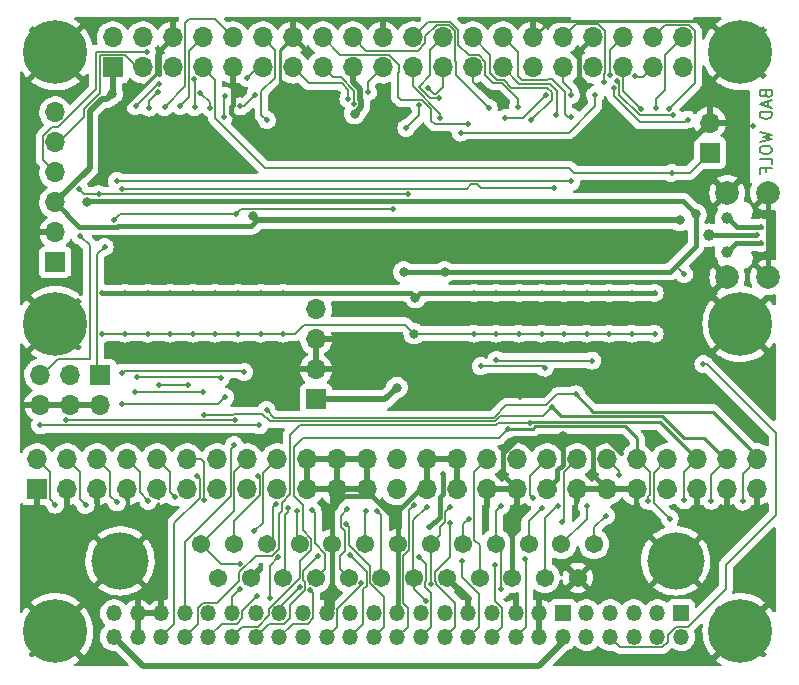
<source format=gbl>
G04 #@! TF.GenerationSoftware,KiCad,Pcbnew,(6.0.4)*
G04 #@! TF.CreationDate,2022-08-06T16:26:02-05:00*
G04 #@! TF.ProjectId,rascsi_2p7,72617363-7369-45f3-9270-372e6b696361,rev?*
G04 #@! TF.SameCoordinates,Original*
G04 #@! TF.FileFunction,Copper,L2,Bot*
G04 #@! TF.FilePolarity,Positive*
%FSLAX46Y46*%
G04 Gerber Fmt 4.6, Leading zero omitted, Abs format (unit mm)*
G04 Created by KiCad (PCBNEW (6.0.4)) date 2022-08-06 16:26:02*
%MOMM*%
%LPD*%
G01*
G04 APERTURE LIST*
%ADD10C,0.150000*%
G04 #@! TA.AperFunction,NonConductor*
%ADD11C,0.150000*%
G04 #@! TD*
G04 #@! TA.AperFunction,ComponentPad*
%ADD12C,0.800000*%
G04 #@! TD*
G04 #@! TA.AperFunction,ComponentPad*
%ADD13C,5.400000*%
G04 #@! TD*
G04 #@! TA.AperFunction,ComponentPad*
%ADD14R,1.700000X1.700000*%
G04 #@! TD*
G04 #@! TA.AperFunction,ComponentPad*
%ADD15O,1.700000X1.700000*%
G04 #@! TD*
G04 #@! TA.AperFunction,ComponentPad*
%ADD16C,2.000000*%
G04 #@! TD*
G04 #@! TA.AperFunction,ComponentPad*
%ADD17R,1.350000X1.350000*%
G04 #@! TD*
G04 #@! TA.AperFunction,ComponentPad*
%ADD18O,1.350000X1.350000*%
G04 #@! TD*
G04 #@! TA.AperFunction,ComponentPad*
%ADD19C,1.545000*%
G04 #@! TD*
G04 #@! TA.AperFunction,ComponentPad*
%ADD20C,4.845000*%
G04 #@! TD*
G04 #@! TA.AperFunction,SMDPad,CuDef*
%ADD21C,1.000000*%
G04 #@! TD*
G04 #@! TA.AperFunction,ViaPad*
%ADD22C,0.500000*%
G04 #@! TD*
G04 #@! TA.AperFunction,ViaPad*
%ADD23C,0.800000*%
G04 #@! TD*
G04 #@! TA.AperFunction,Conductor*
%ADD24C,0.400000*%
G04 #@! TD*
G04 #@! TA.AperFunction,Conductor*
%ADD25C,0.250000*%
G04 #@! TD*
G04 #@! TA.AperFunction,Conductor*
%ADD26C,0.150000*%
G04 #@! TD*
G04 #@! TA.AperFunction,Conductor*
%ADD27C,0.500000*%
G04 #@! TD*
G04 #@! TA.AperFunction,Conductor*
%ADD28C,0.200000*%
G04 #@! TD*
G04 APERTURE END LIST*
D10*
D11*
X238138571Y-49533333D02*
X238186190Y-49676190D01*
X238233809Y-49723809D01*
X238329047Y-49771428D01*
X238471904Y-49771428D01*
X238567142Y-49723809D01*
X238614761Y-49676190D01*
X238662380Y-49580952D01*
X238662380Y-49200000D01*
X237662380Y-49200000D01*
X237662380Y-49533333D01*
X237710000Y-49628571D01*
X237757619Y-49676190D01*
X237852857Y-49723809D01*
X237948095Y-49723809D01*
X238043333Y-49676190D01*
X238090952Y-49628571D01*
X238138571Y-49533333D01*
X238138571Y-49200000D01*
X238376666Y-50152380D02*
X238376666Y-50628571D01*
X238662380Y-50057142D02*
X237662380Y-50390476D01*
X238662380Y-50723809D01*
X238662380Y-51057142D02*
X237662380Y-51057142D01*
X237662380Y-51295238D01*
X237710000Y-51438095D01*
X237805238Y-51533333D01*
X237900476Y-51580952D01*
X238090952Y-51628571D01*
X238233809Y-51628571D01*
X238424285Y-51580952D01*
X238519523Y-51533333D01*
X238614761Y-51438095D01*
X238662380Y-51295238D01*
X238662380Y-51057142D01*
X237662380Y-52723809D02*
X238662380Y-52961904D01*
X237948095Y-53152380D01*
X238662380Y-53342857D01*
X237662380Y-53580952D01*
X237662380Y-54152380D02*
X237662380Y-54342857D01*
X237710000Y-54438095D01*
X237805238Y-54533333D01*
X237995714Y-54580952D01*
X238329047Y-54580952D01*
X238519523Y-54533333D01*
X238614761Y-54438095D01*
X238662380Y-54342857D01*
X238662380Y-54152380D01*
X238614761Y-54057142D01*
X238519523Y-53961904D01*
X238329047Y-53914285D01*
X237995714Y-53914285D01*
X237805238Y-53961904D01*
X237710000Y-54057142D01*
X237662380Y-54152380D01*
X238662380Y-55485714D02*
X238662380Y-55009523D01*
X237662380Y-55009523D01*
X238138571Y-56152380D02*
X238138571Y-55819047D01*
X238662380Y-55819047D02*
X237662380Y-55819047D01*
X237662380Y-56295238D01*
D12*
X180025000Y-46000000D03*
X176568109Y-47431891D03*
X178000000Y-43975000D03*
D13*
X178000000Y-46000000D03*
D12*
X178000000Y-48025000D03*
X179431891Y-47431891D03*
X175975000Y-46000000D03*
X179431891Y-44568109D03*
X176568109Y-44568109D03*
X178000000Y-71025000D03*
X175975000Y-69000000D03*
X179431891Y-70431891D03*
X176568109Y-67568109D03*
X179431891Y-67568109D03*
D13*
X178000000Y-69000000D03*
D12*
X180025000Y-69000000D03*
X176568109Y-70431891D03*
X178000000Y-66975000D03*
X179431891Y-93568109D03*
X178000000Y-97025000D03*
X176568109Y-93568109D03*
X175975000Y-95000000D03*
X179431891Y-96431891D03*
X178000000Y-92975000D03*
X176568109Y-96431891D03*
X180025000Y-95000000D03*
D13*
X178000000Y-95000000D03*
D14*
X178010000Y-63780000D03*
D15*
X178010000Y-61240000D03*
X178010000Y-58700000D03*
X178010000Y-56160000D03*
X178010000Y-53620000D03*
X178010000Y-51080000D03*
D12*
X236000000Y-71025000D03*
X234568109Y-70431891D03*
D13*
X236000000Y-69000000D03*
D12*
X238025000Y-69000000D03*
X236000000Y-66975000D03*
X237431891Y-70431891D03*
X237431891Y-67568109D03*
X233975000Y-69000000D03*
X234568109Y-67568109D03*
X236000000Y-92975000D03*
X238025000Y-95000000D03*
X234568109Y-96431891D03*
D13*
X236000000Y-95000000D03*
D12*
X236000000Y-97025000D03*
X234568109Y-93568109D03*
X237431891Y-93568109D03*
X237431891Y-96431891D03*
X233975000Y-95000000D03*
X238025000Y-46000000D03*
X237431891Y-47431891D03*
X236000000Y-43975000D03*
X234568109Y-47431891D03*
D13*
X236000000Y-46000000D03*
D12*
X234568109Y-44568109D03*
X236000000Y-48025000D03*
X237431891Y-44568109D03*
X233975000Y-46000000D03*
D16*
X238355000Y-65035000D03*
X238355000Y-57885000D03*
X234905000Y-57885000D03*
X234905000Y-65035000D03*
D14*
X176466500Y-82994500D03*
D15*
X176466500Y-80454500D03*
X179006500Y-82994500D03*
X179006500Y-80454500D03*
X181546500Y-82994500D03*
X181546500Y-80454500D03*
X184086500Y-82994500D03*
X184086500Y-80454500D03*
X186626500Y-82994500D03*
X186626500Y-80454500D03*
X189166500Y-82994500D03*
X189166500Y-80454500D03*
X191706500Y-82994500D03*
X191706500Y-80454500D03*
X194246500Y-82994500D03*
X194246500Y-80454500D03*
X196786500Y-82994500D03*
X196786500Y-80454500D03*
X199326500Y-82994500D03*
X199326500Y-80454500D03*
X201866500Y-82994500D03*
X201866500Y-80454500D03*
X204406500Y-82994500D03*
X204406500Y-80454500D03*
X206946500Y-82994500D03*
X206946500Y-80454500D03*
X209486500Y-82994500D03*
X209486500Y-80454500D03*
X212026500Y-82994500D03*
X212026500Y-80454500D03*
X214566500Y-82994500D03*
X214566500Y-80454500D03*
X217106500Y-82994500D03*
X217106500Y-80454500D03*
X219646500Y-82994500D03*
X219646500Y-80454500D03*
X222186500Y-82994500D03*
X222186500Y-80454500D03*
X224726500Y-82994500D03*
X224726500Y-80454500D03*
X227266500Y-82994500D03*
X227266500Y-80454500D03*
X229806500Y-82994500D03*
X229806500Y-80454500D03*
X232346500Y-82994500D03*
X232346500Y-80454500D03*
X234886500Y-82994500D03*
X234886500Y-80454500D03*
X237426500Y-82994500D03*
X237426500Y-80454500D03*
D17*
X230972000Y-93488000D03*
D18*
X230972000Y-95488000D03*
X228972000Y-93488000D03*
X228972000Y-95488000D03*
X226972000Y-93488000D03*
X226972000Y-95488000D03*
X224972000Y-93488000D03*
X224972000Y-95488000D03*
X222972000Y-93488000D03*
X222972000Y-95488000D03*
D17*
X220972000Y-93488000D03*
D18*
X220972000Y-95488000D03*
X218972000Y-93488000D03*
X218972000Y-95488000D03*
X216972000Y-93488000D03*
X216972000Y-95488000D03*
X214972000Y-93488000D03*
X214972000Y-95488000D03*
X212972000Y-93488000D03*
X212972000Y-95488000D03*
X210972000Y-93488000D03*
X210972000Y-95488000D03*
X208972000Y-93488000D03*
X208972000Y-95488000D03*
X206972000Y-93488000D03*
X206972000Y-95488000D03*
X204972000Y-93488000D03*
X204972000Y-95488000D03*
X202972000Y-93488000D03*
X202972000Y-95488000D03*
X200972000Y-93488000D03*
X200972000Y-95488000D03*
X198972000Y-93488000D03*
X198972000Y-95488000D03*
X196972000Y-93488000D03*
X196972000Y-95488000D03*
X194972000Y-93488000D03*
X194972000Y-95488000D03*
X192972000Y-93488000D03*
X192972000Y-95488000D03*
X190972000Y-93488000D03*
X190972000Y-95488000D03*
X188972000Y-93488000D03*
X188972000Y-95488000D03*
X186972000Y-93488000D03*
X186972000Y-95488000D03*
X184972000Y-93488000D03*
X184972000Y-95488000D03*
X182972000Y-93488000D03*
X182972000Y-95488000D03*
D14*
X181810000Y-73300000D03*
D15*
X181810000Y-75840000D03*
X179270000Y-73300000D03*
X179270000Y-75840000D03*
X176730000Y-73300000D03*
X176730000Y-75840000D03*
D14*
X200070000Y-75380000D03*
D15*
X200070000Y-72840000D03*
X200070000Y-70300000D03*
X200070000Y-67760000D03*
D14*
X182870000Y-47270000D03*
D15*
X182870000Y-44730000D03*
X185410000Y-47270000D03*
X185410000Y-44730000D03*
X187950000Y-47270000D03*
X187950000Y-44730000D03*
X190490000Y-47270000D03*
X190490000Y-44730000D03*
X193030000Y-47270000D03*
X193030000Y-44730000D03*
X195570000Y-47270000D03*
X195570000Y-44730000D03*
X198110000Y-47270000D03*
X198110000Y-44730000D03*
X200650000Y-47270000D03*
X200650000Y-44730000D03*
X203190000Y-47270000D03*
X203190000Y-44730000D03*
X205730000Y-47270000D03*
X205730000Y-44730000D03*
X208270000Y-47270000D03*
X208270000Y-44730000D03*
X210810000Y-47270000D03*
X210810000Y-44730000D03*
X213350000Y-47270000D03*
X213350000Y-44730000D03*
X215890000Y-47270000D03*
X215890000Y-44730000D03*
X218430000Y-47270000D03*
X218430000Y-44730000D03*
X220970000Y-47270000D03*
X220970000Y-44730000D03*
X223510000Y-47270000D03*
X223510000Y-44730000D03*
X226050000Y-47270000D03*
X226050000Y-44730000D03*
X228590000Y-47270000D03*
X228590000Y-44730000D03*
X231130000Y-47270000D03*
X231130000Y-44730000D03*
D19*
X223621600Y-87630000D03*
X220851600Y-87630000D03*
X218081600Y-87630000D03*
X215311600Y-87630000D03*
X212541600Y-87630000D03*
X209771600Y-87630000D03*
X207001600Y-87630000D03*
X204231600Y-87630000D03*
X201461600Y-87630000D03*
X198691600Y-87630000D03*
X195921600Y-87630000D03*
X193151600Y-87630000D03*
X190381600Y-87630000D03*
X222236600Y-90470000D03*
X219466600Y-90470000D03*
X216696600Y-90470000D03*
X213926600Y-90470000D03*
X211156600Y-90470000D03*
X208386600Y-90470000D03*
X205616600Y-90470000D03*
X202846600Y-90470000D03*
X200076600Y-90470000D03*
X197306600Y-90470000D03*
X194536600Y-90470000D03*
X191766600Y-90470000D03*
D20*
X230521600Y-89050000D03*
X183481600Y-89050000D03*
D14*
X233426000Y-54483000D03*
D15*
X233426000Y-51943000D03*
D21*
X233350000Y-61480000D03*
X234850000Y-62910000D03*
X234850000Y-60050000D03*
D22*
X233577000Y-60183000D03*
X195190000Y-52420000D03*
X192930000Y-62340000D03*
X225710000Y-78760000D03*
X200220000Y-53010000D03*
X205330000Y-51330000D03*
X219530000Y-54800000D03*
X197260000Y-51720000D03*
X217359259Y-75148500D03*
D23*
X220950000Y-78440000D03*
D22*
X230590000Y-68010000D03*
X217420000Y-54580000D03*
X198740000Y-63510000D03*
X237110000Y-52200000D03*
X228670000Y-78540000D03*
X179163500Y-65147757D03*
X206743500Y-54370001D03*
X205750000Y-63250000D03*
X195090000Y-63820000D03*
X220230000Y-62240000D03*
X223606000Y-57420000D03*
X224110000Y-52600000D03*
X222470000Y-62540000D03*
X217932000Y-78803500D03*
D23*
X233230000Y-48250000D03*
D22*
X229040000Y-62620000D03*
X198790000Y-50640000D03*
X192190000Y-54830000D03*
X206240000Y-72310000D03*
X183443314Y-50335989D03*
D23*
X182816500Y-49530000D03*
X230873001Y-60220000D03*
X203349676Y-51176921D03*
D22*
X180901023Y-54828977D03*
X229570000Y-60220000D03*
D23*
X194730000Y-59840000D03*
D22*
X217390000Y-60220000D03*
D23*
X210980000Y-64580000D03*
D22*
X231250000Y-64780000D03*
D23*
X232242000Y-59706000D03*
X206930000Y-74370000D03*
X207510000Y-64580000D03*
X180680000Y-58690000D03*
D22*
X189970000Y-81900000D03*
X224619308Y-85214713D03*
X233550000Y-83950000D03*
X190590000Y-76680000D03*
X220021021Y-76030011D03*
X216355477Y-77858000D03*
X223017950Y-84430159D03*
X228193502Y-83950000D03*
X211387010Y-84484832D03*
X218467635Y-83701010D03*
X199594338Y-91513449D03*
X214030000Y-72570000D03*
X209788434Y-91015548D03*
X219440000Y-72690000D03*
X195109837Y-92047077D03*
X230028947Y-85465648D03*
X209435886Y-84452762D03*
X209382000Y-92462031D03*
X215740000Y-84360000D03*
X225702655Y-81777345D03*
X215732000Y-91456000D03*
X193634000Y-91456000D03*
X200238000Y-88662000D03*
X220930000Y-85750000D03*
X213012489Y-85489064D03*
X223470000Y-72090000D03*
X198690326Y-91301086D03*
X215340000Y-72020000D03*
X194844714Y-86558047D03*
X205218510Y-84796010D03*
X203913077Y-90911020D03*
X176730000Y-77580000D03*
X195260000Y-77580000D03*
X177980000Y-84280000D03*
X204320000Y-84796010D03*
X217764000Y-88916000D03*
X193230000Y-77103500D03*
X178944361Y-77103500D03*
X215224000Y-89424000D03*
X202721033Y-84656657D03*
X180570000Y-84330000D03*
X212430000Y-89056511D03*
X183202424Y-84102989D03*
X183690000Y-75780000D03*
X199719686Y-84757742D03*
X192380000Y-75190000D03*
X184730000Y-74780000D03*
X190520000Y-74710000D03*
X211443766Y-85876963D03*
X185893529Y-83978968D03*
X198480000Y-84852000D03*
X197698000Y-84550000D03*
X208808688Y-88748588D03*
X188130504Y-83651957D03*
X208366000Y-84344000D03*
X186800000Y-74170000D03*
X196710000Y-84234946D03*
X190608551Y-83908553D03*
X189250000Y-74180000D03*
X202631070Y-85937679D03*
X184880000Y-73440000D03*
X195173502Y-81827449D03*
X192012520Y-73545468D03*
X202952442Y-88582442D03*
X193631263Y-89293836D03*
X193970000Y-73070000D03*
X183670000Y-73100000D03*
X222082000Y-74946000D03*
X195886769Y-76278251D03*
X219236247Y-84548511D03*
X236200000Y-84020000D03*
X193160000Y-79250000D03*
X231254940Y-83921502D03*
X220571042Y-84385360D03*
X218213022Y-77381500D03*
X196174000Y-92218000D03*
X210810000Y-81680000D03*
X209679033Y-86203489D03*
X196886051Y-88747053D03*
X184798618Y-50545999D03*
X186806010Y-48683990D03*
X194271557Y-48167758D03*
X185928000Y-50673000D03*
X186737007Y-49307193D03*
X224985361Y-47880000D03*
X187261500Y-50609500D03*
X188595000Y-50546000D03*
X189801500Y-50609500D03*
X189779021Y-48270023D03*
X190295637Y-49411485D03*
X224463077Y-48513124D03*
X191071500Y-50673000D03*
X209542501Y-48977204D03*
X192255000Y-51495760D03*
X192397746Y-49656063D03*
X204460000Y-49371531D03*
X193670000Y-50562173D03*
X194939652Y-49605043D03*
X195910000Y-51720000D03*
X212320000Y-52780000D03*
X227047721Y-47984220D03*
X223717751Y-49605263D03*
X212930000Y-52100000D03*
X214693500Y-50673000D03*
X216104492Y-51563351D03*
X219575797Y-49570715D03*
X203254914Y-50358898D03*
X217190000Y-50580000D03*
X227587496Y-50796504D03*
X228854000Y-50673000D03*
X229977207Y-50780562D03*
X230264293Y-51337990D03*
X202814160Y-49912387D03*
X225540387Y-48386177D03*
X185750000Y-45950000D03*
X224915000Y-69810000D03*
X187737500Y-69810000D03*
X221090000Y-69810000D03*
X195387500Y-69810000D03*
X223002500Y-69810000D03*
X213440000Y-69810000D03*
X215352500Y-69810000D03*
X183912500Y-69810000D03*
X219177500Y-69810000D03*
X193475000Y-69810000D03*
X191562500Y-69810000D03*
D23*
X208380000Y-69810000D03*
D22*
X185825000Y-69810000D03*
X189650000Y-69810000D03*
X197300000Y-69810000D03*
X182000000Y-69810000D03*
X226827500Y-69810000D03*
X228740000Y-69810000D03*
X217265000Y-69810000D03*
D23*
X208500000Y-66770000D03*
D22*
X185825000Y-66360000D03*
X189650000Y-66360000D03*
X193475000Y-66360000D03*
X195387500Y-66360000D03*
X182000000Y-66360000D03*
X191562500Y-66360000D03*
X219177500Y-66360000D03*
X228740000Y-66360000D03*
X213440000Y-66360000D03*
X197300000Y-66360000D03*
X224915000Y-66360000D03*
X215352500Y-66360000D03*
X221090000Y-66360000D03*
X183912500Y-66360000D03*
X217265000Y-66360000D03*
X187737500Y-66360000D03*
X223002500Y-66360000D03*
X226827500Y-66360000D03*
X231540000Y-51680000D03*
X225277665Y-48996684D03*
X221680000Y-49605064D03*
X218293367Y-51747866D03*
X210450000Y-49898500D03*
X183011500Y-60164209D03*
X206620000Y-59260000D03*
X208824411Y-50488011D03*
X207730000Y-52400000D03*
X193270000Y-59660000D03*
X183200000Y-56860000D03*
X221690000Y-51460000D03*
X221690000Y-56920000D03*
X220430000Y-51320000D03*
X183676500Y-57523228D03*
X182170000Y-62460000D03*
X220230000Y-57500000D03*
X180050000Y-57590000D03*
X207870000Y-58010000D03*
X181690000Y-58010000D03*
X180110000Y-61520000D03*
X210600000Y-51560000D03*
X237777990Y-60820000D03*
X237401287Y-61446949D03*
X237777990Y-62120000D03*
X232870000Y-72400000D03*
X230183368Y-56193368D03*
D24*
X192880063Y-50603626D02*
X193030000Y-50453689D01*
X220950000Y-80892962D02*
X220950000Y-78440000D01*
D25*
X183974973Y-50335989D02*
X183796867Y-50335989D01*
D24*
X220496499Y-81346463D02*
X220950000Y-80892962D01*
X186772999Y-45907001D02*
X186772999Y-47834961D01*
X217106500Y-82994500D02*
X217106500Y-84196581D01*
X197260000Y-54067500D02*
X197260000Y-51720000D01*
X202444071Y-83542711D02*
X204819173Y-83542711D01*
X216696600Y-84606481D02*
X216696600Y-90470000D01*
X198110000Y-44730000D02*
X199464437Y-46084437D01*
X219646500Y-82994500D02*
X220496499Y-82144501D01*
X223540000Y-78440000D02*
X220950000Y-78440000D01*
D25*
X197007999Y-48857999D02*
X198540001Y-50390001D01*
D24*
X193030000Y-48472081D02*
X193030000Y-47270000D01*
D25*
X218430000Y-44730000D02*
X219859999Y-43300001D01*
X187950000Y-44730000D02*
X186512001Y-46167999D01*
D26*
X237110000Y-52200000D02*
X235818519Y-52200000D01*
D24*
X222332999Y-45907001D02*
X222332999Y-48064470D01*
D25*
X198540001Y-50390001D02*
X198790000Y-50640000D01*
D24*
X215929499Y-79889539D02*
X217015538Y-78803500D01*
X223549499Y-78449499D02*
X223540000Y-78440000D01*
X225903501Y-79889539D02*
X224453962Y-78440000D01*
X201461600Y-83399400D02*
X201461600Y-87630000D01*
X193030000Y-50453689D02*
X193030000Y-48472081D01*
X217106500Y-84196581D02*
X216696600Y-84606481D01*
X201461600Y-84525182D02*
X202444071Y-83542711D01*
D25*
X233300001Y-43300001D02*
X236000000Y-46000000D01*
D24*
X201461600Y-87630000D02*
X201461600Y-92998400D01*
X222332999Y-48064470D02*
X222787002Y-48518473D01*
X187950000Y-44730000D02*
X186772999Y-45907001D01*
X224453962Y-78440000D02*
X223540000Y-78440000D01*
X220496499Y-82144501D02*
X220496499Y-81346463D01*
X238355000Y-65035000D02*
X238355000Y-57885000D01*
D25*
X219859999Y-43300001D02*
X233300001Y-43300001D01*
D27*
X233426000Y-51943000D02*
X230489000Y-54880000D01*
D24*
X196019014Y-54296501D02*
X192880063Y-51157550D01*
X192880063Y-51157550D02*
X192880063Y-50603626D01*
D26*
X197489001Y-54296501D02*
X196066501Y-54296501D01*
D25*
X198110000Y-44730000D02*
X197007999Y-45832001D01*
D24*
X223549499Y-81817499D02*
X223549499Y-78449499D01*
X215929499Y-81817499D02*
X215929499Y-79889539D01*
D25*
X186512001Y-46167999D02*
X186512001Y-47798961D01*
D24*
X207001600Y-84854436D02*
X207001600Y-87630000D01*
X207001600Y-87630000D02*
X207001600Y-93458400D01*
D28*
X213987919Y-49110000D02*
X214420000Y-49110000D01*
D24*
X224726500Y-82994500D02*
X223549499Y-81817499D01*
D28*
X214420000Y-49110000D02*
X214880000Y-49570000D01*
D24*
X223510000Y-44730000D02*
X222332999Y-45907001D01*
X208861536Y-82994500D02*
X207001600Y-84854436D01*
D25*
X183796867Y-50335989D02*
X183443314Y-50335989D01*
D28*
X213350000Y-47270000D02*
X213350000Y-48472081D01*
D24*
X217015538Y-78803500D02*
X217932000Y-78803500D01*
X201461600Y-92998400D02*
X200972000Y-93488000D01*
X204819173Y-83542711D02*
X207001600Y-85725138D01*
X197489001Y-54296501D02*
X196019014Y-54296501D01*
D25*
X197007999Y-45832001D02*
X197007999Y-48857999D01*
D24*
X197489001Y-54296501D02*
X197260000Y-54067500D01*
D25*
X186512001Y-47798961D02*
X183974973Y-50335989D01*
D28*
X213350000Y-48472081D02*
X213987919Y-49110000D01*
D24*
X217106500Y-82994500D02*
X215929499Y-81817499D01*
D27*
X181932039Y-49929999D02*
X180901023Y-50961015D01*
X182816500Y-49530000D02*
X182416501Y-49929999D01*
D24*
X194614290Y-60715710D02*
X195110000Y-60220000D01*
D27*
X203749675Y-50776922D02*
X203349676Y-51176921D01*
X180901023Y-55808977D02*
X178010000Y-58700000D01*
X195110000Y-60220000D02*
X217390000Y-60220000D01*
X194730000Y-59840000D02*
X195110000Y-60220000D01*
X182870000Y-49476500D02*
X182816500Y-49530000D01*
X180901023Y-50961015D02*
X180901023Y-54828977D01*
X203881916Y-50644681D02*
X203749675Y-50776922D01*
D24*
X178010000Y-58700000D02*
X180050710Y-60740710D01*
D27*
X182870000Y-47270000D02*
X182870000Y-49476500D01*
X203881916Y-50057936D02*
X203881916Y-50644681D01*
X180901023Y-54828977D02*
X180901023Y-55808977D01*
X203190000Y-47270000D02*
X203190000Y-48472081D01*
D24*
X183249505Y-60740710D02*
X183274505Y-60715710D01*
X180050710Y-60740710D02*
X183249505Y-60740710D01*
D27*
X229570000Y-60220000D02*
X230873001Y-60220000D01*
X203829782Y-49111863D02*
X203829782Y-50005802D01*
X217390000Y-60220000D02*
X229570000Y-60220000D01*
D24*
X183274505Y-60715710D02*
X194614290Y-60715710D01*
D27*
X203190000Y-48472081D02*
X203829782Y-49111863D01*
X182416501Y-49929999D02*
X181932039Y-49929999D01*
X203829782Y-50005802D02*
X203881916Y-50057936D01*
D24*
X232242000Y-62408000D02*
X232242000Y-59706000D01*
D26*
X230645000Y-64175000D02*
X230475000Y-64175000D01*
D27*
X205920000Y-75380000D02*
X206930000Y-74370000D01*
D26*
X231250000Y-64780000D02*
X230645000Y-64175000D01*
D24*
X180680000Y-58690000D02*
X180780000Y-58590000D01*
D27*
X182972000Y-95488000D02*
X185409011Y-97925011D01*
X185409011Y-97925011D02*
X218930286Y-97925011D01*
D24*
X210980000Y-64580000D02*
X230070000Y-64580000D01*
X230475000Y-64175000D02*
X232242000Y-62408000D01*
X231126000Y-58590000D02*
X232242000Y-59706000D01*
X207510000Y-64580000D02*
X210980000Y-64580000D01*
D27*
X200070000Y-75380000D02*
X205920000Y-75380000D01*
D24*
X230070000Y-64580000D02*
X230475000Y-64175000D01*
X180780000Y-58590000D02*
X231126000Y-58590000D01*
D27*
X218930286Y-97925011D02*
X220972000Y-95883297D01*
D25*
X229351021Y-76791021D02*
X220782031Y-76791021D01*
D26*
X193120000Y-76570000D02*
X195540000Y-76570000D01*
D25*
X232916827Y-78650001D02*
X231210000Y-78650000D01*
D26*
X215648979Y-76791021D02*
X219260011Y-76791021D01*
X195540000Y-76570000D02*
X196180000Y-77210000D01*
X190610000Y-76660000D02*
X193030000Y-76660000D01*
X193030000Y-76660000D02*
X193120000Y-76570000D01*
X190218011Y-82148011D02*
X189970000Y-81900000D01*
D25*
X231210000Y-78650000D02*
X229351021Y-76791021D01*
D28*
X233550000Y-81791000D02*
X234886500Y-80454500D01*
X223621600Y-86212421D02*
X224619308Y-85214713D01*
D26*
X190218011Y-83681989D02*
X190218011Y-82148011D01*
X196180000Y-77210000D02*
X215230000Y-77210000D01*
X188095489Y-85804511D02*
X190218011Y-83681989D01*
X215230000Y-77210000D02*
X215648979Y-76791021D01*
X186972000Y-95488000D02*
X188095489Y-94364511D01*
D25*
X220782031Y-76791021D02*
X220021021Y-76030011D01*
D26*
X188095489Y-94364511D02*
X188095489Y-85804511D01*
X219260011Y-76791021D02*
X220021021Y-76030011D01*
D28*
X223621600Y-87630000D02*
X223621600Y-86212421D01*
D26*
X190590000Y-76680000D02*
X190610000Y-76660000D01*
D28*
X233550000Y-83950000D02*
X233550000Y-81791000D01*
D25*
X234721326Y-80454500D02*
X232916827Y-78650001D01*
D26*
X192972000Y-95488000D02*
X193849001Y-94610999D01*
D28*
X220851600Y-87630000D02*
X223017950Y-85463650D01*
D26*
X199666101Y-88097761D02*
X199666101Y-87162239D01*
D28*
X228343501Y-83446448D02*
X228193502Y-83596447D01*
D26*
X198194499Y-83544863D02*
X198194499Y-79371901D01*
D25*
X218633721Y-77670032D02*
X218420752Y-77883001D01*
X216380478Y-77883001D02*
X216355477Y-77858000D01*
D26*
X198968000Y-84318364D02*
X198194499Y-83544863D01*
X196094999Y-93123863D02*
X198690989Y-90527873D01*
D28*
X227266500Y-80454500D02*
X228343501Y-81531501D01*
D26*
X198194499Y-79371901D02*
X198941510Y-78624890D01*
X198968000Y-86464138D02*
X198968000Y-84318364D01*
X195146963Y-94610999D02*
X196094999Y-93662963D01*
D28*
X228343501Y-81531501D02*
X228343501Y-83446448D01*
D25*
X226260032Y-77670032D02*
X218633721Y-77670032D01*
X227266500Y-80454500D02*
X227266500Y-78676500D01*
X218420752Y-77883001D02*
X216380478Y-77883001D01*
D26*
X199666101Y-87162239D02*
X198968000Y-86464138D01*
D28*
X228193502Y-83596447D02*
X228193502Y-83950000D01*
D26*
X198690989Y-90527873D02*
X198690989Y-89072873D01*
X215588587Y-78624890D02*
X216355477Y-77858000D01*
X198690989Y-89072873D02*
X199666101Y-88097761D01*
X198941510Y-78624890D02*
X215588587Y-78624890D01*
X193849001Y-94610999D02*
X195146963Y-94610999D01*
D25*
X227266500Y-78676500D02*
X226260032Y-77670032D01*
D28*
X223017950Y-85463650D02*
X223017950Y-84430159D01*
D26*
X196094999Y-93662963D02*
X196094999Y-93123863D01*
X199849001Y-93908961D02*
X199849001Y-91768112D01*
D28*
X219646500Y-80454500D02*
X218217636Y-81883364D01*
X210987012Y-84884830D02*
X211387010Y-84484832D01*
X209771600Y-87630000D02*
X210544099Y-86857501D01*
D26*
X199392961Y-94365001D02*
X199849001Y-93908961D01*
D28*
X210544099Y-86857501D02*
X210544099Y-86182344D01*
D26*
X198094999Y-94365001D02*
X199392961Y-94365001D01*
D28*
X210544099Y-86182344D02*
X210987012Y-85739431D01*
X218217636Y-83451011D02*
X218467635Y-83701010D01*
D26*
X196972000Y-95488000D02*
X198094999Y-94365001D01*
D28*
X214030000Y-72570000D02*
X219320000Y-72570000D01*
D26*
X209771600Y-87630000D02*
X209771600Y-90998714D01*
X209771600Y-90998714D02*
X209788434Y-91015548D01*
D28*
X218217636Y-81883364D02*
X218217636Y-83451011D01*
X210987012Y-85739431D02*
X210987012Y-84884830D01*
X219320000Y-72570000D02*
X219440000Y-72690000D01*
D26*
X199849001Y-91768112D02*
X199594338Y-91513449D01*
D28*
X208331686Y-85556962D02*
X209435886Y-84452762D01*
D26*
X193849001Y-93307913D02*
X195109837Y-92047077D01*
D28*
X228670512Y-84107213D02*
X230028947Y-85465648D01*
X229806500Y-80454500D02*
X228670512Y-81590488D01*
X208331686Y-90415086D02*
X208331686Y-85556962D01*
D26*
X208386600Y-91466631D02*
X209382000Y-92462031D01*
X193392961Y-94365001D02*
X193849001Y-93908961D01*
X190972000Y-95488000D02*
X192094999Y-94365001D01*
X193849001Y-93908961D02*
X193849001Y-93307913D01*
D28*
X228670512Y-81590488D02*
X228670512Y-84107213D01*
D26*
X192094999Y-94365001D02*
X193392961Y-94365001D01*
X208386600Y-90470000D02*
X208386600Y-91466631D01*
D28*
X215311600Y-84788400D02*
X215740000Y-84360000D01*
X215311600Y-87630000D02*
X215311600Y-84788400D01*
D26*
X215732000Y-91456000D02*
X215722099Y-91446099D01*
X225702655Y-81430655D02*
X225702655Y-81777345D01*
X215722099Y-91446099D02*
X215722099Y-88040499D01*
X224726500Y-80454500D02*
X225702655Y-81430655D01*
X192972000Y-93488000D02*
X192972000Y-92118000D01*
X192972000Y-92118000D02*
X193634000Y-91456000D01*
X197392961Y-94365001D02*
X197915629Y-93842333D01*
X199142328Y-91518048D02*
X199142328Y-90816942D01*
D28*
X221109499Y-81531501D02*
X221109499Y-85570501D01*
D26*
X194972000Y-95488000D02*
X196094999Y-94365001D01*
X196094999Y-94365001D02*
X197392961Y-94365001D01*
X199142328Y-90816942D02*
X198968000Y-90642614D01*
D28*
X222186500Y-80454500D02*
X221109499Y-81531501D01*
X221109499Y-85570501D02*
X220930000Y-85750000D01*
X212541600Y-85959953D02*
X213012489Y-85489064D01*
D26*
X198968000Y-89932000D02*
X200238000Y-88662000D01*
X197915629Y-92744747D02*
X199142328Y-91518048D01*
X198968000Y-90642614D02*
X198968000Y-89932000D01*
X197915629Y-93842333D02*
X197915629Y-92744747D01*
D28*
X212541600Y-87630000D02*
X212541600Y-85959953D01*
X214566500Y-80454500D02*
X213489499Y-81531501D01*
X223470000Y-72090000D02*
X215410000Y-72090000D01*
X213489499Y-81531501D02*
X213489499Y-87287161D01*
X213489499Y-87287161D02*
X213926600Y-87724262D01*
X215410000Y-72090000D02*
X215340000Y-72020000D01*
D26*
X196972000Y-93019412D02*
X198690326Y-91301086D01*
D28*
X213926600Y-87724262D02*
X213926600Y-90470000D01*
D26*
X200972000Y-95488000D02*
X201849001Y-94610999D01*
X203913077Y-91082923D02*
X203913077Y-90911020D01*
X195575512Y-82094401D02*
X195625503Y-82044410D01*
X194844714Y-86558047D02*
X195575512Y-85827249D01*
D28*
X205616600Y-85194100D02*
X205218510Y-84796010D01*
X205616600Y-90470000D02*
X205616600Y-85194100D01*
D26*
X201849001Y-94610999D02*
X201849001Y-93146999D01*
X201849001Y-93146999D02*
X203913077Y-91082923D01*
X195625503Y-82044410D02*
X195625503Y-81615497D01*
X195575512Y-85827249D02*
X195575512Y-82094401D01*
X195625503Y-81615497D02*
X196786500Y-80454500D01*
X217849001Y-89001001D02*
X217764000Y-88916000D01*
X216972000Y-95488000D02*
X217849001Y-94610999D01*
D28*
X195260000Y-77580000D02*
X176730000Y-77580000D01*
D26*
X217849001Y-94610999D02*
X217849001Y-89001001D01*
D28*
X177543501Y-81531501D02*
X177543501Y-83843501D01*
X177543501Y-83843501D02*
X177980000Y-84280000D01*
X204231600Y-84884410D02*
X204320000Y-84796010D01*
X204231600Y-87630000D02*
X204231600Y-84884410D01*
X176466500Y-80454500D02*
X177543501Y-81531501D01*
D26*
X214972000Y-95488000D02*
X215849001Y-94610999D01*
D28*
X193176999Y-77156501D02*
X178997362Y-77156501D01*
X180083501Y-81531501D02*
X180083501Y-83843501D01*
X202503047Y-86488838D02*
X202154068Y-86139859D01*
D26*
X215224000Y-92442038D02*
X215224000Y-89424000D01*
D28*
X202074101Y-88659935D02*
X202503047Y-88230989D01*
D26*
X215849001Y-94610999D02*
X215849001Y-93067039D01*
D28*
X202503047Y-88230989D02*
X202503047Y-86488838D01*
X202154068Y-86139859D02*
X202154068Y-85223622D01*
X202846600Y-90470000D02*
X202074101Y-89697501D01*
X179006500Y-80454500D02*
X180083501Y-81531501D01*
D26*
X215849001Y-93067039D02*
X215224000Y-92442038D01*
D28*
X193230000Y-77103500D02*
X193176999Y-77156501D01*
X180083501Y-83843501D02*
X180570000Y-84330000D01*
X178997362Y-77156501D02*
X178944361Y-77103500D01*
X202074101Y-89697501D02*
X202074101Y-88659935D01*
X202154068Y-85223622D02*
X202721033Y-84656657D01*
X199969685Y-85007741D02*
X199719686Y-84757742D01*
X200076600Y-90470000D02*
X200849099Y-89697501D01*
X192380000Y-75190000D02*
X191790000Y-75780000D01*
X199969685Y-87573532D02*
X199969685Y-85007741D01*
X191790000Y-75780000D02*
X183690000Y-75780000D01*
D26*
X213849001Y-91834663D02*
X212430000Y-90415662D01*
X213849001Y-94610999D02*
X213849001Y-91834663D01*
X212430000Y-90415662D02*
X212430000Y-89056511D01*
D28*
X182623501Y-81531501D02*
X182623501Y-83524066D01*
D26*
X212972000Y-95488000D02*
X213849001Y-94610999D01*
D28*
X181546500Y-80454500D02*
X182623501Y-81531501D01*
X200849099Y-88452946D02*
X199969685Y-87573532D01*
X200849099Y-89697501D02*
X200849099Y-88452946D01*
X182623501Y-83524066D02*
X183202424Y-84102989D01*
X190450000Y-74780000D02*
X184730000Y-74780000D01*
D26*
X211849001Y-92604663D02*
X210249584Y-91005246D01*
X210972000Y-95488000D02*
X211849001Y-94610999D01*
X211849001Y-94610999D02*
X211849001Y-92604663D01*
D28*
X190520000Y-74710000D02*
X190450000Y-74780000D01*
D26*
X210182099Y-90770780D02*
X210182099Y-90002239D01*
D28*
X185163501Y-81531501D02*
X185163501Y-83248940D01*
X185163501Y-83248940D02*
X185893529Y-83978968D01*
D26*
X210249584Y-91005246D02*
X210249584Y-90838265D01*
X198480000Y-87418400D02*
X198480000Y-84852000D01*
X210182099Y-90002239D02*
X211443766Y-88740572D01*
D28*
X184086500Y-80454500D02*
X185163501Y-81531501D01*
D26*
X211443766Y-88740572D02*
X211443766Y-85876963D01*
X210249584Y-90838265D02*
X210182099Y-90770780D01*
D28*
X187703501Y-81531501D02*
X187703501Y-83224954D01*
D26*
X209336432Y-90798586D02*
X209361101Y-90773917D01*
X209361101Y-89301001D02*
X208808688Y-88748588D01*
D28*
X197698000Y-84903553D02*
X197698000Y-84550000D01*
D26*
X209336432Y-91272680D02*
X209336432Y-90798586D01*
D28*
X197480503Y-85121050D02*
X197698000Y-84903553D01*
D26*
X209849001Y-91785249D02*
X209336432Y-91272680D01*
D28*
X187703501Y-83224954D02*
X188130504Y-83651957D01*
X186626500Y-80454500D02*
X187703501Y-81531501D01*
D26*
X208972000Y-95488000D02*
X209849001Y-94610999D01*
X209361101Y-90773917D02*
X209361101Y-89301001D01*
X209849001Y-94610999D02*
X209849001Y-91785249D01*
D28*
X197480503Y-90296097D02*
X197480503Y-85121050D01*
D26*
X207976101Y-88097761D02*
X207976101Y-84733899D01*
D28*
X196460001Y-87091599D02*
X196460001Y-84484945D01*
D26*
X207849001Y-93067039D02*
X207403611Y-92621649D01*
D28*
X195921600Y-87630000D02*
X196460001Y-87091599D01*
D26*
X206972000Y-95488000D02*
X207849001Y-94610999D01*
D28*
X189240000Y-74170000D02*
X189250000Y-74180000D01*
D26*
X207849001Y-94610999D02*
X207849001Y-93067039D01*
D28*
X189166500Y-80454500D02*
X190368581Y-80454500D01*
X190368581Y-80454500D02*
X190608551Y-80694470D01*
X196460001Y-84484945D02*
X196710000Y-84234946D01*
D26*
X207403611Y-92621649D02*
X207403611Y-88670251D01*
D28*
X190608551Y-80694470D02*
X190608551Y-83908553D01*
D26*
X207403611Y-88670251D02*
X207976101Y-88097761D01*
D28*
X186800000Y-74170000D02*
X189240000Y-74170000D01*
D26*
X207976101Y-84733899D02*
X208366000Y-84344000D01*
D28*
X184880000Y-73440000D02*
X191907052Y-73440000D01*
D26*
X195298501Y-81952448D02*
X195173502Y-81827449D01*
X205849001Y-92144663D02*
X204642099Y-90937761D01*
X204642099Y-90937761D02*
X204642099Y-89439373D01*
X202881069Y-87678343D02*
X202881069Y-86187678D01*
X193151600Y-87630000D02*
X193151600Y-85646362D01*
X204972000Y-95488000D02*
X205849001Y-94610999D01*
D28*
X195277988Y-81931935D02*
X195173502Y-81827449D01*
D26*
X204642099Y-89439373D02*
X202881069Y-87678343D01*
X193151600Y-85646362D02*
X195298501Y-83499461D01*
X205849001Y-94610999D02*
X205849001Y-92144663D01*
X195298501Y-83499461D02*
X195298501Y-81952448D01*
X202881069Y-86187678D02*
X202631070Y-85937679D01*
D28*
X191907052Y-73440000D02*
X192012520Y-73545468D01*
D26*
X204365088Y-89995088D02*
X202952442Y-88582442D01*
X204089838Y-94370162D02*
X204089838Y-91439798D01*
X204089838Y-91439798D02*
X204365088Y-91164548D01*
D28*
X183670000Y-73100000D02*
X183806501Y-72963499D01*
X193169989Y-81531011D02*
X193169989Y-84841611D01*
X194246500Y-80454500D02*
X193169989Y-81531011D01*
D26*
X204365088Y-91164548D02*
X204365088Y-89995088D01*
X192045436Y-89293836D02*
X193631263Y-89293836D01*
X190381600Y-87630000D02*
X192045436Y-89293836D01*
D28*
X193863499Y-72963499D02*
X193970000Y-73070000D01*
D26*
X202972000Y-95488000D02*
X204089838Y-94370162D01*
D28*
X183806501Y-72963499D02*
X193863499Y-72963499D01*
X193169989Y-84841611D02*
X190381600Y-87630000D01*
D26*
X195886769Y-76278251D02*
X196528518Y-76920000D01*
D25*
X233680000Y-76410000D02*
X223546000Y-76410000D01*
D28*
X218081600Y-85703158D02*
X219236247Y-84548511D01*
D26*
X192868478Y-83521522D02*
X192868478Y-79541522D01*
X192868478Y-79541522D02*
X193160000Y-79250000D01*
D28*
X236200000Y-81681000D02*
X237426500Y-80454500D01*
D26*
X219569510Y-75842988D02*
X220466498Y-74946000D01*
D28*
X236200000Y-84020000D02*
X236200000Y-81681000D01*
D26*
X220466498Y-74946000D02*
X222082000Y-74946000D01*
X188972000Y-87418000D02*
X192868478Y-83521522D01*
D25*
X237426500Y-80156500D02*
X233680000Y-76410000D01*
X223546000Y-76410000D02*
X222082000Y-74946000D01*
D26*
X215128942Y-76920000D02*
X216205954Y-75842988D01*
X216205954Y-75842988D02*
X219569510Y-75842988D01*
X196528518Y-76920000D02*
X215128942Y-76920000D01*
X188972000Y-93488000D02*
X188972000Y-87418000D01*
D28*
X218081600Y-87630000D02*
X218081600Y-85703158D01*
X198754889Y-77511511D02*
X215354889Y-77511511D01*
D25*
X229185022Y-77293022D02*
X218301500Y-77293022D01*
D26*
X191717001Y-92610999D02*
X193562099Y-90765901D01*
X190551039Y-92610999D02*
X191717001Y-92610999D01*
D28*
X197892988Y-83419974D02*
X197892988Y-78373412D01*
X219466600Y-85404208D02*
X220501830Y-84368978D01*
D26*
X196936000Y-88057862D02*
X196936000Y-85106000D01*
D28*
X215484900Y-77381500D02*
X218213022Y-77381500D01*
X220554660Y-84368978D02*
X220571042Y-84385360D01*
X197892988Y-78373412D02*
X198754889Y-77511511D01*
D26*
X190094999Y-93067039D02*
X190551039Y-92610999D01*
X193562099Y-90002239D02*
X194959837Y-88604501D01*
X193562099Y-90765901D02*
X193562099Y-90002239D01*
D28*
X231254940Y-81546060D02*
X231254940Y-83921502D01*
D26*
X197186961Y-84126001D02*
X197892988Y-83419974D01*
X194959837Y-88604501D02*
X196389361Y-88604501D01*
D25*
X232346500Y-80454500D02*
X229185022Y-77293022D01*
D26*
X188972000Y-95488000D02*
X190094999Y-94365001D01*
X190094999Y-94365001D02*
X190094999Y-93067039D01*
D28*
X215354889Y-77511511D02*
X215484900Y-77381500D01*
X220501830Y-84368978D02*
X220554660Y-84368978D01*
X219466600Y-90470000D02*
X219466600Y-85404208D01*
D26*
X196389361Y-88604501D02*
X196936000Y-88057862D01*
X197186961Y-84855039D02*
X197186961Y-84126001D01*
D25*
X218301500Y-77293022D02*
X218213022Y-77381500D01*
D26*
X196936000Y-85106000D02*
X197186961Y-84855039D01*
D28*
X232346500Y-80454500D02*
X231254940Y-81546060D01*
D24*
X210560001Y-85322521D02*
X210560001Y-83662961D01*
X210560001Y-83662961D02*
X210810000Y-83412962D01*
X210810000Y-83412962D02*
X210810000Y-81680000D01*
D26*
X196174000Y-92218000D02*
X196174000Y-89459104D01*
X196174000Y-89459104D02*
X196886051Y-88747053D01*
D24*
X210560001Y-85322521D02*
X209679033Y-86203489D01*
D26*
X186660627Y-48683990D02*
X186806010Y-48683990D01*
X184798618Y-50545999D02*
X186660627Y-48683990D01*
X195169315Y-47270000D02*
X194271557Y-48167758D01*
X185928000Y-50116200D02*
X186737007Y-49307193D01*
X224985361Y-45794639D02*
X224985361Y-47880000D01*
X226050000Y-44730000D02*
X224985361Y-45794639D01*
X185928000Y-50673000D02*
X185928000Y-50116200D01*
X189294002Y-43200000D02*
X191500000Y-43200000D01*
X191500000Y-43200000D02*
X193030000Y-44730000D01*
X189002001Y-43492001D02*
X189294002Y-43200000D01*
X189000000Y-48871000D02*
X189000000Y-47776962D01*
X189002001Y-47774961D02*
X189002001Y-43492001D01*
X189000000Y-47776962D02*
X189002001Y-47774961D01*
X187261500Y-50609500D02*
X189000000Y-48871000D01*
X189327011Y-45892989D02*
X190490000Y-44730000D01*
X188595000Y-50546000D02*
X189327011Y-49813989D01*
X189327011Y-49813989D02*
X189327011Y-45892989D01*
X189801500Y-48292502D02*
X189801500Y-50609500D01*
X189801500Y-48292502D02*
X189779021Y-48270023D01*
X220970000Y-44730000D02*
X222072988Y-43627012D01*
X224562001Y-44225039D02*
X224562001Y-47717008D01*
X223963974Y-43627012D02*
X224562001Y-44225039D01*
X224562001Y-47717008D02*
X224463077Y-47815932D01*
X191071500Y-50673000D02*
X191071500Y-50187348D01*
X190295637Y-49411485D02*
X191071500Y-50187348D01*
X222072988Y-43627012D02*
X223963974Y-43627012D01*
X224463077Y-47815932D02*
X224463077Y-48513124D01*
X210810000Y-48899980D02*
X210222981Y-49486999D01*
X210052296Y-49486999D02*
X209542501Y-48977204D01*
X210810000Y-47270000D02*
X210810000Y-48899980D01*
X192255000Y-51495760D02*
X192255000Y-49798809D01*
X210222981Y-49486999D02*
X210052296Y-49486999D01*
X192341500Y-49720500D02*
X192397746Y-49664254D01*
X192255000Y-49798809D02*
X192397746Y-49656063D01*
X192397746Y-49664254D02*
X192397746Y-49656063D01*
X193730371Y-50562173D02*
X193982522Y-50562173D01*
X193982522Y-50562173D02*
X194939652Y-49605043D01*
X205730000Y-47270000D02*
X204460000Y-48540000D01*
X204460000Y-48540000D02*
X204460000Y-49371531D01*
X196622001Y-46765039D02*
X196622001Y-47774961D01*
X195570000Y-44730000D02*
X196620000Y-45780000D01*
X196620000Y-48129871D02*
X195460000Y-49289871D01*
X196620000Y-47776962D02*
X196620000Y-48129871D01*
X195460000Y-51270000D02*
X195910000Y-51720000D01*
X195460000Y-49289871D02*
X195460000Y-51270000D01*
X196620000Y-45780000D02*
X196620000Y-46763038D01*
X196620000Y-46763038D02*
X196622001Y-46765039D01*
X196622001Y-47774961D02*
X196620000Y-47776962D01*
X227183500Y-48119999D02*
X227047721Y-47984220D01*
X228590000Y-47270000D02*
X227740001Y-48119999D01*
X223717751Y-50522249D02*
X221460000Y-52780000D01*
X221460000Y-52780000D02*
X212320000Y-52780000D01*
X227740001Y-48119999D02*
X227183500Y-48119999D01*
X223717751Y-49605263D02*
X223717751Y-50522249D01*
X207073500Y-47056538D02*
X206234961Y-46217999D01*
X202137999Y-46217999D02*
X200650000Y-44730000D01*
X209805465Y-50766511D02*
X209065465Y-50026511D01*
X207030000Y-47666752D02*
X207073500Y-47623252D01*
X206234961Y-46217999D02*
X202137999Y-46217999D01*
X207256511Y-50026511D02*
X207030000Y-49800000D01*
X209805465Y-51765465D02*
X209805465Y-50766511D01*
X207073500Y-47623252D02*
X207073500Y-47056538D01*
X212930000Y-52100000D02*
X210140000Y-52100000D01*
X207030000Y-49800000D02*
X207030000Y-47666752D01*
X209065465Y-50026511D02*
X207256511Y-50026511D01*
X210140000Y-52100000D02*
X209805465Y-51765465D01*
X211890294Y-46793332D02*
X211890294Y-47869794D01*
X210305039Y-43677999D02*
X211314961Y-43677999D01*
X208671703Y-45885259D02*
X209332989Y-45223973D01*
X211862001Y-44225039D02*
X211862001Y-46765039D01*
X211314961Y-43677999D02*
X211862001Y-44225039D01*
X211862001Y-46765039D02*
X211890294Y-46793332D01*
X203190000Y-44730000D02*
X204345259Y-45885259D01*
X209332989Y-44650049D02*
X210305039Y-43677999D01*
X211890294Y-47869794D02*
X214693500Y-50673000D01*
X209332989Y-45223973D02*
X209332989Y-44650049D01*
X204345259Y-45885259D02*
X208671703Y-45885259D01*
X202162467Y-48119999D02*
X203267761Y-49225293D01*
X203267761Y-49225293D02*
X203267761Y-50346051D01*
X200650000Y-47270000D02*
X201499999Y-48119999D01*
X201499999Y-48119999D02*
X202162467Y-48119999D01*
X216104492Y-51563351D02*
X217583161Y-51563351D01*
X203267761Y-50346051D02*
X203254914Y-50358898D01*
X217583161Y-51563351D02*
X219575797Y-49570715D01*
X209599012Y-43400988D02*
X208270000Y-44730000D01*
X213007309Y-46217999D02*
X212139012Y-45349702D01*
X215096012Y-48599012D02*
X214412001Y-47915001D01*
X212139012Y-45349702D02*
X212139012Y-44110298D01*
X214412001Y-46775039D02*
X213854961Y-46217999D01*
X211429702Y-43400988D02*
X209599012Y-43400988D01*
X217190000Y-49950000D02*
X215839012Y-48599012D01*
X215839012Y-48599012D02*
X215096012Y-48599012D01*
X212139012Y-44110298D02*
X211429702Y-43400988D01*
X213854961Y-46217999D02*
X213007309Y-46217999D01*
X217190000Y-50580000D02*
X217190000Y-49950000D01*
X214412001Y-47915001D02*
X214412001Y-46775039D01*
X226050000Y-49259008D02*
X227587496Y-50796504D01*
X226050000Y-47270000D02*
X226050000Y-49259008D01*
X231130000Y-44730000D02*
X229642001Y-46217999D01*
X228854000Y-49929784D02*
X228854000Y-50673000D01*
X229642001Y-46217999D02*
X229642001Y-49141783D01*
X229642001Y-49141783D02*
X228854000Y-49929784D01*
X229642001Y-43677999D02*
X231634961Y-43677999D01*
X231634961Y-43677999D02*
X232182001Y-44225039D01*
X229977207Y-50780562D02*
X232182001Y-48575768D01*
X232182001Y-44225039D02*
X232182001Y-48575768D01*
X228590000Y-44730000D02*
X229642001Y-43677999D01*
X230264293Y-51337990D02*
X227489743Y-51337990D01*
X202814160Y-49163444D02*
X202814160Y-49912387D01*
X202271704Y-48620988D02*
X202814160Y-49163444D01*
X227489743Y-51337990D02*
X225729667Y-49577914D01*
X225729667Y-48575457D02*
X225540387Y-48386177D01*
X198110000Y-47270000D02*
X199460988Y-48620988D01*
X225729667Y-49577914D02*
X225729667Y-48575457D01*
X199460988Y-48620988D02*
X202271704Y-48620988D01*
X178010000Y-56160000D02*
X176957999Y-55107999D01*
X178257062Y-52320000D02*
X181442000Y-49135062D01*
X181442000Y-49135062D02*
X181442000Y-45990000D01*
X181490022Y-45941978D02*
X185741978Y-45941978D01*
X176957999Y-53115039D02*
X177753038Y-52320000D01*
X176957999Y-55107999D02*
X176957999Y-53115039D01*
X185741978Y-45941978D02*
X185750000Y-45950000D01*
X181442000Y-45990000D02*
X181490022Y-45941978D01*
X177753038Y-52320000D02*
X178257062Y-52320000D01*
X181817999Y-49404799D02*
X181817999Y-46218979D01*
X181817999Y-46218979D02*
X181818489Y-46218489D01*
X181818489Y-46218489D02*
X183921511Y-46218489D01*
X183921511Y-46218489D02*
X184997822Y-47294800D01*
X178280000Y-53620000D02*
X180449012Y-51450988D01*
X180449012Y-50773786D02*
X181817999Y-49404799D01*
X180449012Y-51450988D02*
X180449012Y-50773786D01*
D28*
X198310000Y-69810000D02*
X199070000Y-69050000D01*
X207620000Y-69050000D02*
X208380000Y-69810000D01*
X208380000Y-69810000D02*
X228740000Y-69810000D01*
X182000000Y-69810000D02*
X198310000Y-69810000D01*
X199070000Y-69050000D02*
X207620000Y-69050000D01*
D24*
X208910000Y-66360000D02*
X208930000Y-66360000D01*
X208090000Y-66360000D02*
X208500000Y-66770000D01*
X228740000Y-66360000D02*
X208930000Y-66360000D01*
X208500000Y-66770000D02*
X208910000Y-66360000D01*
X182000000Y-66360000D02*
X208090000Y-66360000D01*
D26*
X231290001Y-51929999D02*
X227519999Y-51929999D01*
X225277665Y-49687665D02*
X225277665Y-48996684D01*
X220970000Y-47270000D02*
X220970000Y-48472081D01*
X220970000Y-48472081D02*
X221680000Y-49182081D01*
X231540000Y-51680000D02*
X231290001Y-51929999D01*
X227519999Y-51929999D02*
X225277665Y-49687665D01*
X221680000Y-49182081D02*
X221680000Y-49605064D01*
X215953753Y-48322001D02*
X216617466Y-48985714D01*
X216617466Y-48985714D02*
X219629314Y-48985714D01*
X215385039Y-48322001D02*
X215953753Y-48322001D01*
X214837999Y-47774961D02*
X215385039Y-48322001D01*
X214837999Y-46217999D02*
X214837999Y-47774961D01*
X219629314Y-48985714D02*
X220035001Y-49391401D01*
X220035001Y-49391401D02*
X220035001Y-50006232D01*
X213350000Y-44730000D02*
X214837999Y-46217999D01*
X220035001Y-50006232D02*
X218293367Y-51747866D01*
D28*
X206573499Y-59213499D02*
X206620000Y-59260000D01*
X210810000Y-44730000D02*
X209733489Y-45806511D01*
X209754900Y-49898500D02*
X210450000Y-49898500D01*
X209733489Y-45806511D02*
X209733489Y-47946511D01*
X193716501Y-59213499D02*
X206573499Y-59213499D01*
X193270000Y-59660000D02*
X183515709Y-59660000D01*
X193270000Y-59660000D02*
X193716501Y-59213499D01*
X208768200Y-48911800D02*
X209754900Y-49898500D01*
X208824411Y-50488011D02*
X208824411Y-51305589D01*
X209733489Y-47946511D02*
X208768200Y-48911800D01*
X183515709Y-59660000D02*
X183011500Y-60164209D01*
X208824411Y-51305589D02*
X207730000Y-52400000D01*
X221140000Y-49340000D02*
X221140000Y-51200000D01*
X220070000Y-48270000D02*
X221140000Y-49340000D01*
X221140000Y-51200000D02*
X221400000Y-51460000D01*
X217140000Y-45980000D02*
X217140000Y-47980000D01*
X219613489Y-48346511D02*
X219690000Y-48270000D01*
X221400000Y-51460000D02*
X221690000Y-51460000D01*
X183443600Y-56860000D02*
X183200000Y-56860000D01*
X221628489Y-56858489D02*
X183445111Y-56858489D01*
X217140000Y-47980000D02*
X217506511Y-48346511D01*
X217506511Y-48346511D02*
X219613489Y-48346511D01*
X219690000Y-48270000D02*
X220070000Y-48270000D01*
X183445111Y-56858489D02*
X183443600Y-56860000D01*
X221690000Y-56920000D02*
X221628489Y-56858489D01*
X215890000Y-44730000D02*
X217140000Y-45980000D01*
D26*
X212834772Y-57523228D02*
X183676500Y-57523228D01*
X214010000Y-57500000D02*
X213676000Y-57166000D01*
X213192000Y-57166000D02*
X212834772Y-57523228D01*
X219870000Y-48670000D02*
X220470000Y-49270000D01*
X220470000Y-49270000D02*
X220470000Y-51280000D01*
X215890000Y-47270000D02*
X217290000Y-48670000D01*
X181530000Y-63100000D02*
X182170000Y-62460000D01*
X213676000Y-57166000D02*
X213192000Y-57166000D01*
X217290000Y-48670000D02*
X219870000Y-48670000D01*
X181530000Y-73020000D02*
X181530000Y-63100000D01*
X220470000Y-51280000D02*
X220430000Y-51320000D01*
X220230000Y-57500000D02*
X214010000Y-57500000D01*
D28*
X180927001Y-62337001D02*
X180100000Y-61510000D01*
D26*
X207870000Y-58010000D02*
X180470000Y-58010000D01*
X210600000Y-51170000D02*
X210600000Y-51560000D01*
D28*
X176760000Y-73370000D02*
X178197001Y-71932999D01*
X178197001Y-71932999D02*
X180927001Y-71932999D01*
X180100000Y-61510000D02*
X180110000Y-61520000D01*
D26*
X180470000Y-58010000D02*
X180050000Y-57590000D01*
D28*
X180927001Y-71932999D02*
X180927001Y-62337001D01*
D26*
X208270000Y-48840000D02*
X210600000Y-51170000D01*
X208270000Y-47270000D02*
X208270000Y-48840000D01*
D24*
X235720000Y-60820000D02*
X237777990Y-60820000D01*
X234950000Y-60050000D02*
X235720000Y-60820000D01*
X237148099Y-61460000D02*
X237161150Y-61446949D01*
X233370000Y-61460000D02*
X237148099Y-61460000D01*
X235640000Y-62120000D02*
X237777990Y-62120000D01*
X234850000Y-62910000D02*
X235640000Y-62120000D01*
D26*
X233426000Y-54483000D02*
X231715632Y-56193368D01*
X238984022Y-85155978D02*
X234781602Y-89358398D01*
X233180000Y-72400000D02*
X232870000Y-72400000D01*
X238984022Y-78204022D02*
X238984022Y-85155978D01*
X234781602Y-89358398D02*
X234781602Y-91392000D01*
X190490000Y-47270000D02*
X191523501Y-48303501D01*
X191523501Y-51545886D02*
X195747614Y-55770000D01*
X229392961Y-96365001D02*
X225849001Y-96365001D01*
X229849001Y-95908961D02*
X229392961Y-96365001D01*
X221942990Y-56193368D02*
X221519622Y-55770000D01*
X230183368Y-56193368D02*
X221942990Y-56193368D01*
X221519622Y-55770000D02*
X195747614Y-55770000D01*
X238984022Y-78204022D02*
X233180000Y-72400000D01*
X230551039Y-94610999D02*
X229849001Y-95313037D01*
X225849001Y-96365001D02*
X224972000Y-95488000D01*
X234781602Y-91392000D02*
X231562603Y-94610999D01*
X229849001Y-95313037D02*
X229849001Y-95908961D01*
X191523501Y-48303501D02*
X191523501Y-51545886D01*
X231562603Y-94610999D02*
X230551039Y-94610999D01*
X231715632Y-56193368D02*
X230183368Y-56193368D01*
G04 #@! TA.AperFunction,Conductor*
G36*
X176877122Y-82760502D02*
G01*
X176923615Y-82814158D01*
X176935001Y-82866500D01*
X176935001Y-83122500D01*
X176914999Y-83190621D01*
X176861343Y-83237114D01*
X176809001Y-83248500D01*
X176738615Y-83248500D01*
X176723376Y-83252975D01*
X176722171Y-83254365D01*
X176720500Y-83262048D01*
X176720500Y-84334384D01*
X176724975Y-84349623D01*
X176726365Y-84350828D01*
X176734048Y-84352499D01*
X177113832Y-84352499D01*
X177181953Y-84372501D01*
X177228446Y-84426157D01*
X177233390Y-84438727D01*
X177259993Y-84518699D01*
X177287094Y-84600167D01*
X177290741Y-84606189D01*
X177290742Y-84606191D01*
X177364126Y-84727361D01*
X177375246Y-84745723D01*
X177493455Y-84868132D01*
X177519244Y-84885008D01*
X177625759Y-84954709D01*
X177635846Y-84961310D01*
X177642450Y-84963766D01*
X177642452Y-84963767D01*
X177678844Y-84977301D01*
X177795341Y-85020626D01*
X177964015Y-85043132D01*
X177971026Y-85042494D01*
X177971030Y-85042494D01*
X178126462Y-85028348D01*
X178133483Y-85027709D01*
X178140185Y-85025531D01*
X178140187Y-85025531D01*
X178288623Y-84977301D01*
X178288626Y-84977300D01*
X178295322Y-84975124D01*
X178441490Y-84887990D01*
X178446584Y-84883139D01*
X178446588Y-84883136D01*
X178521064Y-84812213D01*
X178564721Y-84770639D01*
X178570755Y-84761558D01*
X178621889Y-84684595D01*
X178658891Y-84628902D01*
X178719319Y-84469825D01*
X178722192Y-84449382D01*
X178732225Y-84377992D01*
X178738362Y-84353086D01*
X178752500Y-84313565D01*
X178752500Y-83266615D01*
X178748025Y-83251376D01*
X178746635Y-83250171D01*
X178738952Y-83248500D01*
X178278001Y-83248500D01*
X178209880Y-83228498D01*
X178163387Y-83174842D01*
X178152001Y-83122500D01*
X178152001Y-82866500D01*
X178172003Y-82798379D01*
X178225659Y-82751886D01*
X178278001Y-82740500D01*
X179349001Y-82740500D01*
X179417122Y-82760502D01*
X179463615Y-82814158D01*
X179475001Y-82866500D01*
X179475001Y-83122500D01*
X179454999Y-83190621D01*
X179401343Y-83237114D01*
X179349001Y-83248500D01*
X179278615Y-83248500D01*
X179263376Y-83252975D01*
X179262171Y-83254365D01*
X179260500Y-83262048D01*
X179260500Y-84313017D01*
X179264564Y-84326859D01*
X179277978Y-84328893D01*
X179284684Y-84328034D01*
X179294762Y-84325892D01*
X179498748Y-84264693D01*
X179508352Y-84260929D01*
X179512149Y-84259069D01*
X179582123Y-84247063D01*
X179647431Y-84274773D01*
X179649514Y-84277488D01*
X179655645Y-84282193D01*
X179655650Y-84282197D01*
X179674880Y-84296953D01*
X179687271Y-84307820D01*
X179786612Y-84407161D01*
X179820638Y-84469473D01*
X179822177Y-84479259D01*
X179822694Y-84481690D01*
X179823381Y-84488699D01*
X179825605Y-84495384D01*
X179825605Y-84495385D01*
X179836951Y-84529492D01*
X179877094Y-84650167D01*
X179880741Y-84656189D01*
X179880742Y-84656191D01*
X179958966Y-84785353D01*
X179965246Y-84795723D01*
X180083455Y-84918132D01*
X180113801Y-84937990D01*
X180217073Y-85005569D01*
X180225846Y-85011310D01*
X180232450Y-85013766D01*
X180232452Y-85013767D01*
X180272364Y-85028610D01*
X180385341Y-85070626D01*
X180554015Y-85093132D01*
X180561026Y-85092494D01*
X180561030Y-85092494D01*
X180716462Y-85078348D01*
X180723483Y-85077709D01*
X180730185Y-85075531D01*
X180730187Y-85075531D01*
X180878623Y-85027301D01*
X180878626Y-85027300D01*
X180885322Y-85025124D01*
X181031490Y-84937990D01*
X181036584Y-84933139D01*
X181036588Y-84933136D01*
X181111188Y-84862095D01*
X181154721Y-84820639D01*
X181160320Y-84812213D01*
X181211204Y-84735625D01*
X181248891Y-84678902D01*
X181309319Y-84519825D01*
X181333001Y-84351313D01*
X181333238Y-84334384D01*
X181333244Y-84333961D01*
X181333244Y-84333955D01*
X181333299Y-84330000D01*
X181314331Y-84160892D01*
X181302451Y-84126776D01*
X181299509Y-84118329D01*
X181292500Y-84076892D01*
X181292500Y-83266615D01*
X181288025Y-83251376D01*
X181286635Y-83250171D01*
X181278952Y-83248500D01*
X180818001Y-83248500D01*
X180749880Y-83228498D01*
X180703387Y-83174842D01*
X180692001Y-83122500D01*
X180692001Y-82866500D01*
X180712003Y-82798379D01*
X180765659Y-82751886D01*
X180818001Y-82740500D01*
X181889001Y-82740500D01*
X181957122Y-82760502D01*
X182003615Y-82814158D01*
X182015001Y-82866500D01*
X182015001Y-83122500D01*
X181994999Y-83190621D01*
X181941343Y-83237114D01*
X181889001Y-83248500D01*
X181818615Y-83248500D01*
X181803376Y-83252975D01*
X181802171Y-83254365D01*
X181800500Y-83262048D01*
X181800500Y-84313017D01*
X181804564Y-84326859D01*
X181817978Y-84328893D01*
X181824684Y-84328034D01*
X181834762Y-84325892D01*
X182038755Y-84264691D01*
X182048342Y-84260933D01*
X182239598Y-84167238D01*
X182248440Y-84161967D01*
X182250562Y-84160453D01*
X182251560Y-84160107D01*
X182252888Y-84159315D01*
X182253051Y-84159589D01*
X182317636Y-84137180D01*
X182386644Y-84153865D01*
X182412824Y-84173938D01*
X182419036Y-84180150D01*
X182453062Y-84242462D01*
X182454601Y-84252248D01*
X182455118Y-84254679D01*
X182455805Y-84261688D01*
X182458029Y-84268373D01*
X182458029Y-84268374D01*
X182475492Y-84320870D01*
X182509518Y-84423156D01*
X182513165Y-84429178D01*
X182513166Y-84429180D01*
X182591177Y-84557990D01*
X182597670Y-84568712D01*
X182715879Y-84691121D01*
X182755636Y-84717137D01*
X182852315Y-84780402D01*
X182858270Y-84784299D01*
X182864874Y-84786755D01*
X182864876Y-84786756D01*
X182906138Y-84802101D01*
X183017765Y-84843615D01*
X183186439Y-84866121D01*
X183193450Y-84865483D01*
X183193454Y-84865483D01*
X183348886Y-84851337D01*
X183355907Y-84850698D01*
X183362609Y-84848520D01*
X183362611Y-84848520D01*
X183511047Y-84800290D01*
X183511050Y-84800289D01*
X183517746Y-84798113D01*
X183663914Y-84710979D01*
X183669008Y-84706128D01*
X183669012Y-84706125D01*
X183749424Y-84629549D01*
X183787145Y-84593628D01*
X183794533Y-84582509D01*
X183845269Y-84506145D01*
X183881315Y-84451891D01*
X183941743Y-84292814D01*
X183943600Y-84279604D01*
X183948595Y-84244056D01*
X183965425Y-84124302D01*
X183965573Y-84113740D01*
X183965668Y-84106950D01*
X183965668Y-84106944D01*
X183965723Y-84102989D01*
X183946755Y-83933881D01*
X183930000Y-83885766D01*
X183910908Y-83830942D01*
X183890792Y-83773178D01*
X183862650Y-83728141D01*
X183851646Y-83710532D01*
X183832500Y-83643762D01*
X183832500Y-83266615D01*
X183828025Y-83251376D01*
X183826635Y-83250171D01*
X183818952Y-83248500D01*
X183358001Y-83248500D01*
X183289880Y-83228498D01*
X183243387Y-83174842D01*
X183232001Y-83122500D01*
X183232001Y-82866500D01*
X183252003Y-82798379D01*
X183305659Y-82751886D01*
X183358001Y-82740500D01*
X184429001Y-82740500D01*
X184497122Y-82760502D01*
X184543615Y-82814158D01*
X184555001Y-82866500D01*
X184555001Y-83122500D01*
X184534999Y-83190621D01*
X184481343Y-83237114D01*
X184429001Y-83248500D01*
X184358615Y-83248500D01*
X184343376Y-83252975D01*
X184342171Y-83254365D01*
X184340500Y-83262048D01*
X184340500Y-84313017D01*
X184344564Y-84326859D01*
X184357978Y-84328893D01*
X184364684Y-84328034D01*
X184374762Y-84325892D01*
X184578755Y-84264691D01*
X184588342Y-84260933D01*
X184779595Y-84167239D01*
X184788445Y-84161964D01*
X184948440Y-84047841D01*
X185015513Y-84024567D01*
X185084522Y-84041251D01*
X185133556Y-84092595D01*
X185144854Y-84124219D01*
X185146223Y-84130656D01*
X185146910Y-84137667D01*
X185200623Y-84299135D01*
X185204270Y-84305157D01*
X185204271Y-84305159D01*
X185278625Y-84427931D01*
X185288775Y-84444691D01*
X185406984Y-84567100D01*
X185475583Y-84611990D01*
X185541866Y-84655364D01*
X185549375Y-84660278D01*
X185555979Y-84662734D01*
X185555981Y-84662735D01*
X185621548Y-84687119D01*
X185708870Y-84719594D01*
X185877544Y-84742100D01*
X185884555Y-84741462D01*
X185884559Y-84741462D01*
X186039991Y-84727316D01*
X186047012Y-84726677D01*
X186053714Y-84724499D01*
X186053716Y-84724499D01*
X186202152Y-84676269D01*
X186202155Y-84676268D01*
X186208851Y-84674092D01*
X186355019Y-84586958D01*
X186360113Y-84582107D01*
X186360117Y-84582104D01*
X186432166Y-84513492D01*
X186478250Y-84469607D01*
X186572420Y-84327870D01*
X186632848Y-84168793D01*
X186633270Y-84165791D01*
X186668774Y-84106146D01*
X186732306Y-84074458D01*
X186802885Y-84082148D01*
X186858102Y-84126776D01*
X186880500Y-84198488D01*
X186880500Y-84313017D01*
X186884564Y-84326859D01*
X186897978Y-84328893D01*
X186904684Y-84328034D01*
X186914762Y-84325892D01*
X187118755Y-84264691D01*
X187128342Y-84260933D01*
X187319595Y-84167239D01*
X187328447Y-84161962D01*
X187382209Y-84123614D01*
X187449282Y-84100340D01*
X187518291Y-84117023D01*
X187546015Y-84138665D01*
X187643959Y-84240089D01*
X187691587Y-84271256D01*
X187779666Y-84328893D01*
X187786350Y-84333267D01*
X187792954Y-84335723D01*
X187792956Y-84335724D01*
X187846393Y-84355597D01*
X187945845Y-84392583D01*
X188114519Y-84415089D01*
X188121530Y-84414451D01*
X188121534Y-84414451D01*
X188276966Y-84400305D01*
X188283987Y-84399666D01*
X188364268Y-84373581D01*
X188435234Y-84371553D01*
X188496032Y-84408215D01*
X188527357Y-84471928D01*
X188519265Y-84542461D01*
X188492298Y-84582509D01*
X187715782Y-85359025D01*
X187703392Y-85369892D01*
X187679332Y-85388354D01*
X187674309Y-85394900D01*
X187661858Y-85411127D01*
X187623738Y-85460806D01*
X187585803Y-85510244D01*
X187527008Y-85652187D01*
X187506954Y-85804511D01*
X187508032Y-85812699D01*
X187510911Y-85834567D01*
X187511989Y-85851014D01*
X187511989Y-92243744D01*
X187491987Y-92311865D01*
X187438331Y-92358358D01*
X187368057Y-92368462D01*
X187339297Y-92360773D01*
X187314795Y-92350997D01*
X187303767Y-92347730D01*
X187243770Y-92335797D01*
X187230894Y-92336949D01*
X187226000Y-92352102D01*
X187226000Y-93616000D01*
X187205998Y-93684121D01*
X187152342Y-93730614D01*
X187100000Y-93742000D01*
X185244115Y-93742000D01*
X185228876Y-93746475D01*
X185227671Y-93747865D01*
X185226000Y-93755548D01*
X185226000Y-95616000D01*
X185205998Y-95684121D01*
X185152342Y-95730614D01*
X185100000Y-95742000D01*
X184844000Y-95742000D01*
X184775879Y-95721998D01*
X184729386Y-95668342D01*
X184718000Y-95616000D01*
X184718000Y-93215885D01*
X185226000Y-93215885D01*
X185230475Y-93231124D01*
X185231865Y-93232329D01*
X185239548Y-93234000D01*
X186699885Y-93234000D01*
X186715124Y-93229525D01*
X186716329Y-93228135D01*
X186718000Y-93220452D01*
X186718000Y-92349337D01*
X186714194Y-92336375D01*
X186699278Y-92334439D01*
X186670202Y-92339435D01*
X186659082Y-92342415D01*
X186465940Y-92413669D01*
X186455562Y-92418619D01*
X186278639Y-92523877D01*
X186269327Y-92530643D01*
X186114547Y-92666381D01*
X186106629Y-92674725D01*
X186071996Y-92718656D01*
X186014115Y-92759768D01*
X185943195Y-92763062D01*
X185881752Y-92727490D01*
X185872088Y-92716037D01*
X185858363Y-92697656D01*
X185850662Y-92689103D01*
X185699490Y-92549361D01*
X185690365Y-92542360D01*
X185516255Y-92432505D01*
X185506008Y-92427284D01*
X185314793Y-92350997D01*
X185303767Y-92347730D01*
X185243770Y-92335797D01*
X185230894Y-92336949D01*
X185226000Y-92352102D01*
X185226000Y-93215885D01*
X184718000Y-93215885D01*
X184718000Y-92349337D01*
X184714194Y-92336375D01*
X184699278Y-92334439D01*
X184670202Y-92339435D01*
X184659082Y-92342415D01*
X184465940Y-92413669D01*
X184455562Y-92418619D01*
X184278639Y-92523877D01*
X184269327Y-92530643D01*
X184114547Y-92666381D01*
X184106629Y-92674725D01*
X184072317Y-92718249D01*
X184014436Y-92759361D01*
X183943516Y-92762655D01*
X183882073Y-92727083D01*
X183872410Y-92715631D01*
X183858733Y-92697315D01*
X183858732Y-92697314D01*
X183855280Y-92692691D01*
X183851044Y-92688775D01*
X183699796Y-92548963D01*
X183699793Y-92548961D01*
X183695556Y-92545044D01*
X183511599Y-92428976D01*
X183309572Y-92348376D01*
X183096239Y-92305941D01*
X183090464Y-92305865D01*
X183090460Y-92305865D01*
X182981419Y-92304438D01*
X182878746Y-92303094D01*
X182873049Y-92304073D01*
X182873048Y-92304073D01*
X182670065Y-92338952D01*
X182670062Y-92338953D01*
X182664375Y-92339930D01*
X182460307Y-92415214D01*
X182273376Y-92526427D01*
X182109842Y-92669842D01*
X182106270Y-92674373D01*
X181983902Y-92829596D01*
X181975181Y-92840658D01*
X181873905Y-93033154D01*
X181872192Y-93038671D01*
X181812059Y-93232329D01*
X181809403Y-93240882D01*
X181783837Y-93456887D01*
X181798063Y-93673933D01*
X181799484Y-93679529D01*
X181799485Y-93679534D01*
X181825382Y-93781501D01*
X181851605Y-93884753D01*
X181942668Y-94082285D01*
X181946001Y-94087001D01*
X182033730Y-94211134D01*
X182068204Y-94259914D01*
X182072346Y-94263949D01*
X182211741Y-94399741D01*
X182246579Y-94461602D01*
X182242442Y-94532478D01*
X182206899Y-94584726D01*
X182109842Y-94669842D01*
X182106270Y-94674373D01*
X182039271Y-94759361D01*
X181975181Y-94840658D01*
X181873905Y-95033154D01*
X181809403Y-95240882D01*
X181783837Y-95456887D01*
X181798063Y-95673933D01*
X181799484Y-95679529D01*
X181799485Y-95679534D01*
X181830691Y-95802405D01*
X181851605Y-95884753D01*
X181854022Y-95889996D01*
X181940250Y-96077040D01*
X181942668Y-96082285D01*
X182068204Y-96259914D01*
X182224009Y-96411692D01*
X182404863Y-96532536D01*
X182410171Y-96534817D01*
X182410172Y-96534817D01*
X182599409Y-96616119D01*
X182599412Y-96616120D01*
X182604712Y-96618397D01*
X182610342Y-96619671D01*
X182809025Y-96664629D01*
X182816860Y-96666402D01*
X182822631Y-96666629D01*
X182822633Y-96666629D01*
X183034205Y-96674941D01*
X183034146Y-96676447D01*
X183096211Y-96691187D01*
X183122833Y-96711514D01*
X184183724Y-97772405D01*
X184217750Y-97834717D01*
X184212685Y-97905532D01*
X184170138Y-97962368D01*
X184103618Y-97987179D01*
X184094629Y-97987500D01*
X179719896Y-97987500D01*
X179651775Y-97967498D01*
X179605282Y-97913842D01*
X179595178Y-97843568D01*
X179624672Y-97778988D01*
X179649438Y-97757041D01*
X179939694Y-97561261D01*
X179945288Y-97557015D01*
X180067910Y-97452656D01*
X180076342Y-97439788D01*
X180070313Y-97429523D01*
X177641922Y-95001132D01*
X178364408Y-95001132D01*
X178364539Y-95002965D01*
X178368790Y-95009580D01*
X180430699Y-97071489D01*
X180444643Y-97079103D01*
X180445423Y-97079048D01*
X180453470Y-97073696D01*
X180458932Y-97067880D01*
X180463454Y-97062491D01*
X180674113Y-96780896D01*
X180678003Y-96775042D01*
X180855962Y-96471719D01*
X180859176Y-96465465D01*
X181002214Y-96144195D01*
X181004711Y-96137620D01*
X181111048Y-95802405D01*
X181112794Y-95795603D01*
X181181100Y-95450635D01*
X181182081Y-95443654D01*
X181211619Y-95091898D01*
X181211833Y-95087529D01*
X181213025Y-95002178D01*
X181212934Y-94997828D01*
X181193227Y-94645352D01*
X181192445Y-94638380D01*
X181133794Y-94291612D01*
X181132241Y-94284776D01*
X181035300Y-93946704D01*
X181032997Y-93940091D01*
X180898976Y-93614930D01*
X180895947Y-93608610D01*
X180726521Y-93300424D01*
X180722795Y-93294462D01*
X180520076Y-93007090D01*
X180515715Y-93001588D01*
X180453394Y-92931394D01*
X180440004Y-92923015D01*
X180430446Y-92928764D01*
X178372022Y-94987188D01*
X178364408Y-95001132D01*
X177641922Y-95001132D01*
X175570595Y-92929805D01*
X175556651Y-92922191D01*
X175556342Y-92922213D01*
X175547671Y-92928068D01*
X175512436Y-92966654D01*
X175507992Y-92972103D01*
X175301287Y-93256608D01*
X175297470Y-93262530D01*
X175244056Y-93356556D01*
X175193017Y-93405906D01*
X175123399Y-93419829D01*
X175057305Y-93393903D01*
X175015721Y-93336360D01*
X175008500Y-93294319D01*
X175008500Y-92560178D01*
X175923338Y-92560178D01*
X175929184Y-92569974D01*
X177987188Y-94627978D01*
X178001132Y-94635592D01*
X178002965Y-94635461D01*
X178009580Y-94631210D01*
X180069714Y-92571076D01*
X180077328Y-92557132D01*
X180077323Y-92557057D01*
X180071217Y-92548081D01*
X180015933Y-92498303D01*
X180010445Y-92493891D01*
X179724508Y-92289180D01*
X179718561Y-92285407D01*
X179411586Y-92113844D01*
X179405268Y-92110762D01*
X179081073Y-91974484D01*
X179074437Y-91972121D01*
X178737084Y-91872832D01*
X178730241Y-91871226D01*
X178383898Y-91810157D01*
X178376927Y-91809326D01*
X178025949Y-91787244D01*
X178018918Y-91787195D01*
X177667651Y-91804374D01*
X177660673Y-91805108D01*
X177313519Y-91861335D01*
X177306651Y-91862845D01*
X176967935Y-91957417D01*
X176961279Y-91959683D01*
X176635212Y-92091422D01*
X176628857Y-92094412D01*
X176319501Y-92261681D01*
X176313512Y-92265365D01*
X176024731Y-92466073D01*
X176019200Y-92470394D01*
X175931736Y-92546964D01*
X175923338Y-92560178D01*
X175008500Y-92560178D01*
X175008500Y-91296816D01*
X181600324Y-91296816D01*
X181600342Y-91297068D01*
X181606258Y-91305814D01*
X181631570Y-91328846D01*
X181637192Y-91333399D01*
X181905748Y-91526376D01*
X181911879Y-91530266D01*
X182200823Y-91691090D01*
X182207343Y-91694242D01*
X182512868Y-91820795D01*
X182519719Y-91823181D01*
X182837747Y-91913773D01*
X182844836Y-91915358D01*
X183171180Y-91968799D01*
X183178386Y-91969556D01*
X183508713Y-91985134D01*
X183515963Y-91985058D01*
X183845880Y-91962567D01*
X183853089Y-91961656D01*
X184178242Y-91901393D01*
X184185272Y-91899666D01*
X184501358Y-91802424D01*
X184508136Y-91799904D01*
X184810963Y-91666972D01*
X184817398Y-91663693D01*
X185102922Y-91496847D01*
X185108971Y-91492828D01*
X185355073Y-91308049D01*
X185363527Y-91296722D01*
X185356782Y-91284392D01*
X183494412Y-89422022D01*
X183480468Y-89414408D01*
X183478635Y-89414539D01*
X183472020Y-89418790D01*
X181607938Y-91282872D01*
X181600324Y-91296816D01*
X175008500Y-91296816D01*
X175008500Y-88961426D01*
X180547677Y-88961426D01*
X180556334Y-89292006D01*
X180556940Y-89299227D01*
X180603536Y-89626622D01*
X180604967Y-89633724D01*
X180688887Y-89953606D01*
X180691123Y-89960486D01*
X180811250Y-90268596D01*
X180814265Y-90275183D01*
X180969013Y-90567452D01*
X180972759Y-90573637D01*
X181160070Y-90846176D01*
X181164515Y-90851905D01*
X181225274Y-90921555D01*
X181238446Y-90929959D01*
X181248301Y-90924089D01*
X183109578Y-89062812D01*
X183115956Y-89051132D01*
X183846008Y-89051132D01*
X183846139Y-89052965D01*
X183850390Y-89059580D01*
X185712846Y-90922036D01*
X185726200Y-90929328D01*
X185736172Y-90922274D01*
X185835921Y-90802975D01*
X185840231Y-90797172D01*
X186021801Y-90520759D01*
X186025415Y-90514497D01*
X186174011Y-90219050D01*
X186176883Y-90212412D01*
X186290531Y-89901855D01*
X186292627Y-89894913D01*
X186369826Y-89573355D01*
X186371110Y-89566216D01*
X186410935Y-89237119D01*
X186411362Y-89231506D01*
X186416978Y-89052797D01*
X186416905Y-89047204D01*
X186397821Y-88716226D01*
X186396989Y-88709036D01*
X186340132Y-88383257D01*
X186338477Y-88376202D01*
X186244556Y-88059131D01*
X186242098Y-88052303D01*
X186112354Y-87748126D01*
X186109137Y-87741643D01*
X185945280Y-87454371D01*
X185941348Y-87448316D01*
X185745560Y-87181784D01*
X185740947Y-87176208D01*
X185740590Y-87175824D01*
X185726937Y-87167705D01*
X185726332Y-87167726D01*
X185717850Y-87172960D01*
X183853622Y-89037188D01*
X183846008Y-89051132D01*
X183115956Y-89051132D01*
X183117192Y-89048868D01*
X183117061Y-89047035D01*
X183112810Y-89040420D01*
X181249177Y-87176787D01*
X181236384Y-87169801D01*
X181225631Y-87177665D01*
X181073384Y-87371833D01*
X181069250Y-87377781D01*
X180896458Y-87659753D01*
X180893037Y-87666132D01*
X180753797Y-87966100D01*
X180751137Y-87972819D01*
X180647297Y-88286799D01*
X180645421Y-88293803D01*
X180578360Y-88617628D01*
X180577303Y-88624789D01*
X180547905Y-88954174D01*
X180547677Y-88961426D01*
X175008500Y-88961426D01*
X175008500Y-86806184D01*
X181601867Y-86806184D01*
X181608262Y-86817452D01*
X183468788Y-88677978D01*
X183482732Y-88685592D01*
X183484565Y-88685461D01*
X183491180Y-88681210D01*
X185353702Y-86818688D01*
X185361094Y-86805151D01*
X185354307Y-86795451D01*
X185259138Y-86714170D01*
X185253364Y-86709787D01*
X184978882Y-86525342D01*
X184972659Y-86521662D01*
X184678782Y-86369980D01*
X184672171Y-86367037D01*
X184362822Y-86250144D01*
X184355903Y-86247976D01*
X184035173Y-86167414D01*
X184028048Y-86166055D01*
X183700192Y-86122891D01*
X183692950Y-86122360D01*
X183362317Y-86117166D01*
X183355055Y-86117470D01*
X183026000Y-86150314D01*
X183018852Y-86151446D01*
X182695739Y-86221896D01*
X182688762Y-86223845D01*
X182375888Y-86330965D01*
X182369195Y-86333696D01*
X182070703Y-86476070D01*
X182064348Y-86479564D01*
X181784225Y-86655285D01*
X181778297Y-86659497D01*
X181610337Y-86794058D01*
X181601867Y-86806184D01*
X175008500Y-86806184D01*
X175008500Y-84258591D01*
X175028502Y-84190470D01*
X175082158Y-84143977D01*
X175152432Y-84133873D01*
X175217012Y-84163367D01*
X175235327Y-84183027D01*
X175248216Y-84200225D01*
X175260776Y-84212785D01*
X175362851Y-84289286D01*
X175378446Y-84297824D01*
X175498894Y-84342978D01*
X175514149Y-84346605D01*
X175565014Y-84352131D01*
X175571828Y-84352500D01*
X176194385Y-84352500D01*
X176209624Y-84348025D01*
X176210829Y-84346635D01*
X176212500Y-84338952D01*
X176212500Y-82866500D01*
X176232502Y-82798379D01*
X176286158Y-82751886D01*
X176338500Y-82740500D01*
X176809001Y-82740500D01*
X176877122Y-82760502D01*
G37*
G04 #@! TD.AperFunction*
G04 #@! TA.AperFunction,Conductor*
G36*
X238909532Y-86159827D02*
G01*
X238966368Y-86202374D01*
X238991179Y-86268894D01*
X238991500Y-86277883D01*
X238991500Y-93291682D01*
X238971498Y-93359803D01*
X238917842Y-93406296D01*
X238847568Y-93416400D01*
X238782988Y-93386906D01*
X238755085Y-93352383D01*
X238726520Y-93300424D01*
X238722795Y-93294462D01*
X238520076Y-93007090D01*
X238515715Y-93001588D01*
X238453394Y-92931394D01*
X238440004Y-92923015D01*
X238430446Y-92928764D01*
X233929213Y-97429997D01*
X233921599Y-97443941D01*
X233921637Y-97444486D01*
X233927240Y-97452846D01*
X233949336Y-97473306D01*
X233954759Y-97477793D01*
X234237811Y-97686478D01*
X234243701Y-97690332D01*
X234351173Y-97752381D01*
X234400166Y-97803763D01*
X234413602Y-97873477D01*
X234387216Y-97939388D01*
X234329384Y-97980570D01*
X234288173Y-97987500D01*
X220244668Y-97987500D01*
X220176547Y-97967498D01*
X220130054Y-97913842D01*
X220119950Y-97843568D01*
X220149444Y-97778988D01*
X220155573Y-97772405D01*
X221281347Y-96646631D01*
X221329940Y-96616413D01*
X221405873Y-96590637D01*
X221455435Y-96573813D01*
X221461296Y-96570531D01*
X221535661Y-96528884D01*
X221645213Y-96467532D01*
X221812446Y-96328446D01*
X221872252Y-96256537D01*
X221931189Y-96216953D01*
X222002171Y-96215517D01*
X222064913Y-96255258D01*
X222068204Y-96259914D01*
X222072346Y-96263949D01*
X222072348Y-96263951D01*
X222138554Y-96328446D01*
X222224009Y-96411692D01*
X222404863Y-96532536D01*
X222410171Y-96534817D01*
X222410172Y-96534817D01*
X222599409Y-96616119D01*
X222599412Y-96616120D01*
X222604712Y-96618397D01*
X222610342Y-96619671D01*
X222809025Y-96664629D01*
X222816860Y-96666402D01*
X222822631Y-96666629D01*
X222822633Y-96666629D01*
X222895409Y-96669488D01*
X223034205Y-96674941D01*
X223249466Y-96643730D01*
X223254930Y-96641875D01*
X223254935Y-96641874D01*
X223449963Y-96575671D01*
X223449968Y-96575669D01*
X223455435Y-96573813D01*
X223461296Y-96570531D01*
X223535661Y-96528884D01*
X223645213Y-96467532D01*
X223812446Y-96328446D01*
X223872252Y-96256537D01*
X223931189Y-96216953D01*
X224002171Y-96215517D01*
X224064913Y-96255258D01*
X224068204Y-96259914D01*
X224072346Y-96263949D01*
X224072348Y-96263951D01*
X224138554Y-96328446D01*
X224224009Y-96411692D01*
X224404863Y-96532536D01*
X224410171Y-96534817D01*
X224410172Y-96534817D01*
X224599409Y-96616119D01*
X224599412Y-96616120D01*
X224604712Y-96618397D01*
X224610342Y-96619671D01*
X224809025Y-96664629D01*
X224816860Y-96666402D01*
X224822631Y-96666629D01*
X224822633Y-96666629D01*
X224895409Y-96669488D01*
X225034205Y-96674941D01*
X225233306Y-96646073D01*
X225303591Y-96656093D01*
X225340480Y-96681674D01*
X225403522Y-96744716D01*
X225414389Y-96757107D01*
X225432844Y-96781158D01*
X225463444Y-96804638D01*
X225463447Y-96804641D01*
X225554734Y-96874687D01*
X225696677Y-96933482D01*
X225849001Y-96953536D01*
X225879059Y-96949579D01*
X225895504Y-96948501D01*
X229346458Y-96948501D01*
X229362905Y-96949579D01*
X229392961Y-96953536D01*
X229401149Y-96952458D01*
X229431205Y-96948501D01*
X229545285Y-96933482D01*
X229687228Y-96874687D01*
X229809118Y-96781158D01*
X229827580Y-96757098D01*
X229838447Y-96744708D01*
X230119391Y-96463764D01*
X230181703Y-96429738D01*
X230252518Y-96434803D01*
X230278488Y-96448094D01*
X230404863Y-96532536D01*
X230410171Y-96534817D01*
X230410172Y-96534817D01*
X230599409Y-96616119D01*
X230599412Y-96616120D01*
X230604712Y-96618397D01*
X230610342Y-96619671D01*
X230809025Y-96664629D01*
X230816860Y-96666402D01*
X230822631Y-96666629D01*
X230822633Y-96666629D01*
X230895409Y-96669488D01*
X231034205Y-96674941D01*
X231249466Y-96643730D01*
X231254930Y-96641875D01*
X231254935Y-96641874D01*
X231449963Y-96575671D01*
X231449968Y-96575669D01*
X231455435Y-96573813D01*
X231461296Y-96570531D01*
X231535661Y-96528884D01*
X231645213Y-96467532D01*
X231812446Y-96328446D01*
X231951532Y-96161213D01*
X232057813Y-95971435D01*
X232059669Y-95965968D01*
X232059671Y-95965963D01*
X232125874Y-95770935D01*
X232125875Y-95770930D01*
X232127730Y-95765466D01*
X232158941Y-95550205D01*
X232160570Y-95488000D01*
X232140667Y-95271400D01*
X232081626Y-95062055D01*
X232073708Y-95045998D01*
X232061518Y-94976057D01*
X232089077Y-94910628D01*
X232097619Y-94901176D01*
X232618570Y-94380225D01*
X232680882Y-94346199D01*
X232751697Y-94351264D01*
X232808533Y-94393811D01*
X232833344Y-94460331D01*
X232831595Y-94492066D01*
X232812918Y-94593828D01*
X232812035Y-94600819D01*
X232787504Y-94951621D01*
X232787406Y-94958666D01*
X232802133Y-95310021D01*
X232802818Y-95317013D01*
X232856620Y-95664559D01*
X232858080Y-95671426D01*
X232950288Y-96010807D01*
X232952502Y-96017463D01*
X233081970Y-96344462D01*
X233084909Y-96350823D01*
X233250019Y-96661347D01*
X233253653Y-96667348D01*
X233452339Y-96957523D01*
X233456633Y-96963098D01*
X233547208Y-97068030D01*
X233560251Y-97076447D01*
X233570282Y-97070508D01*
X238069714Y-92571076D01*
X238077328Y-92557132D01*
X238077323Y-92557057D01*
X238071217Y-92548081D01*
X238015933Y-92498303D01*
X238010445Y-92493891D01*
X237724508Y-92289180D01*
X237718561Y-92285407D01*
X237411586Y-92113844D01*
X237405268Y-92110762D01*
X237081073Y-91974484D01*
X237074437Y-91972121D01*
X236737084Y-91872832D01*
X236730241Y-91871226D01*
X236383898Y-91810157D01*
X236376927Y-91809326D01*
X236025949Y-91787244D01*
X236018918Y-91787195D01*
X235667651Y-91804374D01*
X235660673Y-91805108D01*
X235434966Y-91841665D01*
X235364524Y-91832812D01*
X235310050Y-91787280D01*
X235288841Y-91719525D01*
X235298412Y-91669068D01*
X235299280Y-91666972D01*
X235350083Y-91544324D01*
X235361213Y-91459785D01*
X235370137Y-91392000D01*
X235366180Y-91361944D01*
X235365102Y-91345497D01*
X235365102Y-89652281D01*
X235385104Y-89584160D01*
X235402007Y-89563186D01*
X238776405Y-86188788D01*
X238838717Y-86154762D01*
X238909532Y-86159827D01*
G37*
G04 #@! TD.AperFunction*
G04 #@! TA.AperFunction,Conductor*
G36*
X177102873Y-95642083D02*
G01*
X177147936Y-95671044D01*
X177328956Y-95852064D01*
X177362982Y-95914376D01*
X177357917Y-95985191D01*
X177328956Y-96030254D01*
X176166472Y-97192738D01*
X176104160Y-97226764D01*
X176033345Y-97221699D01*
X175988282Y-97192738D01*
X175807262Y-97011718D01*
X175773236Y-96949406D01*
X175778301Y-96878591D01*
X175807262Y-96833528D01*
X176969746Y-95671044D01*
X177032058Y-95637018D01*
X177102873Y-95642083D01*
G37*
G04 #@! TD.AperFunction*
G04 #@! TA.AperFunction,Conductor*
G36*
X236985191Y-95642083D02*
G01*
X237030254Y-95671044D01*
X238192738Y-96833528D01*
X238226764Y-96895840D01*
X238221699Y-96966655D01*
X238192738Y-97011718D01*
X238011718Y-97192738D01*
X237949406Y-97226764D01*
X237878591Y-97221699D01*
X237833528Y-97192738D01*
X236671044Y-96030254D01*
X236637018Y-95967942D01*
X236642083Y-95897127D01*
X236671044Y-95852064D01*
X236852064Y-95671044D01*
X236914376Y-95637018D01*
X236985191Y-95642083D01*
G37*
G04 #@! TD.AperFunction*
G04 #@! TA.AperFunction,Conductor*
G36*
X227677122Y-82760502D02*
G01*
X227723615Y-82814158D01*
X227735001Y-82866500D01*
X227735001Y-83122500D01*
X227714999Y-83190621D01*
X227661343Y-83237114D01*
X227609001Y-83248500D01*
X227538615Y-83248500D01*
X227523376Y-83252975D01*
X227522171Y-83254365D01*
X227520500Y-83262048D01*
X227520500Y-83561280D01*
X227508999Y-83610316D01*
X227509806Y-83610610D01*
X227456202Y-83757887D01*
X227451605Y-83770516D01*
X227430277Y-83939343D01*
X227446883Y-84108699D01*
X227449107Y-84115384D01*
X227449107Y-84115385D01*
X227468585Y-84173938D01*
X227500596Y-84270167D01*
X227504246Y-84276193D01*
X227504246Y-84276194D01*
X227506311Y-84279604D01*
X227519432Y-84309379D01*
X227524975Y-84328256D01*
X227532715Y-84334963D01*
X227557979Y-84364917D01*
X227583563Y-84407161D01*
X227588748Y-84415723D01*
X227706957Y-84538132D01*
X227761427Y-84573776D01*
X227836857Y-84623136D01*
X227849348Y-84631310D01*
X227855952Y-84633766D01*
X227855954Y-84633767D01*
X227916866Y-84656420D01*
X228008843Y-84690626D01*
X228177517Y-84713132D01*
X228184528Y-84712494D01*
X228184532Y-84712494D01*
X228337219Y-84698598D01*
X228406873Y-84712343D01*
X228437734Y-84734984D01*
X229245559Y-85542809D01*
X229279585Y-85605121D01*
X229281124Y-85614907D01*
X229281641Y-85617338D01*
X229282328Y-85624347D01*
X229284552Y-85631032D01*
X229284552Y-85631033D01*
X229297971Y-85671373D01*
X229336041Y-85785815D01*
X229339688Y-85791837D01*
X229339689Y-85791839D01*
X229411152Y-85909837D01*
X229424193Y-85931371D01*
X229542402Y-86053780D01*
X229548294Y-86057635D01*
X229548298Y-86057639D01*
X229561342Y-86066174D01*
X229607391Y-86120211D01*
X229616914Y-86190566D01*
X229586889Y-86254901D01*
X229533162Y-86290813D01*
X229415888Y-86330965D01*
X229409195Y-86333696D01*
X229110703Y-86476070D01*
X229104348Y-86479564D01*
X228824225Y-86655285D01*
X228818297Y-86659497D01*
X228650337Y-86794058D01*
X228641867Y-86806184D01*
X228648262Y-86817452D01*
X230508788Y-88677978D01*
X230522732Y-88685592D01*
X230524565Y-88685461D01*
X230531180Y-88681210D01*
X232393702Y-86818688D01*
X232401094Y-86805151D01*
X232394307Y-86795451D01*
X232299138Y-86714170D01*
X232293364Y-86709787D01*
X232018882Y-86525342D01*
X232012659Y-86521662D01*
X231718782Y-86369980D01*
X231712171Y-86367037D01*
X231402822Y-86250144D01*
X231395903Y-86247976D01*
X231075173Y-86167414D01*
X231068048Y-86166055D01*
X230740192Y-86122891D01*
X230729342Y-86122095D01*
X230729471Y-86120331D01*
X230668360Y-86101252D01*
X230622786Y-86046814D01*
X230613878Y-85976378D01*
X230633325Y-85926701D01*
X230683611Y-85851014D01*
X230707838Y-85814550D01*
X230768266Y-85655473D01*
X230791948Y-85486961D01*
X230792246Y-85465648D01*
X230773278Y-85296540D01*
X230766934Y-85278321D01*
X230725524Y-85159411D01*
X230717315Y-85135837D01*
X230627139Y-84991527D01*
X230610823Y-84975096D01*
X230521362Y-84885008D01*
X230507233Y-84870780D01*
X230498887Y-84865483D01*
X230435880Y-84825498D01*
X230363555Y-84779599D01*
X230335363Y-84769560D01*
X230209882Y-84724878D01*
X230209877Y-84724877D01*
X230203247Y-84722516D01*
X230196259Y-84721683D01*
X230196256Y-84721682D01*
X230181987Y-84719981D01*
X230116714Y-84692054D01*
X230107810Y-84683962D01*
X229971139Y-84547291D01*
X229937113Y-84484979D01*
X229942178Y-84414164D01*
X229984725Y-84357328D01*
X230044224Y-84333217D01*
X230084684Y-84328034D01*
X230094762Y-84325892D01*
X230298755Y-84264691D01*
X230308342Y-84260933D01*
X230409482Y-84211385D01*
X230479456Y-84199378D01*
X230544813Y-84227108D01*
X230572689Y-84259263D01*
X230613427Y-84326528D01*
X230640695Y-84371553D01*
X230650186Y-84387225D01*
X230768395Y-84509634D01*
X230790439Y-84524059D01*
X230904177Y-84598487D01*
X230910786Y-84602812D01*
X230917390Y-84605268D01*
X230917392Y-84605269D01*
X230978487Y-84627990D01*
X231070281Y-84662128D01*
X231238955Y-84684634D01*
X231245966Y-84683996D01*
X231245970Y-84683996D01*
X231401402Y-84669850D01*
X231408423Y-84669211D01*
X231415125Y-84667033D01*
X231415127Y-84667033D01*
X231563563Y-84618803D01*
X231563566Y-84618802D01*
X231570262Y-84616626D01*
X231716430Y-84529492D01*
X231721524Y-84524641D01*
X231721528Y-84524638D01*
X231834561Y-84416998D01*
X231834562Y-84416996D01*
X231839661Y-84412141D01*
X231847950Y-84399666D01*
X231871652Y-84363991D01*
X231926010Y-84318321D01*
X232001720Y-84310248D01*
X232074749Y-84325106D01*
X232088799Y-84323910D01*
X232092500Y-84313565D01*
X232092500Y-83266615D01*
X232088025Y-83251376D01*
X232086635Y-83250171D01*
X232078952Y-83248500D01*
X231989440Y-83248500D01*
X231921319Y-83228498D01*
X231874826Y-83174842D01*
X231863440Y-83122500D01*
X231863440Y-82866500D01*
X231883442Y-82798379D01*
X231937098Y-82751886D01*
X231989440Y-82740500D01*
X232815500Y-82740500D01*
X232883621Y-82760502D01*
X232930114Y-82814158D01*
X232941500Y-82866500D01*
X232941500Y-83122500D01*
X232921498Y-83190621D01*
X232867842Y-83237114D01*
X232815500Y-83248500D01*
X232618615Y-83248500D01*
X232603376Y-83252975D01*
X232602171Y-83254365D01*
X232600500Y-83262048D01*
X232600500Y-84313017D01*
X232604564Y-84326859D01*
X232617978Y-84328893D01*
X232624684Y-84328034D01*
X232634766Y-84325891D01*
X232758024Y-84288912D01*
X232829019Y-84288496D01*
X232888969Y-84326528D01*
X232902007Y-84344327D01*
X232940061Y-84407161D01*
X232945246Y-84415723D01*
X233063455Y-84538132D01*
X233117925Y-84573776D01*
X233193355Y-84623136D01*
X233205846Y-84631310D01*
X233212450Y-84633766D01*
X233212452Y-84633767D01*
X233273364Y-84656420D01*
X233365341Y-84690626D01*
X233534015Y-84713132D01*
X233541026Y-84712494D01*
X233541030Y-84712494D01*
X233696462Y-84698348D01*
X233703483Y-84697709D01*
X233710185Y-84695531D01*
X233710187Y-84695531D01*
X233858623Y-84647301D01*
X233858626Y-84647300D01*
X233865322Y-84645124D01*
X234011490Y-84557990D01*
X234016584Y-84553139D01*
X234016588Y-84553136D01*
X234097438Y-84476143D01*
X234134721Y-84440639D01*
X234138742Y-84434588D01*
X234227076Y-84301634D01*
X234281434Y-84255963D01*
X234351853Y-84246931D01*
X234376973Y-84253651D01*
X234501501Y-84301203D01*
X234511399Y-84304079D01*
X234614750Y-84325106D01*
X234628799Y-84323910D01*
X234632500Y-84313565D01*
X234632500Y-83266615D01*
X234628025Y-83251376D01*
X234626635Y-83250171D01*
X234618952Y-83248500D01*
X234284500Y-83248500D01*
X234216379Y-83228498D01*
X234169886Y-83174842D01*
X234158500Y-83122500D01*
X234158500Y-82866500D01*
X234178502Y-82798379D01*
X234232158Y-82751886D01*
X234284500Y-82740500D01*
X235465500Y-82740500D01*
X235533621Y-82760502D01*
X235580114Y-82814158D01*
X235591500Y-82866500D01*
X235591500Y-83122500D01*
X235571498Y-83190621D01*
X235517842Y-83237114D01*
X235465500Y-83248500D01*
X235158615Y-83248500D01*
X235143376Y-83252975D01*
X235142171Y-83254365D01*
X235140500Y-83262048D01*
X235140500Y-84313017D01*
X235144564Y-84326859D01*
X235157978Y-84328893D01*
X235164684Y-84328034D01*
X235174766Y-84325891D01*
X235356875Y-84271256D01*
X235427870Y-84270840D01*
X235487821Y-84308872D01*
X235505975Y-84336803D01*
X235507094Y-84340167D01*
X235510744Y-84346193D01*
X235510744Y-84346194D01*
X235588429Y-84474466D01*
X235595246Y-84485723D01*
X235713455Y-84608132D01*
X235767479Y-84643484D01*
X235847015Y-84695531D01*
X235855846Y-84701310D01*
X235862450Y-84703766D01*
X235862452Y-84703767D01*
X235907516Y-84720526D01*
X236015341Y-84760626D01*
X236184015Y-84783132D01*
X236191026Y-84782494D01*
X236191030Y-84782494D01*
X236346462Y-84768348D01*
X236353483Y-84767709D01*
X236360185Y-84765531D01*
X236360187Y-84765531D01*
X236508623Y-84717301D01*
X236508626Y-84717300D01*
X236515322Y-84715124D01*
X236661490Y-84627990D01*
X236666584Y-84623139D01*
X236666588Y-84623136D01*
X236742148Y-84551181D01*
X236784721Y-84510639D01*
X236788756Y-84504566D01*
X236874990Y-84374774D01*
X236874991Y-84374772D01*
X236878891Y-84368902D01*
X236881395Y-84362311D01*
X236882328Y-84360495D01*
X236931256Y-84309050D01*
X237000230Y-84292224D01*
X237036528Y-84299793D01*
X237036537Y-84299761D01*
X237036952Y-84299881D01*
X237039352Y-84300382D01*
X237041506Y-84301205D01*
X237051399Y-84304079D01*
X237154750Y-84325106D01*
X237168799Y-84323910D01*
X237172500Y-84313565D01*
X237172500Y-83266615D01*
X237168025Y-83251376D01*
X237166635Y-83250171D01*
X237158952Y-83248500D01*
X236934500Y-83248500D01*
X236866379Y-83228498D01*
X236819886Y-83174842D01*
X236808500Y-83122500D01*
X236808500Y-82866500D01*
X236828502Y-82798379D01*
X236882158Y-82751886D01*
X236934500Y-82740500D01*
X237554500Y-82740500D01*
X237622621Y-82760502D01*
X237669114Y-82814158D01*
X237680500Y-82866500D01*
X237680500Y-84313017D01*
X237684564Y-84326859D01*
X237697978Y-84328893D01*
X237704684Y-84328034D01*
X237714762Y-84325892D01*
X237918755Y-84264691D01*
X237928342Y-84260933D01*
X238119595Y-84167239D01*
X238128438Y-84161967D01*
X238201353Y-84109958D01*
X238268427Y-84086685D01*
X238337435Y-84103368D01*
X238386469Y-84154712D01*
X238400522Y-84212537D01*
X238400522Y-84862095D01*
X238380520Y-84930216D01*
X238363617Y-84951190D01*
X234401895Y-88912912D01*
X234389505Y-88923779D01*
X234365445Y-88942241D01*
X234289419Y-89041321D01*
X234271916Y-89064131D01*
X234268757Y-89071757D01*
X234268756Y-89071759D01*
X234222232Y-89184078D01*
X234213121Y-89206074D01*
X234193067Y-89358398D01*
X234194145Y-89366586D01*
X234197024Y-89388454D01*
X234198102Y-89404901D01*
X234198102Y-91098117D01*
X234178100Y-91166238D01*
X234161197Y-91187212D01*
X232370595Y-92977814D01*
X232308283Y-93011840D01*
X232237468Y-93006775D01*
X232180632Y-92964228D01*
X232155821Y-92897708D01*
X232155500Y-92888719D01*
X232155500Y-92764866D01*
X232148745Y-92702684D01*
X232097615Y-92566295D01*
X232010261Y-92449739D01*
X231893705Y-92362385D01*
X231757316Y-92311255D01*
X231695134Y-92304500D01*
X230248866Y-92304500D01*
X230186684Y-92311255D01*
X230050295Y-92362385D01*
X229933739Y-92449739D01*
X229878479Y-92523473D01*
X229877538Y-92524728D01*
X229820679Y-92567243D01*
X229749860Y-92572269D01*
X229700012Y-92549129D01*
X229699795Y-92548963D01*
X229695556Y-92545044D01*
X229511599Y-92428976D01*
X229309572Y-92348376D01*
X229096239Y-92305941D01*
X229090464Y-92305865D01*
X229090460Y-92305865D01*
X228981419Y-92304438D01*
X228878746Y-92303094D01*
X228873049Y-92304073D01*
X228873048Y-92304073D01*
X228670065Y-92338952D01*
X228670062Y-92338953D01*
X228664375Y-92339930D01*
X228460307Y-92415214D01*
X228273376Y-92526427D01*
X228109842Y-92669842D01*
X228106270Y-92674372D01*
X228106269Y-92674374D01*
X228072007Y-92717834D01*
X228014125Y-92758947D01*
X227943205Y-92762239D01*
X227881763Y-92726667D01*
X227872100Y-92715215D01*
X227858737Y-92697319D01*
X227858730Y-92697312D01*
X227855280Y-92692691D01*
X227851044Y-92688775D01*
X227699796Y-92548963D01*
X227699793Y-92548961D01*
X227695556Y-92545044D01*
X227511599Y-92428976D01*
X227309572Y-92348376D01*
X227096239Y-92305941D01*
X227090464Y-92305865D01*
X227090460Y-92305865D01*
X226981419Y-92304438D01*
X226878746Y-92303094D01*
X226873049Y-92304073D01*
X226873048Y-92304073D01*
X226670065Y-92338952D01*
X226670062Y-92338953D01*
X226664375Y-92339930D01*
X226460307Y-92415214D01*
X226273376Y-92526427D01*
X226109842Y-92669842D01*
X226106270Y-92674372D01*
X226106269Y-92674374D01*
X226072007Y-92717834D01*
X226014125Y-92758947D01*
X225943205Y-92762239D01*
X225881763Y-92726667D01*
X225872100Y-92715215D01*
X225858737Y-92697319D01*
X225858730Y-92697312D01*
X225855280Y-92692691D01*
X225851044Y-92688775D01*
X225699796Y-92548963D01*
X225699793Y-92548961D01*
X225695556Y-92545044D01*
X225511599Y-92428976D01*
X225309572Y-92348376D01*
X225096239Y-92305941D01*
X225090464Y-92305865D01*
X225090460Y-92305865D01*
X224981419Y-92304438D01*
X224878746Y-92303094D01*
X224873049Y-92304073D01*
X224873048Y-92304073D01*
X224670065Y-92338952D01*
X224670062Y-92338953D01*
X224664375Y-92339930D01*
X224460307Y-92415214D01*
X224273376Y-92526427D01*
X224109842Y-92669842D01*
X224106270Y-92674372D01*
X224106269Y-92674374D01*
X224072007Y-92717834D01*
X224014125Y-92758947D01*
X223943205Y-92762239D01*
X223881763Y-92726667D01*
X223872100Y-92715215D01*
X223858737Y-92697319D01*
X223858730Y-92697312D01*
X223855280Y-92692691D01*
X223851044Y-92688775D01*
X223699796Y-92548963D01*
X223699793Y-92548961D01*
X223695556Y-92545044D01*
X223511599Y-92428976D01*
X223309572Y-92348376D01*
X223096239Y-92305941D01*
X223090464Y-92305865D01*
X223090460Y-92305865D01*
X222981419Y-92304438D01*
X222878746Y-92303094D01*
X222873049Y-92304073D01*
X222873048Y-92304073D01*
X222670065Y-92338952D01*
X222670062Y-92338953D01*
X222664375Y-92339930D01*
X222460307Y-92415214D01*
X222273376Y-92526427D01*
X222269032Y-92530237D01*
X222251592Y-92545531D01*
X222187188Y-92575408D01*
X222116855Y-92565722D01*
X222067689Y-92526365D01*
X222054755Y-92509107D01*
X222010261Y-92449739D01*
X221893705Y-92362385D01*
X221757316Y-92311255D01*
X221695134Y-92304500D01*
X220248866Y-92304500D01*
X220186684Y-92311255D01*
X220050295Y-92362385D01*
X219933739Y-92449739D01*
X219878176Y-92523877D01*
X219877236Y-92525131D01*
X219820376Y-92567645D01*
X219749558Y-92572670D01*
X219699706Y-92549528D01*
X219690361Y-92542357D01*
X219516255Y-92432505D01*
X219506008Y-92427284D01*
X219314793Y-92350997D01*
X219303767Y-92347730D01*
X219243770Y-92335797D01*
X219230894Y-92336949D01*
X219226000Y-92352102D01*
X219226000Y-95616000D01*
X219205998Y-95684121D01*
X219152342Y-95730614D01*
X219100000Y-95742000D01*
X218844000Y-95742000D01*
X218775879Y-95721998D01*
X218729386Y-95668342D01*
X218718000Y-95616000D01*
X218718000Y-93760115D01*
X218713525Y-93744876D01*
X218712135Y-93743671D01*
X218704452Y-93742000D01*
X218558501Y-93742000D01*
X218490380Y-93721998D01*
X218443887Y-93668342D01*
X218432501Y-93616000D01*
X218432501Y-93360000D01*
X218452503Y-93291879D01*
X218506159Y-93245386D01*
X218558501Y-93234000D01*
X218699885Y-93234000D01*
X218715124Y-93229525D01*
X218716329Y-93228135D01*
X218718000Y-93220452D01*
X218718000Y-92349337D01*
X218714194Y-92336375D01*
X218699278Y-92334439D01*
X218670202Y-92339435D01*
X218659082Y-92342415D01*
X218602112Y-92363432D01*
X218531278Y-92368244D01*
X218469088Y-92333997D01*
X218435286Y-92271564D01*
X218432501Y-92245220D01*
X218432501Y-91550483D01*
X218452503Y-91482362D01*
X218506159Y-91435869D01*
X218576433Y-91425765D01*
X218638523Y-91453530D01*
X218640044Y-91455051D01*
X218823653Y-91583616D01*
X218828635Y-91585939D01*
X218828640Y-91585942D01*
X219006906Y-91669068D01*
X219026799Y-91678344D01*
X219032107Y-91679766D01*
X219032109Y-91679767D01*
X219237992Y-91734933D01*
X219237994Y-91734933D01*
X219243307Y-91736357D01*
X219466600Y-91755893D01*
X219689893Y-91736357D01*
X219695206Y-91734933D01*
X219695208Y-91734933D01*
X219901091Y-91679767D01*
X219901093Y-91679766D01*
X219906401Y-91678344D01*
X219926294Y-91669068D01*
X220104560Y-91585942D01*
X220104565Y-91585939D01*
X220109547Y-91583616D01*
X220177098Y-91536316D01*
X221534838Y-91536316D01*
X221544132Y-91548330D01*
X221589396Y-91580024D01*
X221598891Y-91585507D01*
X221791988Y-91675549D01*
X221802280Y-91679295D01*
X222008079Y-91734439D01*
X222018874Y-91736342D01*
X222231125Y-91754912D01*
X222242075Y-91754912D01*
X222454326Y-91736342D01*
X222465121Y-91734439D01*
X222670920Y-91679295D01*
X222681212Y-91675549D01*
X222874309Y-91585507D01*
X222883804Y-91580024D01*
X222929902Y-91547746D01*
X222938278Y-91537267D01*
X222931211Y-91523822D01*
X222704205Y-91296816D01*
X228640324Y-91296816D01*
X228640342Y-91297068D01*
X228646258Y-91305814D01*
X228671570Y-91328846D01*
X228677192Y-91333399D01*
X228945748Y-91526376D01*
X228951879Y-91530266D01*
X229240823Y-91691090D01*
X229247343Y-91694242D01*
X229552868Y-91820795D01*
X229559719Y-91823181D01*
X229877747Y-91913773D01*
X229884836Y-91915358D01*
X230211180Y-91968799D01*
X230218386Y-91969556D01*
X230548713Y-91985134D01*
X230555963Y-91985058D01*
X230885880Y-91962567D01*
X230893089Y-91961656D01*
X231218242Y-91901393D01*
X231225272Y-91899666D01*
X231541358Y-91802424D01*
X231548136Y-91799904D01*
X231850963Y-91666972D01*
X231857398Y-91663693D01*
X232142922Y-91496847D01*
X232148971Y-91492828D01*
X232395073Y-91308049D01*
X232403527Y-91296722D01*
X232396782Y-91284392D01*
X230534412Y-89422022D01*
X230520468Y-89414408D01*
X230518635Y-89414539D01*
X230512020Y-89418790D01*
X228647938Y-91282872D01*
X228640324Y-91296816D01*
X222704205Y-91296816D01*
X222249411Y-90842021D01*
X222235468Y-90834408D01*
X222233634Y-90834539D01*
X222227020Y-90838790D01*
X221541265Y-91524546D01*
X221534838Y-91536316D01*
X220177098Y-91536316D01*
X220212344Y-91511636D01*
X220288645Y-91458210D01*
X220288648Y-91458208D01*
X220293156Y-91455051D01*
X220451651Y-91296556D01*
X220460169Y-91284392D01*
X220577059Y-91117455D01*
X220577060Y-91117453D01*
X220580216Y-91112946D01*
X220582539Y-91107964D01*
X220582542Y-91107959D01*
X220672621Y-90914783D01*
X220672622Y-90914782D01*
X220674944Y-90909801D01*
X220693106Y-90842021D01*
X220730152Y-90703763D01*
X220767104Y-90643140D01*
X220830965Y-90612119D01*
X220901459Y-90620547D01*
X220956206Y-90665750D01*
X220973566Y-90703763D01*
X221027305Y-90904320D01*
X221031051Y-90914612D01*
X221121096Y-91107714D01*
X221126574Y-91117200D01*
X221158854Y-91163302D01*
X221169333Y-91171678D01*
X221182777Y-91164612D01*
X221864579Y-90482811D01*
X221870956Y-90471132D01*
X222601008Y-90471132D01*
X222601139Y-90472966D01*
X222605390Y-90479580D01*
X223291146Y-91165335D01*
X223302916Y-91171762D01*
X223314930Y-91162467D01*
X223346626Y-91117200D01*
X223352104Y-91107714D01*
X223442149Y-90914612D01*
X223445895Y-90904320D01*
X223501039Y-90698521D01*
X223502942Y-90687726D01*
X223521512Y-90475475D01*
X223521512Y-90464525D01*
X223502942Y-90252274D01*
X223501039Y-90241479D01*
X223445895Y-90035680D01*
X223442149Y-90025388D01*
X223352104Y-89832286D01*
X223346626Y-89822800D01*
X223314346Y-89776698D01*
X223303867Y-89768322D01*
X223290423Y-89775388D01*
X222608621Y-90457189D01*
X222601008Y-90471132D01*
X221870956Y-90471132D01*
X221872192Y-90468868D01*
X221872061Y-90467034D01*
X221867810Y-90460420D01*
X221182054Y-89774665D01*
X221170284Y-89768238D01*
X221158270Y-89777533D01*
X221126574Y-89822800D01*
X221121096Y-89832286D01*
X221031051Y-90025388D01*
X221027305Y-90035680D01*
X220973566Y-90236237D01*
X220936614Y-90296860D01*
X220872754Y-90327881D01*
X220802259Y-90319453D01*
X220747512Y-90274250D01*
X220730152Y-90236237D01*
X220676367Y-90035509D01*
X220676366Y-90035507D01*
X220674944Y-90030199D01*
X220652949Y-89983030D01*
X220582542Y-89832041D01*
X220582539Y-89832036D01*
X220580216Y-89827054D01*
X220545541Y-89777533D01*
X220454810Y-89647955D01*
X220454808Y-89647952D01*
X220451651Y-89643444D01*
X220293156Y-89484949D01*
X220288645Y-89481790D01*
X220175741Y-89402733D01*
X221534922Y-89402733D01*
X221541988Y-89416177D01*
X222223789Y-90097979D01*
X222237732Y-90105592D01*
X222239566Y-90105461D01*
X222246180Y-90101210D01*
X222931935Y-89415454D01*
X222938362Y-89403684D01*
X222929068Y-89391670D01*
X222883804Y-89359976D01*
X222874309Y-89354493D01*
X222681212Y-89264451D01*
X222670920Y-89260705D01*
X222465121Y-89205561D01*
X222454326Y-89203658D01*
X222242075Y-89185088D01*
X222231125Y-89185088D01*
X222018874Y-89203658D01*
X222008079Y-89205561D01*
X221802280Y-89260705D01*
X221791988Y-89264451D01*
X221598886Y-89354496D01*
X221589400Y-89359974D01*
X221543298Y-89392254D01*
X221534922Y-89402733D01*
X220175741Y-89402733D01*
X220128829Y-89369885D01*
X220084501Y-89314428D01*
X220075100Y-89266672D01*
X220075100Y-88961426D01*
X227587677Y-88961426D01*
X227596334Y-89292006D01*
X227596940Y-89299227D01*
X227643536Y-89626622D01*
X227644967Y-89633724D01*
X227728887Y-89953606D01*
X227731123Y-89960486D01*
X227851250Y-90268596D01*
X227854265Y-90275183D01*
X228009013Y-90567452D01*
X228012759Y-90573637D01*
X228200070Y-90846176D01*
X228204515Y-90851905D01*
X228265274Y-90921555D01*
X228278446Y-90929959D01*
X228288301Y-90924089D01*
X230149578Y-89062812D01*
X230155956Y-89051132D01*
X230886008Y-89051132D01*
X230886139Y-89052965D01*
X230890390Y-89059580D01*
X232752846Y-90922036D01*
X232766200Y-90929328D01*
X232776172Y-90922274D01*
X232875921Y-90802975D01*
X232880231Y-90797172D01*
X233061801Y-90520759D01*
X233065415Y-90514497D01*
X233214011Y-90219050D01*
X233216883Y-90212412D01*
X233330531Y-89901855D01*
X233332627Y-89894913D01*
X233409826Y-89573355D01*
X233411110Y-89566216D01*
X233450935Y-89237119D01*
X233451362Y-89231506D01*
X233456978Y-89052797D01*
X233456905Y-89047204D01*
X233437821Y-88716226D01*
X233436989Y-88709036D01*
X233380132Y-88383257D01*
X233378477Y-88376202D01*
X233284556Y-88059131D01*
X233282098Y-88052303D01*
X233152354Y-87748126D01*
X233149137Y-87741643D01*
X232985280Y-87454371D01*
X232981348Y-87448316D01*
X232785560Y-87181784D01*
X232780947Y-87176208D01*
X232780590Y-87175824D01*
X232766937Y-87167705D01*
X232766332Y-87167726D01*
X232757850Y-87172960D01*
X230893622Y-89037188D01*
X230886008Y-89051132D01*
X230155956Y-89051132D01*
X230157192Y-89048868D01*
X230157061Y-89047035D01*
X230152810Y-89040420D01*
X228289177Y-87176787D01*
X228276384Y-87169801D01*
X228265631Y-87177665D01*
X228113384Y-87371833D01*
X228109250Y-87377781D01*
X227936458Y-87659753D01*
X227933037Y-87666132D01*
X227793797Y-87966100D01*
X227791137Y-87972819D01*
X227687297Y-88286799D01*
X227685421Y-88293803D01*
X227618360Y-88617628D01*
X227617303Y-88624789D01*
X227587905Y-88954174D01*
X227587677Y-88961426D01*
X220075100Y-88961426D01*
X220075100Y-88879120D01*
X220095102Y-88810999D01*
X220148758Y-88764506D01*
X220219032Y-88754402D01*
X220254349Y-88764925D01*
X220406812Y-88836019D01*
X220406817Y-88836021D01*
X220411799Y-88838344D01*
X220417107Y-88839766D01*
X220417109Y-88839767D01*
X220622992Y-88894933D01*
X220622994Y-88894933D01*
X220628307Y-88896357D01*
X220851600Y-88915893D01*
X221074893Y-88896357D01*
X221080206Y-88894933D01*
X221080208Y-88894933D01*
X221286091Y-88839767D01*
X221286093Y-88839766D01*
X221291401Y-88838344D01*
X221351227Y-88810447D01*
X221489560Y-88745942D01*
X221489565Y-88745939D01*
X221494547Y-88743616D01*
X221678156Y-88615051D01*
X221836651Y-88456556D01*
X221853386Y-88432657D01*
X221962059Y-88277455D01*
X221962060Y-88277453D01*
X221965216Y-88272946D01*
X221967539Y-88267964D01*
X221967542Y-88267959D01*
X222057621Y-88074783D01*
X222057622Y-88074782D01*
X222059944Y-88069801D01*
X222061745Y-88063082D01*
X222114893Y-87864728D01*
X222151845Y-87804105D01*
X222215705Y-87773084D01*
X222286200Y-87781512D01*
X222340947Y-87826715D01*
X222358307Y-87864728D01*
X222411456Y-88063082D01*
X222413256Y-88069801D01*
X222415578Y-88074782D01*
X222415579Y-88074783D01*
X222505658Y-88267959D01*
X222505661Y-88267964D01*
X222507984Y-88272946D01*
X222511140Y-88277453D01*
X222511141Y-88277455D01*
X222619815Y-88432657D01*
X222636549Y-88456556D01*
X222795044Y-88615051D01*
X222978653Y-88743616D01*
X222983635Y-88745939D01*
X222983640Y-88745942D01*
X223121973Y-88810447D01*
X223181799Y-88838344D01*
X223187107Y-88839766D01*
X223187109Y-88839767D01*
X223392992Y-88894933D01*
X223392994Y-88894933D01*
X223398307Y-88896357D01*
X223621600Y-88915893D01*
X223844893Y-88896357D01*
X223850206Y-88894933D01*
X223850208Y-88894933D01*
X224056091Y-88839767D01*
X224056093Y-88839766D01*
X224061401Y-88838344D01*
X224121227Y-88810447D01*
X224259560Y-88745942D01*
X224259565Y-88745939D01*
X224264547Y-88743616D01*
X224448156Y-88615051D01*
X224606651Y-88456556D01*
X224623386Y-88432657D01*
X224732059Y-88277455D01*
X224732060Y-88277453D01*
X224735216Y-88272946D01*
X224737539Y-88267964D01*
X224737542Y-88267959D01*
X224827621Y-88074783D01*
X224827622Y-88074782D01*
X224829944Y-88069801D01*
X224831745Y-88063082D01*
X224886533Y-87858608D01*
X224886533Y-87858606D01*
X224887957Y-87853293D01*
X224907493Y-87630000D01*
X224887957Y-87406707D01*
X224868215Y-87333028D01*
X224831367Y-87195509D01*
X224831366Y-87195507D01*
X224829944Y-87190199D01*
X224802680Y-87131731D01*
X224737542Y-86992041D01*
X224737539Y-86992036D01*
X224735216Y-86987054D01*
X224664330Y-86885818D01*
X224609810Y-86807955D01*
X224609808Y-86807952D01*
X224606651Y-86803444D01*
X224448156Y-86644949D01*
X224336755Y-86566945D01*
X224292428Y-86511489D01*
X224285119Y-86440870D01*
X224319932Y-86374638D01*
X224695929Y-85998641D01*
X224759690Y-85964309D01*
X224765771Y-85963061D01*
X224772791Y-85962422D01*
X224802195Y-85952868D01*
X224927931Y-85912014D01*
X224927934Y-85912013D01*
X224934630Y-85909837D01*
X225080798Y-85822703D01*
X225085892Y-85817852D01*
X225085896Y-85817849D01*
X225178826Y-85729352D01*
X225204029Y-85705352D01*
X225210928Y-85694969D01*
X225251114Y-85634483D01*
X225298199Y-85563615D01*
X225358627Y-85404538D01*
X225359982Y-85394900D01*
X225372902Y-85302961D01*
X225382309Y-85236026D01*
X225382452Y-85225790D01*
X225382552Y-85218674D01*
X225382552Y-85218668D01*
X225382607Y-85214713D01*
X225363639Y-85045605D01*
X225357630Y-85028348D01*
X225311142Y-84894855D01*
X225307676Y-84884902D01*
X225301691Y-84875323D01*
X225268084Y-84821543D01*
X225217500Y-84740592D01*
X225204317Y-84727316D01*
X225102556Y-84624842D01*
X225097594Y-84619845D01*
X225086815Y-84613004D01*
X224989397Y-84551181D01*
X224942598Y-84497792D01*
X224932093Y-84427577D01*
X224961217Y-84362829D01*
X225020703Y-84324110D01*
X225218755Y-84264691D01*
X225228342Y-84260933D01*
X225419595Y-84167239D01*
X225428445Y-84161964D01*
X225601828Y-84038292D01*
X225609700Y-84031639D01*
X225760552Y-83881312D01*
X225767230Y-83873465D01*
X225894522Y-83696319D01*
X225895647Y-83697127D01*
X225943169Y-83653376D01*
X226013107Y-83641161D01*
X226078546Y-83668697D01*
X226106370Y-83700528D01*
X226164190Y-83794883D01*
X226170277Y-83803199D01*
X226309713Y-83964167D01*
X226317080Y-83971383D01*
X226480934Y-84107416D01*
X226489381Y-84113331D01*
X226673256Y-84220779D01*
X226682542Y-84225229D01*
X226881501Y-84301203D01*
X226891399Y-84304079D01*
X226994750Y-84325106D01*
X227008799Y-84323910D01*
X227012500Y-84313565D01*
X227012500Y-83266615D01*
X227008025Y-83251376D01*
X227006635Y-83250171D01*
X226998952Y-83248500D01*
X222458615Y-83248500D01*
X222443376Y-83252975D01*
X222442171Y-83254365D01*
X222440500Y-83262048D01*
X222440500Y-83888825D01*
X222420411Y-83957081D01*
X222406306Y-83978968D01*
X222352931Y-84061789D01*
X222334254Y-84090769D01*
X222307220Y-84165044D01*
X222281751Y-84235021D01*
X222276053Y-84250675D01*
X222254725Y-84419502D01*
X222271331Y-84588858D01*
X222273555Y-84595543D01*
X222273555Y-84595544D01*
X222291397Y-84649179D01*
X222325044Y-84750326D01*
X222328691Y-84756348D01*
X222328692Y-84756350D01*
X222391226Y-84859606D01*
X222409450Y-84924877D01*
X222409450Y-85159411D01*
X222389448Y-85227532D01*
X222372545Y-85248506D01*
X221936092Y-85684959D01*
X221873780Y-85718985D01*
X221802965Y-85713920D01*
X221746129Y-85671373D01*
X221721318Y-85604853D01*
X221722075Y-85579419D01*
X221722171Y-85578690D01*
X221723249Y-85570501D01*
X221719077Y-85538808D01*
X221717999Y-85522365D01*
X221717999Y-84439293D01*
X221738001Y-84371172D01*
X221791657Y-84324679D01*
X221861931Y-84314575D01*
X221869119Y-84315822D01*
X221914750Y-84325106D01*
X221928799Y-84323910D01*
X221932500Y-84313565D01*
X221932500Y-83266615D01*
X221928025Y-83251376D01*
X221926635Y-83250171D01*
X221918952Y-83248500D01*
X221843999Y-83248500D01*
X221775878Y-83228498D01*
X221729385Y-83174842D01*
X221717999Y-83122500D01*
X221717999Y-82866500D01*
X221738001Y-82798379D01*
X221791657Y-82751886D01*
X221843999Y-82740500D01*
X227609001Y-82740500D01*
X227677122Y-82760502D01*
G37*
G04 #@! TD.AperFunction*
G04 #@! TA.AperFunction,Conductor*
G36*
X234223035Y-92879927D02*
G01*
X234268098Y-92908888D01*
X235328956Y-93969746D01*
X235362982Y-94032058D01*
X235357917Y-94102873D01*
X235328956Y-94147936D01*
X235147936Y-94328956D01*
X235085624Y-94362982D01*
X235014809Y-94357917D01*
X234969746Y-94328956D01*
X233908888Y-93268098D01*
X233874862Y-93205786D01*
X233879927Y-93134971D01*
X233908888Y-93089908D01*
X234089908Y-92908888D01*
X234152220Y-92874862D01*
X234223035Y-92879927D01*
G37*
G04 #@! TD.AperFunction*
G04 #@! TA.AperFunction,Conductor*
G36*
X207206699Y-93254002D02*
G01*
X207227673Y-93270905D01*
X207228596Y-93271828D01*
X207262622Y-93334140D01*
X207265501Y-93360923D01*
X207265501Y-93616000D01*
X207245499Y-93684121D01*
X207191843Y-93730614D01*
X207139501Y-93742000D01*
X206844000Y-93742000D01*
X206775879Y-93721998D01*
X206729386Y-93668342D01*
X206718000Y-93616000D01*
X206718000Y-93360000D01*
X206738002Y-93291879D01*
X206791658Y-93245386D01*
X206844000Y-93234000D01*
X207138578Y-93234000D01*
X207206699Y-93254002D01*
G37*
G04 #@! TD.AperFunction*
G04 #@! TA.AperFunction,Conductor*
G36*
X211207622Y-93254002D02*
G01*
X211254115Y-93307658D01*
X211265501Y-93360000D01*
X211265501Y-93616000D01*
X211245499Y-93684121D01*
X211191843Y-93730614D01*
X211139501Y-93742000D01*
X210558501Y-93742000D01*
X210490380Y-93721998D01*
X210443887Y-93668342D01*
X210432501Y-93616000D01*
X210432501Y-93360000D01*
X210452503Y-93291879D01*
X210506159Y-93245386D01*
X210558501Y-93234000D01*
X211139501Y-93234000D01*
X211207622Y-93254002D01*
G37*
G04 #@! TD.AperFunction*
G04 #@! TA.AperFunction,Conductor*
G36*
X203168121Y-93254002D02*
G01*
X203214614Y-93307658D01*
X203226000Y-93360000D01*
X203226000Y-93616000D01*
X203205998Y-93684121D01*
X203152342Y-93730614D01*
X203100000Y-93742000D01*
X202558501Y-93742000D01*
X202490380Y-93721998D01*
X202443887Y-93668342D01*
X202432501Y-93616000D01*
X202432501Y-93440882D01*
X202452503Y-93372761D01*
X202469406Y-93351787D01*
X202550288Y-93270905D01*
X202612600Y-93236879D01*
X202639383Y-93234000D01*
X203100000Y-93234000D01*
X203168121Y-93254002D01*
G37*
G04 #@! TD.AperFunction*
G04 #@! TA.AperFunction,Conductor*
G36*
X217177866Y-91687424D02*
G01*
X217236662Y-91727218D01*
X217264610Y-91792482D01*
X217265501Y-91807441D01*
X217265501Y-92246369D01*
X217245499Y-92314490D01*
X217234133Y-92326919D01*
X217226000Y-92352102D01*
X217226000Y-93215885D01*
X217233629Y-93241866D01*
X217260397Y-93283519D01*
X217265501Y-93319017D01*
X217265501Y-93616000D01*
X217245499Y-93684121D01*
X217191843Y-93730614D01*
X217139501Y-93742000D01*
X216558501Y-93742000D01*
X216490380Y-93721998D01*
X216443887Y-93668342D01*
X216432501Y-93616000D01*
X216432501Y-93360000D01*
X216452503Y-93291879D01*
X216506159Y-93245386D01*
X216558501Y-93234000D01*
X216699885Y-93234000D01*
X216715124Y-93229525D01*
X216716329Y-93228135D01*
X216718000Y-93220452D01*
X216718000Y-92349337D01*
X216714194Y-92336375D01*
X216699278Y-92334439D01*
X216670202Y-92339435D01*
X216659082Y-92342415D01*
X216465940Y-92413669D01*
X216455562Y-92418619D01*
X216273671Y-92526833D01*
X216272808Y-92525382D01*
X216213320Y-92546597D01*
X216144171Y-92530505D01*
X216117051Y-92509896D01*
X215974553Y-92367398D01*
X215940527Y-92305086D01*
X215945592Y-92234271D01*
X215988139Y-92177435D01*
X216024710Y-92158471D01*
X216047322Y-92151124D01*
X216193490Y-92063990D01*
X216198584Y-92059139D01*
X216198588Y-92059136D01*
X216276742Y-91984710D01*
X216316721Y-91946639D01*
X216346783Y-91901393D01*
X216406989Y-91810775D01*
X216408953Y-91807820D01*
X216408955Y-91807817D01*
X216410891Y-91804902D01*
X216411403Y-91805242D01*
X216456913Y-91757389D01*
X216531036Y-91740906D01*
X216691125Y-91754912D01*
X216702075Y-91754912D01*
X216914326Y-91736342D01*
X216925121Y-91734439D01*
X217106890Y-91685734D01*
X217177866Y-91687424D01*
G37*
G04 #@! TD.AperFunction*
G04 #@! TA.AperFunction,Conductor*
G36*
X211200632Y-90170924D02*
G01*
X211245695Y-90199885D01*
X212211142Y-91165331D01*
X212225086Y-91172945D01*
X212230629Y-91172549D01*
X212279083Y-91153594D01*
X212348688Y-91167580D01*
X212379160Y-91190015D01*
X213228598Y-92039454D01*
X213262622Y-92101764D01*
X213265501Y-92128547D01*
X213265501Y-92246369D01*
X213245499Y-92314490D01*
X213234133Y-92326919D01*
X213226000Y-92352102D01*
X213226000Y-93215885D01*
X213233629Y-93241866D01*
X213260397Y-93283519D01*
X213265501Y-93319017D01*
X213265501Y-93616000D01*
X213245499Y-93684121D01*
X213191843Y-93730614D01*
X213139501Y-93742000D01*
X212558501Y-93742000D01*
X212490380Y-93721998D01*
X212443887Y-93668342D01*
X212432501Y-93616000D01*
X212432501Y-93360000D01*
X212452503Y-93291879D01*
X212506159Y-93245386D01*
X212558501Y-93234000D01*
X212699885Y-93234000D01*
X212715124Y-93229525D01*
X212716329Y-93228135D01*
X212718000Y-93220452D01*
X212718000Y-92349337D01*
X212714194Y-92336375D01*
X212699278Y-92334439D01*
X212670202Y-92339435D01*
X212659082Y-92342415D01*
X212523670Y-92392371D01*
X212452837Y-92397183D01*
X212390646Y-92362936D01*
X212363650Y-92322376D01*
X212361849Y-92318027D01*
X212361846Y-92318022D01*
X212358687Y-92310395D01*
X212337279Y-92282495D01*
X212293502Y-92225445D01*
X212293501Y-92225444D01*
X212289376Y-92220068D01*
X212265158Y-92188506D01*
X212247187Y-92174716D01*
X212241099Y-92170045D01*
X212228708Y-92159177D01*
X211819260Y-91749729D01*
X211785234Y-91687417D01*
X211790299Y-91616602D01*
X211836085Y-91557420D01*
X211849903Y-91547745D01*
X211858278Y-91537267D01*
X211851210Y-91523821D01*
X210886485Y-90559095D01*
X210852459Y-90496783D01*
X210857524Y-90425967D01*
X210886485Y-90380905D01*
X211067505Y-90199885D01*
X211129817Y-90165859D01*
X211200632Y-90170924D01*
G37*
G04 #@! TD.AperFunction*
G04 #@! TA.AperFunction,Conductor*
G36*
X215206700Y-93254002D02*
G01*
X215227674Y-93270905D01*
X215228596Y-93271827D01*
X215262622Y-93334139D01*
X215265501Y-93360922D01*
X215265501Y-93616000D01*
X215245499Y-93684121D01*
X215191843Y-93730614D01*
X215139501Y-93742000D01*
X214558501Y-93742000D01*
X214490380Y-93721998D01*
X214443887Y-93668342D01*
X214432501Y-93616000D01*
X214432501Y-93360000D01*
X214452503Y-93291879D01*
X214506159Y-93245386D01*
X214558501Y-93234000D01*
X215138579Y-93234000D01*
X215206700Y-93254002D01*
G37*
G04 #@! TD.AperFunction*
G04 #@! TA.AperFunction,Conductor*
G36*
X209207622Y-93254002D02*
G01*
X209254115Y-93307658D01*
X209265501Y-93360000D01*
X209265501Y-93616000D01*
X209245499Y-93684121D01*
X209191843Y-93730614D01*
X209139501Y-93742000D01*
X208558501Y-93742000D01*
X208490380Y-93721998D01*
X208443887Y-93668342D01*
X208432501Y-93616000D01*
X208432501Y-93360000D01*
X208452503Y-93291879D01*
X208506159Y-93245386D01*
X208558501Y-93234000D01*
X209139501Y-93234000D01*
X209207622Y-93254002D01*
G37*
G04 #@! TD.AperFunction*
G04 #@! TA.AperFunction,Conductor*
G36*
X199207622Y-93254002D02*
G01*
X199254115Y-93307658D01*
X199265501Y-93360000D01*
X199265501Y-93615078D01*
X199245499Y-93683199D01*
X199228596Y-93704173D01*
X199227674Y-93705095D01*
X199165362Y-93739121D01*
X199138579Y-93742000D01*
X198844000Y-93742000D01*
X198775879Y-93721998D01*
X198729386Y-93668342D01*
X198718000Y-93616000D01*
X198718000Y-93360000D01*
X198738002Y-93291879D01*
X198791658Y-93245386D01*
X198844000Y-93234000D01*
X199139501Y-93234000D01*
X199207622Y-93254002D01*
G37*
G04 #@! TD.AperFunction*
G04 #@! TA.AperFunction,Conductor*
G36*
X201511200Y-90621512D02*
G01*
X201565947Y-90666715D01*
X201583307Y-90704728D01*
X201618055Y-90834408D01*
X201638256Y-90909801D01*
X201640578Y-90914782D01*
X201640579Y-90914783D01*
X201730658Y-91107959D01*
X201730661Y-91107964D01*
X201732984Y-91112946D01*
X201736140Y-91117453D01*
X201736141Y-91117455D01*
X201853032Y-91284392D01*
X201861549Y-91296556D01*
X202020044Y-91455051D01*
X202024552Y-91458208D01*
X202024555Y-91458210D01*
X202100856Y-91511636D01*
X202203653Y-91583616D01*
X202208638Y-91585941D01*
X202208644Y-91585944D01*
X202302133Y-91629538D01*
X202355419Y-91676455D01*
X202374880Y-91744732D01*
X202354338Y-91812692D01*
X202337979Y-91832828D01*
X201723589Y-92447218D01*
X201661277Y-92481244D01*
X201590462Y-92476179D01*
X201567260Y-92464686D01*
X201516253Y-92432504D01*
X201506008Y-92427284D01*
X201314793Y-92350997D01*
X201303767Y-92347730D01*
X201243770Y-92335797D01*
X201230894Y-92336949D01*
X201226000Y-92352102D01*
X201226000Y-93215885D01*
X201233629Y-93241866D01*
X201260397Y-93283519D01*
X201265501Y-93319017D01*
X201265501Y-93616000D01*
X201245499Y-93684121D01*
X201191843Y-93730614D01*
X201139501Y-93742000D01*
X200558501Y-93742000D01*
X200490380Y-93721998D01*
X200443887Y-93668342D01*
X200432501Y-93616000D01*
X200432501Y-93360000D01*
X200452503Y-93291879D01*
X200506159Y-93245386D01*
X200558501Y-93234000D01*
X200699885Y-93234000D01*
X200715124Y-93229525D01*
X200716329Y-93228135D01*
X200718000Y-93220452D01*
X200718000Y-92349337D01*
X200714194Y-92336375D01*
X200699278Y-92334439D01*
X200670202Y-92339435D01*
X200659082Y-92342415D01*
X200602112Y-92363432D01*
X200531278Y-92368244D01*
X200469088Y-92333997D01*
X200435286Y-92271564D01*
X200432501Y-92245220D01*
X200432501Y-91814615D01*
X200433579Y-91798172D01*
X200436070Y-91779247D01*
X200464790Y-91714319D01*
X200516379Y-91678350D01*
X200516401Y-91678344D01*
X200521383Y-91676021D01*
X200521388Y-91676019D01*
X200714560Y-91585942D01*
X200714565Y-91585939D01*
X200719547Y-91583616D01*
X200822344Y-91511636D01*
X200898645Y-91458210D01*
X200898648Y-91458208D01*
X200903156Y-91455051D01*
X201061651Y-91296556D01*
X201070169Y-91284392D01*
X201187059Y-91117455D01*
X201187060Y-91117453D01*
X201190216Y-91112946D01*
X201192539Y-91107964D01*
X201192542Y-91107959D01*
X201282621Y-90914783D01*
X201282622Y-90914782D01*
X201284944Y-90909801D01*
X201305146Y-90834408D01*
X201339893Y-90704728D01*
X201376845Y-90644105D01*
X201440705Y-90613084D01*
X201511200Y-90621512D01*
G37*
G04 #@! TD.AperFunction*
G04 #@! TA.AperFunction,Conductor*
G36*
X195545602Y-89208003D02*
G01*
X195592095Y-89261659D01*
X195602403Y-89330447D01*
X195592761Y-89403684D01*
X195585465Y-89459104D01*
X195586543Y-89467292D01*
X195589422Y-89489160D01*
X195590500Y-89505607D01*
X195590500Y-89723121D01*
X195570498Y-89791242D01*
X195553595Y-89812217D01*
X194625695Y-90740116D01*
X194563383Y-90774141D01*
X194492567Y-90769076D01*
X194447505Y-90740115D01*
X194266485Y-90559095D01*
X194232459Y-90496783D01*
X194237524Y-90425968D01*
X194266485Y-90380905D01*
X195231931Y-89415458D01*
X195238361Y-89403682D01*
X195228628Y-89391101D01*
X195202764Y-89324983D01*
X195216753Y-89255378D01*
X195266153Y-89204385D01*
X195328285Y-89188001D01*
X195477481Y-89188001D01*
X195545602Y-89208003D01*
G37*
G04 #@! TD.AperFunction*
G04 #@! TA.AperFunction,Conductor*
G36*
X217551257Y-82760502D02*
G01*
X217597750Y-82814158D01*
X217609136Y-82866500D01*
X217609136Y-83122500D01*
X217589134Y-83190621D01*
X217535478Y-83237114D01*
X217483136Y-83248500D01*
X217378615Y-83248500D01*
X217363376Y-83252975D01*
X217362171Y-83254365D01*
X217360500Y-83262048D01*
X217360500Y-84313017D01*
X217364564Y-84326859D01*
X217377978Y-84328893D01*
X217384684Y-84328034D01*
X217394762Y-84325892D01*
X217598755Y-84264691D01*
X217608342Y-84260933D01*
X217760527Y-84186378D01*
X217830501Y-84174371D01*
X217895858Y-84202101D01*
X217906595Y-84212000D01*
X217981090Y-84289142D01*
X218043415Y-84329926D01*
X218093696Y-84362829D01*
X218123481Y-84382320D01*
X218130085Y-84384776D01*
X218130087Y-84384777D01*
X218244511Y-84427331D01*
X218301387Y-84469823D01*
X218326261Y-84536320D01*
X218311236Y-84605708D01*
X218289686Y-84634523D01*
X217685366Y-85238843D01*
X217672975Y-85249710D01*
X217647613Y-85269171D01*
X217623126Y-85301083D01*
X217623123Y-85301086D01*
X217623117Y-85301094D01*
X217560014Y-85383331D01*
X217550076Y-85396282D01*
X217488762Y-85544307D01*
X217487096Y-85556962D01*
X217473100Y-85663273D01*
X217473100Y-85663278D01*
X217467850Y-85703158D01*
X217468928Y-85711346D01*
X217472022Y-85734848D01*
X217473100Y-85751294D01*
X217473100Y-86426673D01*
X217453098Y-86494794D01*
X217419371Y-86529886D01*
X217259555Y-86641790D01*
X217259552Y-86641792D01*
X217255044Y-86644949D01*
X217096549Y-86803444D01*
X217093392Y-86807952D01*
X217093390Y-86807955D01*
X217038870Y-86885818D01*
X216967984Y-86987054D01*
X216965661Y-86992036D01*
X216965658Y-86992041D01*
X216900520Y-87131731D01*
X216873256Y-87190199D01*
X216871834Y-87195507D01*
X216871833Y-87195509D01*
X216818307Y-87395272D01*
X216781355Y-87455895D01*
X216717495Y-87486916D01*
X216647000Y-87478488D01*
X216592253Y-87433285D01*
X216574893Y-87395272D01*
X216521367Y-87195509D01*
X216521366Y-87195507D01*
X216519944Y-87190199D01*
X216492680Y-87131731D01*
X216427542Y-86992041D01*
X216427539Y-86992036D01*
X216425216Y-86987054D01*
X216354330Y-86885818D01*
X216299810Y-86807955D01*
X216299808Y-86807952D01*
X216296651Y-86803444D01*
X216138156Y-86644949D01*
X216088100Y-86609899D01*
X215973829Y-86529885D01*
X215929501Y-86474428D01*
X215920100Y-86426672D01*
X215920100Y-85190605D01*
X215940102Y-85122484D01*
X215993758Y-85075991D01*
X216007163Y-85070772D01*
X216007613Y-85070626D01*
X216015174Y-85068169D01*
X216048626Y-85057300D01*
X216048628Y-85057299D01*
X216055322Y-85055124D01*
X216201490Y-84967990D01*
X216206584Y-84963139D01*
X216206588Y-84963136D01*
X216273833Y-84899099D01*
X216324721Y-84850639D01*
X216339577Y-84828280D01*
X216386973Y-84756942D01*
X216418891Y-84708902D01*
X216479319Y-84549825D01*
X216502809Y-84382679D01*
X216532097Y-84318005D01*
X216591701Y-84279431D01*
X216662697Y-84279206D01*
X216672532Y-84282504D01*
X216721501Y-84301203D01*
X216731399Y-84304079D01*
X216834750Y-84325106D01*
X216848799Y-84323910D01*
X216852500Y-84313565D01*
X216852500Y-83266615D01*
X216848025Y-83251376D01*
X216846635Y-83250171D01*
X216838952Y-83248500D01*
X214838615Y-83248500D01*
X214823376Y-83252975D01*
X214822171Y-83254365D01*
X214820500Y-83262048D01*
X214820500Y-84313017D01*
X214827063Y-84335369D01*
X214827063Y-84406366D01*
X214806131Y-84447568D01*
X214780076Y-84481524D01*
X214718762Y-84629549D01*
X214717684Y-84637736D01*
X214717684Y-84637737D01*
X214716209Y-84648942D01*
X214703356Y-84746567D01*
X214703100Y-84748515D01*
X214703100Y-84748520D01*
X214697850Y-84788400D01*
X214698928Y-84796588D01*
X214702022Y-84820090D01*
X214703100Y-84836536D01*
X214703100Y-86426673D01*
X214683098Y-86494794D01*
X214649371Y-86529886D01*
X214489555Y-86641790D01*
X214489552Y-86641792D01*
X214485044Y-86644949D01*
X214326549Y-86803444D01*
X214323394Y-86807949D01*
X214320518Y-86811377D01*
X214261407Y-86850702D01*
X214190419Y-86851826D01*
X214130093Y-86814393D01*
X214099581Y-86750287D01*
X214097999Y-86730383D01*
X214097999Y-84439293D01*
X214118001Y-84371172D01*
X214171657Y-84324679D01*
X214241931Y-84314575D01*
X214249119Y-84315822D01*
X214294750Y-84325106D01*
X214308799Y-84323910D01*
X214312500Y-84313565D01*
X214312500Y-83266615D01*
X214308025Y-83251376D01*
X214306635Y-83250171D01*
X214298952Y-83248500D01*
X214223999Y-83248500D01*
X214155878Y-83228498D01*
X214109385Y-83174842D01*
X214097999Y-83122500D01*
X214097999Y-82866500D01*
X214118001Y-82798379D01*
X214171657Y-82751886D01*
X214223999Y-82740500D01*
X217483136Y-82740500D01*
X217551257Y-82760502D01*
G37*
G04 #@! TD.AperFunction*
G04 #@! TA.AperFunction,Conductor*
G36*
X204602621Y-80220502D02*
G01*
X204649114Y-80274158D01*
X204660500Y-80326500D01*
X204660500Y-83122500D01*
X204640498Y-83190621D01*
X204586842Y-83237114D01*
X204534500Y-83248500D01*
X202138615Y-83248500D01*
X202123376Y-83252975D01*
X202122171Y-83254365D01*
X202120500Y-83262048D01*
X202120500Y-84151141D01*
X202100411Y-84219396D01*
X202061866Y-84279206D01*
X202042421Y-84309379D01*
X202037337Y-84317267D01*
X202016840Y-84373581D01*
X201981939Y-84469473D01*
X201979136Y-84477173D01*
X201975746Y-84504005D01*
X201947366Y-84569078D01*
X201939836Y-84577305D01*
X201757834Y-84759307D01*
X201745443Y-84770174D01*
X201720081Y-84789635D01*
X201695594Y-84821547D01*
X201695591Y-84821550D01*
X201695585Y-84821558D01*
X201639342Y-84894855D01*
X201622544Y-84916746D01*
X201561230Y-85064771D01*
X201560153Y-85072954D01*
X201559899Y-85074880D01*
X201545568Y-85183737D01*
X201545568Y-85183742D01*
X201541901Y-85211601D01*
X201540318Y-85223622D01*
X201543753Y-85249710D01*
X201544490Y-85255312D01*
X201545568Y-85271758D01*
X201545568Y-86091723D01*
X201544490Y-86108166D01*
X201540318Y-86139859D01*
X201545568Y-86179739D01*
X201545568Y-86179744D01*
X201548890Y-86204974D01*
X201537952Y-86275121D01*
X201490824Y-86328220D01*
X201434949Y-86346941D01*
X201243875Y-86363657D01*
X201233079Y-86365561D01*
X201027280Y-86420705D01*
X201016988Y-86424451D01*
X200823886Y-86514496D01*
X200814406Y-86519970D01*
X200776456Y-86546543D01*
X200709182Y-86569231D01*
X200640322Y-86551946D01*
X200591737Y-86500177D01*
X200578185Y-86443330D01*
X200578185Y-85055877D01*
X200579263Y-85039431D01*
X200579814Y-85035250D01*
X200583435Y-85007741D01*
X200578185Y-84967861D01*
X200578185Y-84967856D01*
X200568145Y-84891594D01*
X200563601Y-84857077D01*
X200563600Y-84857075D01*
X200562523Y-84848891D01*
X200562417Y-84848635D01*
X200559368Y-84841275D01*
X200559367Y-84841270D01*
X200504369Y-84708493D01*
X200504368Y-84708491D01*
X200501209Y-84700865D01*
X200493739Y-84691130D01*
X200492340Y-84687659D01*
X200492052Y-84687160D01*
X200492123Y-84687119D01*
X200468485Y-84628469D01*
X200464802Y-84595631D01*
X200464802Y-84595629D01*
X200464017Y-84588634D01*
X200408054Y-84427931D01*
X200400030Y-84415089D01*
X200359121Y-84349623D01*
X200317878Y-84283621D01*
X200312915Y-84278623D01*
X200312910Y-84278617D01*
X200226932Y-84192036D01*
X200193125Y-84129606D01*
X200198437Y-84058808D01*
X200227398Y-84014003D01*
X200360551Y-83881312D01*
X200367230Y-83873465D01*
X200494522Y-83696319D01*
X200495647Y-83697127D01*
X200543169Y-83653376D01*
X200613107Y-83641161D01*
X200678546Y-83668697D01*
X200706370Y-83700528D01*
X200764190Y-83794883D01*
X200770277Y-83803199D01*
X200909713Y-83964167D01*
X200917080Y-83971383D01*
X201080934Y-84107416D01*
X201089381Y-84113331D01*
X201273256Y-84220779D01*
X201282542Y-84225229D01*
X201481501Y-84301203D01*
X201491399Y-84304079D01*
X201594750Y-84325106D01*
X201608799Y-84323910D01*
X201612500Y-84313565D01*
X201612500Y-83266615D01*
X201608025Y-83251376D01*
X201606635Y-83250171D01*
X201598952Y-83248500D01*
X198903999Y-83248500D01*
X198835878Y-83228498D01*
X198789385Y-83174842D01*
X198777999Y-83122500D01*
X198777999Y-82866500D01*
X198798001Y-82798379D01*
X198851657Y-82751886D01*
X198903999Y-82740500D01*
X199054385Y-82740500D01*
X199069624Y-82736025D01*
X199070829Y-82734635D01*
X199072500Y-82726952D01*
X199072500Y-82722385D01*
X199580500Y-82722385D01*
X199584975Y-82737624D01*
X199586365Y-82738829D01*
X199594048Y-82740500D01*
X201594385Y-82740500D01*
X201609624Y-82736025D01*
X201610829Y-82734635D01*
X201612500Y-82726952D01*
X201612500Y-82722385D01*
X202120500Y-82722385D01*
X202124975Y-82737624D01*
X202126365Y-82738829D01*
X202134048Y-82740500D01*
X204134385Y-82740500D01*
X204149624Y-82736025D01*
X204150829Y-82734635D01*
X204152500Y-82726952D01*
X204152500Y-80726615D01*
X204148025Y-80711376D01*
X204146635Y-80710171D01*
X204138952Y-80708500D01*
X202138615Y-80708500D01*
X202123376Y-80712975D01*
X202122171Y-80714365D01*
X202120500Y-80722048D01*
X202120500Y-82722385D01*
X201612500Y-82722385D01*
X201612500Y-80726615D01*
X201608025Y-80711376D01*
X201606635Y-80710171D01*
X201598952Y-80708500D01*
X199598615Y-80708500D01*
X199583376Y-80712975D01*
X199582171Y-80714365D01*
X199580500Y-80722048D01*
X199580500Y-82722385D01*
X199072500Y-82722385D01*
X199072500Y-80326500D01*
X199092502Y-80258379D01*
X199146158Y-80211886D01*
X199198500Y-80200500D01*
X204534500Y-80200500D01*
X204602621Y-80220502D01*
G37*
G04 #@! TD.AperFunction*
G04 #@! TA.AperFunction,Conductor*
G36*
X205758251Y-83669178D02*
G01*
X205786079Y-83701011D01*
X205791361Y-83709630D01*
X205846487Y-83799588D01*
X205849867Y-83803490D01*
X205851503Y-83805379D01*
X205992750Y-83968438D01*
X206164626Y-84111132D01*
X206357500Y-84223838D01*
X206362325Y-84225680D01*
X206362326Y-84225681D01*
X206414418Y-84245573D01*
X206566192Y-84303530D01*
X206571260Y-84304561D01*
X206571263Y-84304562D01*
X206651420Y-84320870D01*
X206785097Y-84348067D01*
X206790272Y-84348257D01*
X206790274Y-84348257D01*
X207003173Y-84356064D01*
X207003177Y-84356064D01*
X207008337Y-84356253D01*
X207013457Y-84355597D01*
X207013459Y-84355597D01*
X207224788Y-84328525D01*
X207224789Y-84328525D01*
X207229916Y-84327868D01*
X207234861Y-84326384D01*
X207234877Y-84326381D01*
X207298674Y-84307240D01*
X207369669Y-84306822D01*
X207429620Y-84344854D01*
X207459492Y-84409260D01*
X207451291Y-84476143D01*
X207410850Y-84573776D01*
X207407620Y-84581575D01*
X207387566Y-84733899D01*
X207388644Y-84742087D01*
X207391523Y-84763955D01*
X207392601Y-84780402D01*
X207392601Y-86244891D01*
X207372599Y-86313012D01*
X207318943Y-86359505D01*
X207248669Y-86369609D01*
X207233985Y-86366596D01*
X207230125Y-86365562D01*
X207219328Y-86363658D01*
X207007075Y-86345088D01*
X206996125Y-86345088D01*
X206783874Y-86363658D01*
X206773079Y-86365561D01*
X206567280Y-86420705D01*
X206556988Y-86424451D01*
X206404350Y-86495628D01*
X206334159Y-86506289D01*
X206269346Y-86477309D01*
X206230489Y-86417890D01*
X206225100Y-86381433D01*
X206225100Y-85242236D01*
X206226178Y-85225790D01*
X206229272Y-85202288D01*
X206230350Y-85194100D01*
X206225100Y-85154222D01*
X206225100Y-85154215D01*
X206222736Y-85136256D01*
X206210516Y-85043438D01*
X206209438Y-85035250D01*
X206148124Y-84887225D01*
X206120096Y-84850698D01*
X206075077Y-84792028D01*
X206075074Y-84792025D01*
X206050587Y-84760113D01*
X206044032Y-84755083D01*
X206025221Y-84740648D01*
X206012830Y-84729781D01*
X206000725Y-84717676D01*
X205966699Y-84655364D01*
X205964605Y-84642628D01*
X205963626Y-84633900D01*
X205962841Y-84626902D01*
X205960384Y-84619845D01*
X205925192Y-84518790D01*
X205906878Y-84466199D01*
X205900893Y-84456620D01*
X205875337Y-84415723D01*
X205816702Y-84321889D01*
X205806231Y-84311344D01*
X205742156Y-84246820D01*
X205696796Y-84201142D01*
X205685984Y-84194280D01*
X205633372Y-84160892D01*
X205553118Y-84109961D01*
X205504349Y-84092595D01*
X205489268Y-84087225D01*
X205431804Y-84045531D01*
X205406003Y-83979389D01*
X205420058Y-83909797D01*
X205437804Y-83885766D01*
X205437199Y-83885251D01*
X205447230Y-83873465D01*
X205574522Y-83696319D01*
X205575779Y-83697222D01*
X205622873Y-83653862D01*
X205692811Y-83641645D01*
X205758251Y-83669178D01*
G37*
G04 #@! TD.AperFunction*
G04 #@! TA.AperFunction,Conductor*
G36*
X187037122Y-82760502D02*
G01*
X187083615Y-82814158D01*
X187095001Y-82866500D01*
X187095001Y-83122500D01*
X187074999Y-83190621D01*
X187021343Y-83237114D01*
X186969001Y-83248500D01*
X186898615Y-83248500D01*
X186883376Y-83252975D01*
X186882171Y-83254365D01*
X186880500Y-83262048D01*
X186880500Y-83761672D01*
X186860498Y-83829793D01*
X186806842Y-83876286D01*
X186736568Y-83886390D01*
X186671988Y-83856896D01*
X186635509Y-83803109D01*
X186623005Y-83767202D01*
X186581897Y-83649157D01*
X186576901Y-83641161D01*
X186537896Y-83578742D01*
X186491721Y-83504847D01*
X186483245Y-83496311D01*
X186455115Y-83467984D01*
X186409093Y-83421640D01*
X186375287Y-83359210D01*
X186372500Y-83332857D01*
X186372500Y-83266615D01*
X186368025Y-83251376D01*
X186366635Y-83250171D01*
X186358952Y-83248500D01*
X186125157Y-83248500D01*
X186082890Y-83241199D01*
X186074463Y-83238198D01*
X186074461Y-83238198D01*
X186067829Y-83235836D01*
X186060841Y-83235003D01*
X186060838Y-83235002D01*
X186046569Y-83233301D01*
X185981296Y-83205374D01*
X185972392Y-83197282D01*
X185808906Y-83033796D01*
X185774880Y-82971484D01*
X185772001Y-82944701D01*
X185772001Y-82866500D01*
X185792003Y-82798379D01*
X185845659Y-82751886D01*
X185898001Y-82740500D01*
X186969001Y-82740500D01*
X187037122Y-82760502D01*
G37*
G04 #@! TD.AperFunction*
G04 #@! TA.AperFunction,Conductor*
G36*
X212222621Y-80220502D02*
G01*
X212269114Y-80274158D01*
X212280500Y-80326500D01*
X212280500Y-82722385D01*
X212284975Y-82737624D01*
X212286365Y-82738829D01*
X212294048Y-82740500D01*
X212754999Y-82740500D01*
X212823120Y-82760502D01*
X212869613Y-82814158D01*
X212880999Y-82866500D01*
X212880999Y-83122500D01*
X212860997Y-83190621D01*
X212807341Y-83237114D01*
X212754999Y-83248500D01*
X211644500Y-83248500D01*
X211576379Y-83228498D01*
X211529886Y-83174842D01*
X211518500Y-83122500D01*
X211518500Y-82866500D01*
X211538502Y-82798379D01*
X211592158Y-82751886D01*
X211644500Y-82740500D01*
X211754385Y-82740500D01*
X211769624Y-82736025D01*
X211770829Y-82734635D01*
X211772500Y-82726952D01*
X211772500Y-80726615D01*
X211768025Y-80711376D01*
X211766635Y-80710171D01*
X211758952Y-80708500D01*
X209758615Y-80708500D01*
X209743376Y-80712975D01*
X209742171Y-80714365D01*
X209740500Y-80722048D01*
X209740500Y-82722385D01*
X209744975Y-82737624D01*
X209746365Y-82738829D01*
X209754048Y-82740500D01*
X209975500Y-82740500D01*
X210043621Y-82760502D01*
X210090114Y-82814158D01*
X210101500Y-82866500D01*
X210101500Y-83065402D01*
X210081498Y-83133523D01*
X210058330Y-83160351D01*
X210029616Y-83185400D01*
X210025248Y-83191615D01*
X210022901Y-83194954D01*
X210020570Y-83196811D01*
X210020166Y-83197259D01*
X210020091Y-83197192D01*
X209967365Y-83239184D01*
X209919816Y-83248500D01*
X209358500Y-83248500D01*
X209290379Y-83228498D01*
X209243886Y-83174842D01*
X209232500Y-83122500D01*
X209232500Y-80326500D01*
X209252502Y-80258379D01*
X209306158Y-80211886D01*
X209358500Y-80200500D01*
X212154500Y-80200500D01*
X212222621Y-80220502D01*
G37*
G04 #@! TD.AperFunction*
G04 #@! TA.AperFunction,Conductor*
G36*
X189576632Y-82760502D02*
G01*
X189623125Y-82814158D01*
X189634511Y-82866500D01*
X189634511Y-83122500D01*
X189614509Y-83190621D01*
X189560853Y-83237114D01*
X189508511Y-83248500D01*
X188842695Y-83248500D01*
X188774574Y-83228498D01*
X188735842Y-83189271D01*
X188732432Y-83183813D01*
X188732427Y-83183806D01*
X188728696Y-83177836D01*
X188608790Y-83057089D01*
X188572087Y-83033796D01*
X188476106Y-82972885D01*
X188429307Y-82919496D01*
X188418802Y-82849281D01*
X188447926Y-82784533D01*
X188507432Y-82745809D01*
X188543620Y-82740500D01*
X189508511Y-82740500D01*
X189576632Y-82760502D01*
G37*
G04 #@! TD.AperFunction*
G04 #@! TA.AperFunction,Conductor*
G36*
X220443120Y-82760502D02*
G01*
X220489613Y-82814158D01*
X220500999Y-82866500D01*
X220500999Y-83122500D01*
X220480997Y-83190621D01*
X220427341Y-83237114D01*
X220374999Y-83248500D01*
X219139737Y-83248500D01*
X219071616Y-83228498D01*
X219050331Y-83211284D01*
X218950883Y-83111139D01*
X218945921Y-83106142D01*
X218884621Y-83067239D01*
X218837823Y-83013850D01*
X218826136Y-82960855D01*
X218826136Y-82866500D01*
X218846138Y-82798379D01*
X218899794Y-82751886D01*
X218952136Y-82740500D01*
X220374999Y-82740500D01*
X220443120Y-82760502D01*
G37*
G04 #@! TD.AperFunction*
G04 #@! TA.AperFunction,Conductor*
G36*
X194657122Y-82760502D02*
G01*
X194703615Y-82814158D01*
X194715001Y-82866500D01*
X194715001Y-83122500D01*
X194694999Y-83190621D01*
X194641343Y-83237114D01*
X194589001Y-83248500D01*
X193904489Y-83248500D01*
X193836368Y-83228498D01*
X193789875Y-83174842D01*
X193778489Y-83122500D01*
X193778489Y-82866500D01*
X193798491Y-82798379D01*
X193852147Y-82751886D01*
X193904489Y-82740500D01*
X194589001Y-82740500D01*
X194657122Y-82760502D01*
G37*
G04 #@! TD.AperFunction*
G04 #@! TA.AperFunction,Conductor*
G36*
X192227099Y-82760502D02*
G01*
X192273592Y-82814158D01*
X192284978Y-82866500D01*
X192284978Y-83122500D01*
X192264976Y-83190621D01*
X192211320Y-83237114D01*
X192158978Y-83248500D01*
X191343051Y-83248500D01*
X191274930Y-83228498D01*
X191228437Y-83174842D01*
X191217051Y-83122500D01*
X191217051Y-82866500D01*
X191237053Y-82798379D01*
X191290709Y-82751886D01*
X191343051Y-82740500D01*
X192158978Y-82740500D01*
X192227099Y-82760502D01*
G37*
G04 #@! TD.AperFunction*
G04 #@! TA.AperFunction,Conductor*
G36*
X230588561Y-82760502D02*
G01*
X230635054Y-82814158D01*
X230646440Y-82866500D01*
X230646440Y-83122500D01*
X230626438Y-83190621D01*
X230572782Y-83237114D01*
X230520440Y-83248500D01*
X229405012Y-83248500D01*
X229336891Y-83228498D01*
X229290398Y-83174842D01*
X229279012Y-83122500D01*
X229279012Y-82866500D01*
X229299014Y-82798379D01*
X229352670Y-82751886D01*
X229405012Y-82740500D01*
X230520440Y-82740500D01*
X230588561Y-82760502D01*
G37*
G04 #@! TD.AperFunction*
G04 #@! TA.AperFunction,Conductor*
G36*
X197226609Y-82760502D02*
G01*
X197273102Y-82814158D01*
X197284488Y-82866500D01*
X197284488Y-83122500D01*
X197264486Y-83190621D01*
X197210830Y-83237114D01*
X197158488Y-83248500D01*
X196285012Y-83248500D01*
X196216891Y-83228498D01*
X196170398Y-83174842D01*
X196159012Y-83122500D01*
X196159012Y-82866500D01*
X196179014Y-82798379D01*
X196232670Y-82751886D01*
X196285012Y-82740500D01*
X197158488Y-82740500D01*
X197226609Y-82760502D01*
G37*
G04 #@! TD.AperFunction*
G04 #@! TA.AperFunction,Conductor*
G36*
X215918526Y-81129644D02*
G01*
X215946375Y-81161494D01*
X216006487Y-81259588D01*
X216152750Y-81428438D01*
X216324626Y-81571132D01*
X216349967Y-81585940D01*
X216398455Y-81614274D01*
X216447179Y-81665912D01*
X216460250Y-81735695D01*
X216433519Y-81801467D01*
X216393062Y-81834827D01*
X216384957Y-81839046D01*
X216376238Y-81844536D01*
X216205933Y-81972405D01*
X216198226Y-81979248D01*
X216051090Y-82133217D01*
X216044604Y-82141227D01*
X215939693Y-82295021D01*
X215884782Y-82340024D01*
X215814257Y-82348195D01*
X215750510Y-82316941D01*
X215729813Y-82292457D01*
X215648927Y-82167426D01*
X215642636Y-82159257D01*
X215499306Y-82001740D01*
X215491773Y-81994715D01*
X215324639Y-81862722D01*
X215316056Y-81857020D01*
X215279102Y-81836620D01*
X215229131Y-81786187D01*
X215214359Y-81716745D01*
X215239475Y-81650339D01*
X215266827Y-81623732D01*
X215290297Y-81606991D01*
X215446360Y-81495673D01*
X215604596Y-81337989D01*
X215664094Y-81255189D01*
X215734953Y-81156577D01*
X215736276Y-81157528D01*
X215783145Y-81114357D01*
X215853080Y-81102125D01*
X215918526Y-81129644D01*
G37*
G04 #@! TD.AperFunction*
G04 #@! TA.AperFunction,Conductor*
G36*
X223538526Y-81129644D02*
G01*
X223566375Y-81161494D01*
X223626487Y-81259588D01*
X223772750Y-81428438D01*
X223944626Y-81571132D01*
X223969967Y-81585940D01*
X224018455Y-81614274D01*
X224067179Y-81665912D01*
X224080250Y-81735695D01*
X224053519Y-81801467D01*
X224013062Y-81834827D01*
X224004957Y-81839046D01*
X223996238Y-81844536D01*
X223825933Y-81972405D01*
X223818226Y-81979248D01*
X223671090Y-82133217D01*
X223664604Y-82141227D01*
X223559693Y-82295021D01*
X223504782Y-82340024D01*
X223434257Y-82348195D01*
X223370510Y-82316941D01*
X223349813Y-82292457D01*
X223268927Y-82167426D01*
X223262636Y-82159257D01*
X223119306Y-82001740D01*
X223111773Y-81994715D01*
X222944639Y-81862722D01*
X222936056Y-81857020D01*
X222899102Y-81836620D01*
X222849131Y-81786187D01*
X222834359Y-81716745D01*
X222859475Y-81650339D01*
X222886827Y-81623732D01*
X222910297Y-81606991D01*
X223066360Y-81495673D01*
X223224596Y-81337989D01*
X223284094Y-81255189D01*
X223354953Y-81156577D01*
X223356276Y-81157528D01*
X223403145Y-81114357D01*
X223473080Y-81102125D01*
X223538526Y-81129644D01*
G37*
G04 #@! TD.AperFunction*
G04 #@! TA.AperFunction,Conductor*
G36*
X188452696Y-43028502D02*
G01*
X188499189Y-43082158D01*
X188509293Y-43152432D01*
X188494681Y-43194650D01*
X188492315Y-43197734D01*
X188489156Y-43205360D01*
X188489155Y-43205362D01*
X188477101Y-43234463D01*
X188450663Y-43298292D01*
X188434870Y-43336419D01*
X188390322Y-43391700D01*
X188322958Y-43414121D01*
X188296364Y-43412248D01*
X188221836Y-43398972D01*
X188208540Y-43400432D01*
X188204000Y-43414989D01*
X188204000Y-44858000D01*
X188183998Y-44926121D01*
X188130342Y-44972614D01*
X188078000Y-44984000D01*
X187822000Y-44984000D01*
X187753879Y-44963998D01*
X187707386Y-44910342D01*
X187696000Y-44858000D01*
X187696000Y-43413102D01*
X187692082Y-43399758D01*
X187677806Y-43397771D01*
X187639324Y-43403660D01*
X187629288Y-43406051D01*
X187426868Y-43472212D01*
X187417359Y-43476209D01*
X187228463Y-43574542D01*
X187219738Y-43580036D01*
X187049433Y-43707905D01*
X187041726Y-43714748D01*
X186894590Y-43868717D01*
X186888109Y-43876722D01*
X186783498Y-44030074D01*
X186728587Y-44075076D01*
X186658062Y-44083247D01*
X186594315Y-44051993D01*
X186573618Y-44027509D01*
X186492822Y-43902617D01*
X186492820Y-43902614D01*
X186490014Y-43898277D01*
X186339670Y-43733051D01*
X186335619Y-43729852D01*
X186335615Y-43729848D01*
X186168414Y-43597800D01*
X186168410Y-43597798D01*
X186164359Y-43594598D01*
X186137600Y-43579826D01*
X186047783Y-43530245D01*
X185968789Y-43486638D01*
X185963920Y-43484914D01*
X185963916Y-43484912D01*
X185763087Y-43413795D01*
X185763083Y-43413794D01*
X185758212Y-43412069D01*
X185753119Y-43411162D01*
X185753116Y-43411161D01*
X185543373Y-43373800D01*
X185543367Y-43373799D01*
X185538284Y-43372894D01*
X185464452Y-43371992D01*
X185320081Y-43370228D01*
X185320079Y-43370228D01*
X185314911Y-43370165D01*
X185094091Y-43403955D01*
X184881756Y-43473357D01*
X184683607Y-43576507D01*
X184679474Y-43579610D01*
X184679471Y-43579612D01*
X184509100Y-43707530D01*
X184504965Y-43710635D01*
X184350629Y-43872138D01*
X184243201Y-44029621D01*
X184188293Y-44074621D01*
X184117768Y-44082792D01*
X184054021Y-44051538D01*
X184033324Y-44027054D01*
X183952822Y-43902617D01*
X183952820Y-43902614D01*
X183950014Y-43898277D01*
X183799670Y-43733051D01*
X183795619Y-43729852D01*
X183795615Y-43729848D01*
X183628414Y-43597800D01*
X183628410Y-43597798D01*
X183624359Y-43594598D01*
X183597600Y-43579826D01*
X183507783Y-43530245D01*
X183428789Y-43486638D01*
X183423920Y-43484914D01*
X183423916Y-43484912D01*
X183223087Y-43413795D01*
X183223083Y-43413794D01*
X183218212Y-43412069D01*
X183213119Y-43411162D01*
X183213116Y-43411161D01*
X183003373Y-43373800D01*
X183003367Y-43373799D01*
X182998284Y-43372894D01*
X182924452Y-43371992D01*
X182780081Y-43370228D01*
X182780079Y-43370228D01*
X182774911Y-43370165D01*
X182554091Y-43403955D01*
X182341756Y-43473357D01*
X182143607Y-43576507D01*
X182139474Y-43579610D01*
X182139471Y-43579612D01*
X181969100Y-43707530D01*
X181964965Y-43710635D01*
X181810629Y-43872138D01*
X181807720Y-43876403D01*
X181807714Y-43876411D01*
X181742326Y-43972267D01*
X181684743Y-44056680D01*
X181662704Y-44104160D01*
X181598888Y-44241640D01*
X181590688Y-44259305D01*
X181530989Y-44474570D01*
X181507251Y-44696695D01*
X181520110Y-44919715D01*
X181521247Y-44924761D01*
X181521248Y-44924767D01*
X181531385Y-44969746D01*
X181569222Y-45137639D01*
X181577897Y-45159003D01*
X181587051Y-45181547D01*
X181594147Y-45252188D01*
X181561925Y-45315452D01*
X181500615Y-45351252D01*
X181486756Y-45353873D01*
X181451780Y-45358478D01*
X181451778Y-45358478D01*
X181385824Y-45367161D01*
X181345884Y-45372419D01*
X181345882Y-45372420D01*
X181337698Y-45373497D01*
X181330069Y-45376657D01*
X181306173Y-45386555D01*
X181235583Y-45394145D01*
X181172096Y-45362367D01*
X181135867Y-45301309D01*
X181134083Y-45292888D01*
X181132239Y-45284769D01*
X181035300Y-44946704D01*
X181032997Y-44940091D01*
X180898976Y-44614930D01*
X180895947Y-44608610D01*
X180726521Y-44300424D01*
X180722795Y-44294462D01*
X180520076Y-44007090D01*
X180515715Y-44001588D01*
X180453394Y-43931394D01*
X180440004Y-43923015D01*
X180430446Y-43928764D01*
X178372022Y-45987188D01*
X178364408Y-46001132D01*
X178364539Y-46002965D01*
X178368790Y-46009580D01*
X180430699Y-48071489D01*
X180444643Y-48079103D01*
X180445423Y-48079048D01*
X180453470Y-48073696D01*
X180458932Y-48067880D01*
X180463454Y-48062491D01*
X180631608Y-47837714D01*
X180688430Y-47795149D01*
X180759244Y-47790062D01*
X180821567Y-47824067D01*
X180855612Y-47886369D01*
X180858500Y-47913191D01*
X180858500Y-48841178D01*
X180838498Y-48909299D01*
X180821595Y-48930273D01*
X179362691Y-50389177D01*
X179300379Y-50423203D01*
X179229564Y-50418138D01*
X179172728Y-50375591D01*
X179167804Y-50368522D01*
X179092822Y-50252617D01*
X179092820Y-50252614D01*
X179090014Y-50248277D01*
X178939670Y-50083051D01*
X178935619Y-50079852D01*
X178935615Y-50079848D01*
X178768414Y-49947800D01*
X178768410Y-49947798D01*
X178764359Y-49944598D01*
X178741955Y-49932230D01*
X178696755Y-49907279D01*
X178568789Y-49836638D01*
X178563920Y-49834914D01*
X178563916Y-49834912D01*
X178363087Y-49763795D01*
X178363083Y-49763794D01*
X178358212Y-49762069D01*
X178353119Y-49761162D01*
X178353116Y-49761161D01*
X178143373Y-49723800D01*
X178143367Y-49723799D01*
X178138284Y-49722894D01*
X178064452Y-49721992D01*
X177920081Y-49720228D01*
X177920079Y-49720228D01*
X177914911Y-49720165D01*
X177694091Y-49753955D01*
X177481756Y-49823357D01*
X177451443Y-49839137D01*
X177320544Y-49907279D01*
X177283607Y-49926507D01*
X177279474Y-49929610D01*
X177279471Y-49929612D01*
X177109100Y-50057530D01*
X177104965Y-50060635D01*
X177072207Y-50094914D01*
X176956345Y-50216157D01*
X176950629Y-50222138D01*
X176947715Y-50226410D01*
X176947714Y-50226411D01*
X176899847Y-50296582D01*
X176824743Y-50406680D01*
X176785049Y-50492193D01*
X176738799Y-50591832D01*
X176730688Y-50609305D01*
X176670989Y-50824570D01*
X176647251Y-51046695D01*
X176647548Y-51051848D01*
X176647548Y-51051851D01*
X176659615Y-51261132D01*
X176660110Y-51269715D01*
X176661247Y-51274761D01*
X176661248Y-51274767D01*
X176679219Y-51354507D01*
X176709222Y-51487639D01*
X176761838Y-51617218D01*
X176790986Y-51689000D01*
X176793266Y-51694616D01*
X176808821Y-51720000D01*
X176904930Y-51876835D01*
X176909987Y-51885088D01*
X176913366Y-51888989D01*
X176913372Y-51888997D01*
X177043349Y-52039046D01*
X177072832Y-52103631D01*
X177062717Y-52173903D01*
X177037207Y-52210638D01*
X176578292Y-52669553D01*
X176565902Y-52680420D01*
X176541842Y-52698882D01*
X176536817Y-52705431D01*
X176536812Y-52705436D01*
X176518359Y-52729485D01*
X176453343Y-52814216D01*
X176453341Y-52814219D01*
X176448313Y-52820772D01*
X176389518Y-52962715D01*
X176369464Y-53115039D01*
X176370542Y-53123227D01*
X176373421Y-53145095D01*
X176374499Y-53161542D01*
X176374499Y-55061496D01*
X176373421Y-55077943D01*
X176369464Y-55107999D01*
X176374499Y-55146243D01*
X176389518Y-55260323D01*
X176448313Y-55402266D01*
X176541842Y-55524156D01*
X176548388Y-55529179D01*
X176565901Y-55542617D01*
X176578292Y-55553485D01*
X176675130Y-55650323D01*
X176709156Y-55712635D01*
X176707452Y-55773090D01*
X176670989Y-55904570D01*
X176647251Y-56126695D01*
X176647548Y-56131848D01*
X176647548Y-56131851D01*
X176655614Y-56271733D01*
X176660110Y-56349715D01*
X176661247Y-56354761D01*
X176661248Y-56354767D01*
X176681633Y-56445217D01*
X176709222Y-56567639D01*
X176713803Y-56578920D01*
X176788520Y-56762927D01*
X176793266Y-56774616D01*
X176811863Y-56804963D01*
X176895665Y-56941716D01*
X176909987Y-56965088D01*
X177056250Y-57133938D01*
X177228126Y-57276632D01*
X177274718Y-57303858D01*
X177301445Y-57319476D01*
X177350169Y-57371114D01*
X177363240Y-57440897D01*
X177336509Y-57506669D01*
X177296055Y-57540027D01*
X177283607Y-57546507D01*
X177279474Y-57549610D01*
X177279471Y-57549612D01*
X177109100Y-57677530D01*
X177104965Y-57680635D01*
X176950629Y-57842138D01*
X176947715Y-57846410D01*
X176947714Y-57846411D01*
X176902916Y-57912082D01*
X176824743Y-58026680D01*
X176730688Y-58229305D01*
X176670989Y-58444570D01*
X176647251Y-58666695D01*
X176647548Y-58671848D01*
X176647548Y-58671851D01*
X176653011Y-58766590D01*
X176660110Y-58889715D01*
X176661247Y-58894761D01*
X176661248Y-58894767D01*
X176666170Y-58916607D01*
X176709222Y-59107639D01*
X176793266Y-59314616D01*
X176801910Y-59328721D01*
X176896944Y-59483803D01*
X176909987Y-59505088D01*
X176913367Y-59508990D01*
X176919502Y-59516072D01*
X177056250Y-59673938D01*
X177228126Y-59816632D01*
X177291410Y-59853612D01*
X177301955Y-59859774D01*
X177350679Y-59911412D01*
X177363750Y-59981195D01*
X177337019Y-60046967D01*
X177296562Y-60080327D01*
X177288457Y-60084546D01*
X177279738Y-60090036D01*
X177109433Y-60217905D01*
X177101726Y-60224748D01*
X176954590Y-60378717D01*
X176948104Y-60386727D01*
X176828098Y-60562649D01*
X176823000Y-60571623D01*
X176733338Y-60764783D01*
X176729775Y-60774470D01*
X176674389Y-60974183D01*
X176675912Y-60982607D01*
X176688292Y-60986000D01*
X178138000Y-60986000D01*
X178206121Y-61006002D01*
X178252614Y-61059658D01*
X178264000Y-61112000D01*
X178264000Y-61368000D01*
X178243998Y-61436121D01*
X178190342Y-61482614D01*
X178138000Y-61494000D01*
X176693225Y-61494000D01*
X176679694Y-61497973D01*
X176678257Y-61507966D01*
X176708565Y-61642446D01*
X176711645Y-61652275D01*
X176791770Y-61849603D01*
X176796413Y-61858794D01*
X176907694Y-62040388D01*
X176913777Y-62048699D01*
X177053213Y-62209667D01*
X177060577Y-62216879D01*
X177065522Y-62220985D01*
X177105156Y-62279889D01*
X177106653Y-62350870D01*
X177069537Y-62411392D01*
X177029264Y-62435910D01*
X176921705Y-62476232D01*
X176921704Y-62476233D01*
X176913295Y-62479385D01*
X176796739Y-62566739D01*
X176709385Y-62683295D01*
X176658255Y-62819684D01*
X176651500Y-62881866D01*
X176651500Y-64678134D01*
X176658255Y-64740316D01*
X176709385Y-64876705D01*
X176796739Y-64993261D01*
X176913295Y-65080615D01*
X177049684Y-65131745D01*
X177111866Y-65138500D01*
X178908134Y-65138500D01*
X178970316Y-65131745D01*
X179106705Y-65080615D01*
X179223261Y-64993261D01*
X179310615Y-64876705D01*
X179361745Y-64740316D01*
X179368500Y-64678134D01*
X179368500Y-62881866D01*
X179361745Y-62819684D01*
X179310615Y-62683295D01*
X179223261Y-62566739D01*
X179106705Y-62479385D01*
X179035827Y-62452814D01*
X178987687Y-62434767D01*
X178930923Y-62392125D01*
X178906223Y-62325564D01*
X178921430Y-62256215D01*
X178942977Y-62227535D01*
X179044052Y-62126812D01*
X179050730Y-62118965D01*
X179175003Y-61946020D01*
X179180311Y-61937188D01*
X179211357Y-61874371D01*
X179259471Y-61822165D01*
X179328173Y-61804258D01*
X179395649Y-61826337D01*
X179432089Y-61864927D01*
X179435240Y-61870129D01*
X179484152Y-61950892D01*
X179505246Y-61985723D01*
X179623455Y-62108132D01*
X179765846Y-62201310D01*
X179772450Y-62203766D01*
X179772452Y-62203767D01*
X179918731Y-62258168D01*
X179918733Y-62258169D01*
X179925341Y-62260626D01*
X179932326Y-62261558D01*
X179932330Y-62261559D01*
X179952710Y-62264278D01*
X179957770Y-62264953D01*
X180022648Y-62293788D01*
X180030202Y-62300751D01*
X180281596Y-62552145D01*
X180315622Y-62614457D01*
X180318501Y-62641240D01*
X180318501Y-66487736D01*
X180298499Y-66555857D01*
X180244843Y-66602350D01*
X180174569Y-66612454D01*
X180108190Y-66581372D01*
X180015933Y-66498303D01*
X180010445Y-66493891D01*
X179724508Y-66289180D01*
X179718561Y-66285407D01*
X179411586Y-66113844D01*
X179405268Y-66110762D01*
X179081073Y-65974484D01*
X179074437Y-65972121D01*
X178737084Y-65872832D01*
X178730241Y-65871226D01*
X178383898Y-65810157D01*
X178376927Y-65809326D01*
X178025949Y-65787244D01*
X178018918Y-65787195D01*
X177667651Y-65804374D01*
X177660673Y-65805108D01*
X177313519Y-65861335D01*
X177306651Y-65862845D01*
X176967935Y-65957417D01*
X176961279Y-65959683D01*
X176635212Y-66091422D01*
X176628857Y-66094412D01*
X176319501Y-66261681D01*
X176313512Y-66265365D01*
X176024731Y-66466073D01*
X176019200Y-66470394D01*
X175931736Y-66546964D01*
X175923338Y-66560178D01*
X175929184Y-66569974D01*
X178270115Y-68910905D01*
X178304141Y-68973217D01*
X178299076Y-69044032D01*
X178270115Y-69089095D01*
X175929213Y-71429997D01*
X175921599Y-71443941D01*
X175921637Y-71444486D01*
X175927240Y-71452846D01*
X175949336Y-71473306D01*
X175954759Y-71477793D01*
X176237811Y-71686478D01*
X176243701Y-71690332D01*
X176374456Y-71765823D01*
X176423449Y-71817205D01*
X176436885Y-71886919D01*
X176410499Y-71952830D01*
X176350602Y-71994707D01*
X176201756Y-72043357D01*
X176003607Y-72146507D01*
X175999474Y-72149610D01*
X175999471Y-72149612D01*
X175895726Y-72227506D01*
X175824965Y-72280635D01*
X175768536Y-72339684D01*
X175722623Y-72387730D01*
X175670629Y-72442138D01*
X175667715Y-72446410D01*
X175667714Y-72446411D01*
X175595898Y-72551690D01*
X175544743Y-72626680D01*
X175509969Y-72701594D01*
X175470186Y-72787301D01*
X175450688Y-72829305D01*
X175390989Y-73044570D01*
X175367251Y-73266695D01*
X175367548Y-73271848D01*
X175367548Y-73271851D01*
X175376561Y-73428169D01*
X175380110Y-73489715D01*
X175381247Y-73494761D01*
X175381248Y-73494767D01*
X175403161Y-73592001D01*
X175429222Y-73707639D01*
X175513266Y-73914616D01*
X175550685Y-73975678D01*
X175627291Y-74100688D01*
X175629987Y-74105088D01*
X175776250Y-74273938D01*
X175948126Y-74416632D01*
X175977516Y-74433806D01*
X176021955Y-74459774D01*
X176070679Y-74511412D01*
X176083750Y-74581195D01*
X176057019Y-74646967D01*
X176016562Y-74680327D01*
X176008457Y-74684546D01*
X175999738Y-74690036D01*
X175829433Y-74817905D01*
X175821726Y-74824748D01*
X175674590Y-74978717D01*
X175668104Y-74986727D01*
X175548098Y-75162649D01*
X175543000Y-75171623D01*
X175453338Y-75364783D01*
X175449775Y-75374470D01*
X175394389Y-75574183D01*
X175395912Y-75582607D01*
X175408292Y-75586000D01*
X181938000Y-75586000D01*
X182006121Y-75606002D01*
X182052614Y-75659658D01*
X182064000Y-75712000D01*
X182064000Y-75968000D01*
X182043998Y-76036121D01*
X181990342Y-76082614D01*
X181938000Y-76094000D01*
X175413225Y-76094000D01*
X175399694Y-76097973D01*
X175398257Y-76107966D01*
X175428565Y-76242446D01*
X175431645Y-76252275D01*
X175511770Y-76449603D01*
X175516413Y-76458794D01*
X175627694Y-76640388D01*
X175633777Y-76648699D01*
X175773213Y-76809667D01*
X175780580Y-76816883D01*
X175944434Y-76952916D01*
X175952881Y-76958831D01*
X176039021Y-77009167D01*
X176087745Y-77060805D01*
X176100816Y-77130588D01*
X176081362Y-77186211D01*
X176046304Y-77240610D01*
X175988103Y-77400516D01*
X175966775Y-77569343D01*
X175983381Y-77738699D01*
X176037094Y-77900167D01*
X176040741Y-77906189D01*
X176040742Y-77906191D01*
X176108743Y-78018473D01*
X176125246Y-78045723D01*
X176243455Y-78168132D01*
X176266384Y-78183136D01*
X176349545Y-78237555D01*
X176385846Y-78261310D01*
X176392450Y-78263766D01*
X176392452Y-78263767D01*
X176449917Y-78285138D01*
X176545341Y-78320626D01*
X176714015Y-78343132D01*
X176721026Y-78342494D01*
X176721030Y-78342494D01*
X176876462Y-78328348D01*
X176883483Y-78327709D01*
X176890185Y-78325531D01*
X176890187Y-78325531D01*
X177038623Y-78277301D01*
X177038626Y-78277300D01*
X177045322Y-78275124D01*
X177160823Y-78206271D01*
X177225341Y-78188500D01*
X194767019Y-78188500D01*
X194836012Y-78209068D01*
X194879545Y-78237555D01*
X194915846Y-78261310D01*
X194922450Y-78263766D01*
X194922452Y-78263767D01*
X194979917Y-78285138D01*
X195075341Y-78320626D01*
X195244015Y-78343132D01*
X195251026Y-78342494D01*
X195251030Y-78342494D01*
X195406462Y-78328348D01*
X195413483Y-78327709D01*
X195420185Y-78325531D01*
X195420187Y-78325531D01*
X195568623Y-78277301D01*
X195568626Y-78277300D01*
X195575322Y-78275124D01*
X195721490Y-78187990D01*
X195726584Y-78183139D01*
X195726588Y-78183136D01*
X195831922Y-78082827D01*
X195844721Y-78070639D01*
X195851709Y-78060122D01*
X195894176Y-77996204D01*
X195938891Y-77928902D01*
X195941392Y-77922317D01*
X195941395Y-77922312D01*
X195962138Y-77867704D01*
X196005026Y-77811126D01*
X196071695Y-77786716D01*
X196096371Y-77787525D01*
X196180000Y-77798535D01*
X196210058Y-77794578D01*
X196226503Y-77793500D01*
X197315470Y-77793500D01*
X197383591Y-77813502D01*
X197430084Y-77867158D01*
X197440188Y-77937432D01*
X197415432Y-77996204D01*
X197361464Y-78066536D01*
X197302564Y-78208733D01*
X197300150Y-78214562D01*
X197284488Y-78333527D01*
X197284488Y-78333532D01*
X197279238Y-78373412D01*
X197280316Y-78381600D01*
X197283410Y-78405102D01*
X197284488Y-78421548D01*
X197284488Y-79012966D01*
X197264486Y-79081087D01*
X197210830Y-79127580D01*
X197140556Y-79137684D01*
X197134725Y-79136498D01*
X197134712Y-79136569D01*
X196919873Y-79098300D01*
X196919867Y-79098299D01*
X196914784Y-79097394D01*
X196840952Y-79096492D01*
X196696581Y-79094728D01*
X196696579Y-79094728D01*
X196691411Y-79094665D01*
X196470591Y-79128455D01*
X196258256Y-79197857D01*
X196230421Y-79212347D01*
X196084475Y-79288322D01*
X196060107Y-79301007D01*
X196055974Y-79304110D01*
X196055971Y-79304112D01*
X195889672Y-79428973D01*
X195881465Y-79435135D01*
X195727129Y-79596638D01*
X195619701Y-79754121D01*
X195564793Y-79799121D01*
X195494268Y-79807292D01*
X195430521Y-79776038D01*
X195409824Y-79751554D01*
X195329322Y-79627117D01*
X195329320Y-79627114D01*
X195326514Y-79622777D01*
X195176170Y-79457551D01*
X195172119Y-79454352D01*
X195172115Y-79454348D01*
X195004914Y-79322300D01*
X195004910Y-79322298D01*
X195000859Y-79319098D01*
X194996331Y-79316598D01*
X194880488Y-79252650D01*
X194805289Y-79211138D01*
X194800420Y-79209414D01*
X194800416Y-79209412D01*
X194599587Y-79138295D01*
X194599583Y-79138294D01*
X194594712Y-79136569D01*
X194589619Y-79135662D01*
X194589616Y-79135661D01*
X194379873Y-79098300D01*
X194379867Y-79098299D01*
X194374784Y-79097394D01*
X194300952Y-79096492D01*
X194156581Y-79094728D01*
X194156579Y-79094728D01*
X194151411Y-79094665D01*
X194024971Y-79114013D01*
X193954609Y-79104545D01*
X193900536Y-79058540D01*
X193886922Y-79030901D01*
X193882077Y-79016988D01*
X193848368Y-78920189D01*
X193842383Y-78910610D01*
X193820420Y-78875464D01*
X193758192Y-78775879D01*
X193638286Y-78655132D01*
X193622039Y-78644821D01*
X193556976Y-78603531D01*
X193494608Y-78563951D01*
X193334300Y-78506868D01*
X193165329Y-78486720D01*
X193158326Y-78487456D01*
X193158325Y-78487456D01*
X193003101Y-78503770D01*
X193003097Y-78503771D01*
X192996093Y-78504507D01*
X192989422Y-78506778D01*
X192841673Y-78557075D01*
X192841670Y-78557076D01*
X192835003Y-78559346D01*
X192829005Y-78563036D01*
X192829003Y-78563037D01*
X192696065Y-78644821D01*
X192696063Y-78644823D01*
X192690066Y-78648512D01*
X192568486Y-78767573D01*
X192476304Y-78910610D01*
X192418103Y-79070516D01*
X192417220Y-79077505D01*
X192414161Y-79101717D01*
X192385778Y-79166793D01*
X192326717Y-79206193D01*
X192255731Y-79207408D01*
X192247096Y-79204695D01*
X192059591Y-79138296D01*
X192059583Y-79138294D01*
X192054712Y-79136569D01*
X192049619Y-79135662D01*
X192049616Y-79135661D01*
X191839873Y-79098300D01*
X191839867Y-79098299D01*
X191834784Y-79097394D01*
X191760952Y-79096492D01*
X191616581Y-79094728D01*
X191616579Y-79094728D01*
X191611411Y-79094665D01*
X191390591Y-79128455D01*
X191178256Y-79197857D01*
X191150421Y-79212347D01*
X191004475Y-79288322D01*
X190980107Y-79301007D01*
X190975974Y-79304110D01*
X190975971Y-79304112D01*
X190809672Y-79428973D01*
X190801465Y-79435135D01*
X190647129Y-79596638D01*
X190539701Y-79754121D01*
X190484793Y-79799121D01*
X190414268Y-79807292D01*
X190350521Y-79776038D01*
X190329824Y-79751554D01*
X190249322Y-79627117D01*
X190249320Y-79627114D01*
X190246514Y-79622777D01*
X190096170Y-79457551D01*
X190092119Y-79454352D01*
X190092115Y-79454348D01*
X189924914Y-79322300D01*
X189924910Y-79322298D01*
X189920859Y-79319098D01*
X189916331Y-79316598D01*
X189800488Y-79252650D01*
X189725289Y-79211138D01*
X189720420Y-79209414D01*
X189720416Y-79209412D01*
X189519587Y-79138295D01*
X189519583Y-79138294D01*
X189514712Y-79136569D01*
X189509619Y-79135662D01*
X189509616Y-79135661D01*
X189299873Y-79098300D01*
X189299867Y-79098299D01*
X189294784Y-79097394D01*
X189220952Y-79096492D01*
X189076581Y-79094728D01*
X189076579Y-79094728D01*
X189071411Y-79094665D01*
X188850591Y-79128455D01*
X188638256Y-79197857D01*
X188610421Y-79212347D01*
X188464475Y-79288322D01*
X188440107Y-79301007D01*
X188435974Y-79304110D01*
X188435971Y-79304112D01*
X188269672Y-79428973D01*
X188261465Y-79435135D01*
X188107129Y-79596638D01*
X187999701Y-79754121D01*
X187944793Y-79799121D01*
X187874268Y-79807292D01*
X187810521Y-79776038D01*
X187789824Y-79751554D01*
X187709322Y-79627117D01*
X187709320Y-79627114D01*
X187706514Y-79622777D01*
X187556170Y-79457551D01*
X187552119Y-79454352D01*
X187552115Y-79454348D01*
X187384914Y-79322300D01*
X187384910Y-79322298D01*
X187380859Y-79319098D01*
X187376331Y-79316598D01*
X187260488Y-79252650D01*
X187185289Y-79211138D01*
X187180420Y-79209414D01*
X187180416Y-79209412D01*
X186979587Y-79138295D01*
X186979583Y-79138294D01*
X186974712Y-79136569D01*
X186969619Y-79135662D01*
X186969616Y-79135661D01*
X186759873Y-79098300D01*
X186759867Y-79098299D01*
X186754784Y-79097394D01*
X186680952Y-79096492D01*
X186536581Y-79094728D01*
X186536579Y-79094728D01*
X186531411Y-79094665D01*
X186310591Y-79128455D01*
X186098256Y-79197857D01*
X186070421Y-79212347D01*
X185924475Y-79288322D01*
X185900107Y-79301007D01*
X185895974Y-79304110D01*
X185895971Y-79304112D01*
X185729672Y-79428973D01*
X185721465Y-79435135D01*
X185567129Y-79596638D01*
X185459701Y-79754121D01*
X185404793Y-79799121D01*
X185334268Y-79807292D01*
X185270521Y-79776038D01*
X185249824Y-79751554D01*
X185169322Y-79627117D01*
X185169320Y-79627114D01*
X185166514Y-79622777D01*
X185016170Y-79457551D01*
X185012119Y-79454352D01*
X185012115Y-79454348D01*
X184844914Y-79322300D01*
X184844910Y-79322298D01*
X184840859Y-79319098D01*
X184836331Y-79316598D01*
X184720488Y-79252650D01*
X184645289Y-79211138D01*
X184640420Y-79209414D01*
X184640416Y-79209412D01*
X184439587Y-79138295D01*
X184439583Y-79138294D01*
X184434712Y-79136569D01*
X184429619Y-79135662D01*
X184429616Y-79135661D01*
X184219873Y-79098300D01*
X184219867Y-79098299D01*
X184214784Y-79097394D01*
X184140952Y-79096492D01*
X183996581Y-79094728D01*
X183996579Y-79094728D01*
X183991411Y-79094665D01*
X183770591Y-79128455D01*
X183558256Y-79197857D01*
X183530421Y-79212347D01*
X183384475Y-79288322D01*
X183360107Y-79301007D01*
X183355974Y-79304110D01*
X183355971Y-79304112D01*
X183189672Y-79428973D01*
X183181465Y-79435135D01*
X183027129Y-79596638D01*
X182919701Y-79754121D01*
X182864793Y-79799121D01*
X182794268Y-79807292D01*
X182730521Y-79776038D01*
X182709824Y-79751554D01*
X182629322Y-79627117D01*
X182629320Y-79627114D01*
X182626514Y-79622777D01*
X182476170Y-79457551D01*
X182472119Y-79454352D01*
X182472115Y-79454348D01*
X182304914Y-79322300D01*
X182304910Y-79322298D01*
X182300859Y-79319098D01*
X182296331Y-79316598D01*
X182180488Y-79252650D01*
X182105289Y-79211138D01*
X182100420Y-79209414D01*
X182100416Y-79209412D01*
X181899587Y-79138295D01*
X181899583Y-79138294D01*
X181894712Y-79136569D01*
X181889619Y-79135662D01*
X181889616Y-79135661D01*
X181679873Y-79098300D01*
X181679867Y-79098299D01*
X181674784Y-79097394D01*
X181600952Y-79096492D01*
X181456581Y-79094728D01*
X181456579Y-79094728D01*
X181451411Y-79094665D01*
X181230591Y-79128455D01*
X181018256Y-79197857D01*
X180990421Y-79212347D01*
X180844475Y-79288322D01*
X180820107Y-79301007D01*
X180815974Y-79304110D01*
X180815971Y-79304112D01*
X180649672Y-79428973D01*
X180641465Y-79435135D01*
X180487129Y-79596638D01*
X180379701Y-79754121D01*
X180324793Y-79799121D01*
X180254268Y-79807292D01*
X180190521Y-79776038D01*
X180169824Y-79751554D01*
X180089322Y-79627117D01*
X180089320Y-79627114D01*
X180086514Y-79622777D01*
X179936170Y-79457551D01*
X179932119Y-79454352D01*
X179932115Y-79454348D01*
X179764914Y-79322300D01*
X179764910Y-79322298D01*
X179760859Y-79319098D01*
X179756331Y-79316598D01*
X179640488Y-79252650D01*
X179565289Y-79211138D01*
X179560420Y-79209414D01*
X179560416Y-79209412D01*
X179359587Y-79138295D01*
X179359583Y-79138294D01*
X179354712Y-79136569D01*
X179349619Y-79135662D01*
X179349616Y-79135661D01*
X179139873Y-79098300D01*
X179139867Y-79098299D01*
X179134784Y-79097394D01*
X179060952Y-79096492D01*
X178916581Y-79094728D01*
X178916579Y-79094728D01*
X178911411Y-79094665D01*
X178690591Y-79128455D01*
X178478256Y-79197857D01*
X178450421Y-79212347D01*
X178304475Y-79288322D01*
X178280107Y-79301007D01*
X178275974Y-79304110D01*
X178275971Y-79304112D01*
X178109672Y-79428973D01*
X178101465Y-79435135D01*
X177947129Y-79596638D01*
X177839701Y-79754121D01*
X177784793Y-79799121D01*
X177714268Y-79807292D01*
X177650521Y-79776038D01*
X177629824Y-79751554D01*
X177549322Y-79627117D01*
X177549320Y-79627114D01*
X177546514Y-79622777D01*
X177396170Y-79457551D01*
X177392119Y-79454352D01*
X177392115Y-79454348D01*
X177224914Y-79322300D01*
X177224910Y-79322298D01*
X177220859Y-79319098D01*
X177216331Y-79316598D01*
X177100488Y-79252650D01*
X177025289Y-79211138D01*
X177020420Y-79209414D01*
X177020416Y-79209412D01*
X176819587Y-79138295D01*
X176819583Y-79138294D01*
X176814712Y-79136569D01*
X176809619Y-79135662D01*
X176809616Y-79135661D01*
X176599873Y-79098300D01*
X176599867Y-79098299D01*
X176594784Y-79097394D01*
X176520952Y-79096492D01*
X176376581Y-79094728D01*
X176376579Y-79094728D01*
X176371411Y-79094665D01*
X176150591Y-79128455D01*
X175938256Y-79197857D01*
X175910421Y-79212347D01*
X175764475Y-79288322D01*
X175740107Y-79301007D01*
X175735974Y-79304110D01*
X175735971Y-79304112D01*
X175569672Y-79428973D01*
X175561465Y-79435135D01*
X175407129Y-79596638D01*
X175404220Y-79600903D01*
X175404214Y-79600911D01*
X175395562Y-79613594D01*
X175281243Y-79781180D01*
X175253989Y-79839894D01*
X175248788Y-79851099D01*
X175201964Y-79904466D01*
X175133721Y-79924047D01*
X175065725Y-79903624D01*
X175019565Y-79849681D01*
X175008500Y-79798049D01*
X175008500Y-70712475D01*
X175028502Y-70644354D01*
X175082158Y-70597861D01*
X175152432Y-70587757D01*
X175217012Y-70617251D01*
X175245751Y-70653321D01*
X175250019Y-70661347D01*
X175253653Y-70667348D01*
X175452339Y-70957523D01*
X175456633Y-70963098D01*
X175547208Y-71068030D01*
X175560251Y-71076447D01*
X175570282Y-71070508D01*
X177627978Y-69012812D01*
X177635592Y-68998868D01*
X177635461Y-68997035D01*
X177631210Y-68990420D01*
X175570595Y-66929805D01*
X175556651Y-66922191D01*
X175556342Y-66922213D01*
X175547671Y-66928068D01*
X175512436Y-66966654D01*
X175507992Y-66972103D01*
X175301287Y-67256608D01*
X175297470Y-67262530D01*
X175244056Y-67356556D01*
X175193017Y-67405906D01*
X175123399Y-67419829D01*
X175057305Y-67393903D01*
X175015721Y-67336360D01*
X175008500Y-67294319D01*
X175008500Y-48443941D01*
X175921599Y-48443941D01*
X175921637Y-48444486D01*
X175927240Y-48452846D01*
X175949336Y-48473306D01*
X175954759Y-48477793D01*
X176237811Y-48686478D01*
X176243701Y-48690332D01*
X176548258Y-48866167D01*
X176554527Y-48869334D01*
X176876798Y-49010132D01*
X176883381Y-49012580D01*
X177219332Y-49116574D01*
X177226147Y-49118273D01*
X177571588Y-49184169D01*
X177578565Y-49185100D01*
X177929214Y-49212081D01*
X177936222Y-49212227D01*
X178287692Y-49199954D01*
X178294688Y-49199317D01*
X178642582Y-49147945D01*
X178649481Y-49146529D01*
X178989498Y-49056693D01*
X178996158Y-49054529D01*
X179324047Y-48927349D01*
X179330446Y-48924446D01*
X179642099Y-48761517D01*
X179648144Y-48757914D01*
X179939694Y-48561261D01*
X179945288Y-48557015D01*
X180067910Y-48452656D01*
X180076342Y-48439788D01*
X180070313Y-48429523D01*
X178012812Y-46372022D01*
X177998868Y-46364408D01*
X177997035Y-46364539D01*
X177990420Y-46368790D01*
X175929213Y-48429997D01*
X175921599Y-48443941D01*
X175008500Y-48443941D01*
X175008500Y-47712475D01*
X175028502Y-47644354D01*
X175082158Y-47597861D01*
X175152432Y-47587757D01*
X175217012Y-47617251D01*
X175245751Y-47653321D01*
X175250019Y-47661347D01*
X175253653Y-47667348D01*
X175452339Y-47957523D01*
X175456633Y-47963098D01*
X175547208Y-48068030D01*
X175560251Y-48076447D01*
X175570282Y-48070508D01*
X180069714Y-43571076D01*
X180077328Y-43557132D01*
X180077323Y-43557057D01*
X180071217Y-43548081D01*
X180015933Y-43498303D01*
X180010445Y-43493891D01*
X179724508Y-43289180D01*
X179718561Y-43285407D01*
X179645346Y-43244488D01*
X179595640Y-43193794D01*
X179581232Y-43124275D01*
X179606696Y-43058002D01*
X179663947Y-43016017D01*
X179706816Y-43008500D01*
X188384575Y-43008500D01*
X188452696Y-43028502D01*
G37*
G04 #@! TD.AperFunction*
G04 #@! TA.AperFunction,Conductor*
G36*
X226013559Y-78323534D02*
G01*
X226034533Y-78340437D01*
X226596095Y-78901999D01*
X226630121Y-78964311D01*
X226633000Y-78991094D01*
X226633000Y-79176192D01*
X226612998Y-79244313D01*
X226565183Y-79287953D01*
X226540107Y-79301007D01*
X226535974Y-79304110D01*
X226535971Y-79304112D01*
X226369672Y-79428973D01*
X226361465Y-79435135D01*
X226207129Y-79596638D01*
X226099701Y-79754121D01*
X226044793Y-79799121D01*
X225974268Y-79807292D01*
X225910521Y-79776038D01*
X225889824Y-79751554D01*
X225809322Y-79627117D01*
X225809320Y-79627114D01*
X225806514Y-79622777D01*
X225656170Y-79457551D01*
X225652119Y-79454352D01*
X225652115Y-79454348D01*
X225484914Y-79322300D01*
X225484910Y-79322298D01*
X225480859Y-79319098D01*
X225476331Y-79316598D01*
X225360488Y-79252650D01*
X225285289Y-79211138D01*
X225280420Y-79209414D01*
X225280416Y-79209412D01*
X225079587Y-79138295D01*
X225079583Y-79138294D01*
X225074712Y-79136569D01*
X225069619Y-79135662D01*
X225069616Y-79135661D01*
X224859873Y-79098300D01*
X224859867Y-79098299D01*
X224854784Y-79097394D01*
X224780952Y-79096492D01*
X224636581Y-79094728D01*
X224636579Y-79094728D01*
X224631411Y-79094665D01*
X224410591Y-79128455D01*
X224198256Y-79197857D01*
X224170421Y-79212347D01*
X224024475Y-79288322D01*
X224000107Y-79301007D01*
X223995974Y-79304110D01*
X223995971Y-79304112D01*
X223829672Y-79428973D01*
X223821465Y-79435135D01*
X223667129Y-79596638D01*
X223559701Y-79754121D01*
X223504793Y-79799121D01*
X223434268Y-79807292D01*
X223370521Y-79776038D01*
X223349824Y-79751554D01*
X223269322Y-79627117D01*
X223269320Y-79627114D01*
X223266514Y-79622777D01*
X223116170Y-79457551D01*
X223112119Y-79454352D01*
X223112115Y-79454348D01*
X222944914Y-79322300D01*
X222944910Y-79322298D01*
X222940859Y-79319098D01*
X222936331Y-79316598D01*
X222820488Y-79252650D01*
X222745289Y-79211138D01*
X222740420Y-79209414D01*
X222740416Y-79209412D01*
X222539587Y-79138295D01*
X222539583Y-79138294D01*
X222534712Y-79136569D01*
X222529619Y-79135662D01*
X222529616Y-79135661D01*
X222319873Y-79098300D01*
X222319867Y-79098299D01*
X222314784Y-79097394D01*
X222240952Y-79096492D01*
X222096581Y-79094728D01*
X222096579Y-79094728D01*
X222091411Y-79094665D01*
X221870591Y-79128455D01*
X221658256Y-79197857D01*
X221630421Y-79212347D01*
X221484475Y-79288322D01*
X221460107Y-79301007D01*
X221455974Y-79304110D01*
X221455971Y-79304112D01*
X221289672Y-79428973D01*
X221281465Y-79435135D01*
X221127129Y-79596638D01*
X221019701Y-79754121D01*
X220964793Y-79799121D01*
X220894268Y-79807292D01*
X220830521Y-79776038D01*
X220809824Y-79751554D01*
X220729322Y-79627117D01*
X220729320Y-79627114D01*
X220726514Y-79622777D01*
X220576170Y-79457551D01*
X220572119Y-79454352D01*
X220572115Y-79454348D01*
X220404914Y-79322300D01*
X220404910Y-79322298D01*
X220400859Y-79319098D01*
X220396331Y-79316598D01*
X220280488Y-79252650D01*
X220205289Y-79211138D01*
X220200420Y-79209414D01*
X220200416Y-79209412D01*
X219999587Y-79138295D01*
X219999583Y-79138294D01*
X219994712Y-79136569D01*
X219989619Y-79135662D01*
X219989616Y-79135661D01*
X219779873Y-79098300D01*
X219779867Y-79098299D01*
X219774784Y-79097394D01*
X219700952Y-79096492D01*
X219556581Y-79094728D01*
X219556579Y-79094728D01*
X219551411Y-79094665D01*
X219330591Y-79128455D01*
X219118256Y-79197857D01*
X219090421Y-79212347D01*
X218944475Y-79288322D01*
X218920107Y-79301007D01*
X218915974Y-79304110D01*
X218915971Y-79304112D01*
X218749672Y-79428973D01*
X218741465Y-79435135D01*
X218587129Y-79596638D01*
X218479701Y-79754121D01*
X218424793Y-79799121D01*
X218354268Y-79807292D01*
X218290521Y-79776038D01*
X218269824Y-79751554D01*
X218189322Y-79627117D01*
X218189320Y-79627114D01*
X218186514Y-79622777D01*
X218036170Y-79457551D01*
X218032119Y-79454352D01*
X218032115Y-79454348D01*
X217864914Y-79322300D01*
X217864910Y-79322298D01*
X217860859Y-79319098D01*
X217856331Y-79316598D01*
X217740488Y-79252650D01*
X217665289Y-79211138D01*
X217660420Y-79209414D01*
X217660416Y-79209412D01*
X217459587Y-79138295D01*
X217459583Y-79138294D01*
X217454712Y-79136569D01*
X217449619Y-79135662D01*
X217449616Y-79135661D01*
X217239873Y-79098300D01*
X217239867Y-79098299D01*
X217234784Y-79097394D01*
X217160952Y-79096492D01*
X217016581Y-79094728D01*
X217016579Y-79094728D01*
X217011411Y-79094665D01*
X216790591Y-79128455D01*
X216578256Y-79197857D01*
X216550421Y-79212347D01*
X216404475Y-79288322D01*
X216380107Y-79301007D01*
X216375974Y-79304110D01*
X216375971Y-79304112D01*
X216209672Y-79428973D01*
X216201465Y-79435135D01*
X216047129Y-79596638D01*
X215939701Y-79754121D01*
X215884793Y-79799121D01*
X215814268Y-79807292D01*
X215750521Y-79776038D01*
X215729824Y-79751554D01*
X215649322Y-79627117D01*
X215649320Y-79627114D01*
X215646514Y-79622777D01*
X215496170Y-79457551D01*
X215492119Y-79454352D01*
X215492115Y-79454348D01*
X215465715Y-79433499D01*
X215424652Y-79375582D01*
X215421420Y-79304659D01*
X215457045Y-79243247D01*
X215520217Y-79210845D01*
X215560253Y-79209695D01*
X215580398Y-79212347D01*
X215580399Y-79212347D01*
X215588587Y-79213425D01*
X215596775Y-79212347D01*
X215626831Y-79208390D01*
X215654897Y-79204695D01*
X215740911Y-79193371D01*
X215882854Y-79134576D01*
X216004744Y-79041047D01*
X216023206Y-79016987D01*
X216034073Y-79004597D01*
X216393100Y-78645570D01*
X216455412Y-78611544D01*
X216470775Y-78609184D01*
X216508960Y-78605709D01*
X216515662Y-78603531D01*
X216515664Y-78603531D01*
X216664100Y-78555301D01*
X216664103Y-78555300D01*
X216670799Y-78553124D01*
X216676850Y-78549517D01*
X216676854Y-78549515D01*
X216702423Y-78534273D01*
X216766941Y-78516501D01*
X218341985Y-78516501D01*
X218353168Y-78517028D01*
X218360661Y-78518703D01*
X218368587Y-78518454D01*
X218368588Y-78518454D01*
X218428738Y-78516563D01*
X218432697Y-78516501D01*
X218460608Y-78516501D01*
X218464543Y-78516004D01*
X218464608Y-78515996D01*
X218476445Y-78515063D01*
X218508703Y-78514049D01*
X218512722Y-78513923D01*
X218520641Y-78513674D01*
X218540095Y-78508022D01*
X218559452Y-78504014D01*
X218571682Y-78502469D01*
X218571683Y-78502469D01*
X218579549Y-78501475D01*
X218586920Y-78498556D01*
X218586922Y-78498556D01*
X218620664Y-78485197D01*
X218631894Y-78481352D01*
X218666735Y-78471230D01*
X218666736Y-78471230D01*
X218674345Y-78469019D01*
X218681164Y-78464986D01*
X218681169Y-78464984D01*
X218691780Y-78458708D01*
X218709528Y-78450013D01*
X218728369Y-78442553D01*
X218764139Y-78416565D01*
X218774059Y-78410049D01*
X218805287Y-78391581D01*
X218805290Y-78391579D01*
X218812114Y-78387543D01*
X218826435Y-78373222D01*
X218841469Y-78360381D01*
X218851451Y-78353129D01*
X218851452Y-78353128D01*
X218857859Y-78348473D01*
X218862906Y-78342373D01*
X218867903Y-78337680D01*
X218931254Y-78305630D01*
X218954153Y-78303532D01*
X225945438Y-78303532D01*
X226013559Y-78323534D01*
G37*
G04 #@! TD.AperFunction*
G04 #@! TA.AperFunction,Conductor*
G36*
X228938549Y-77946524D02*
G01*
X228959519Y-77963423D01*
X229876587Y-78880492D01*
X229910611Y-78942802D01*
X229905546Y-79013618D01*
X229862999Y-79070453D01*
X229796479Y-79095264D01*
X229785958Y-79095576D01*
X229737916Y-79094989D01*
X229716580Y-79094728D01*
X229716578Y-79094728D01*
X229711411Y-79094665D01*
X229490591Y-79128455D01*
X229278256Y-79197857D01*
X229250421Y-79212347D01*
X229104475Y-79288322D01*
X229080107Y-79301007D01*
X229075974Y-79304110D01*
X229075971Y-79304112D01*
X228909672Y-79428973D01*
X228901465Y-79435135D01*
X228747129Y-79596638D01*
X228639701Y-79754121D01*
X228584793Y-79799121D01*
X228514268Y-79807292D01*
X228450521Y-79776038D01*
X228429824Y-79751554D01*
X228349322Y-79627117D01*
X228349320Y-79627114D01*
X228346514Y-79622777D01*
X228196170Y-79457551D01*
X228192119Y-79454352D01*
X228192115Y-79454348D01*
X228024914Y-79322300D01*
X228024910Y-79322298D01*
X228020859Y-79319098D01*
X228016335Y-79316601D01*
X228016331Y-79316598D01*
X227965108Y-79288322D01*
X227915136Y-79237890D01*
X227900000Y-79178013D01*
X227900000Y-78755268D01*
X227900527Y-78744085D01*
X227902202Y-78736592D01*
X227900062Y-78668501D01*
X227900000Y-78664544D01*
X227900000Y-78636644D01*
X227899496Y-78632653D01*
X227898563Y-78620811D01*
X227898109Y-78606348D01*
X227897174Y-78576611D01*
X227894962Y-78568997D01*
X227894961Y-78568992D01*
X227891523Y-78557159D01*
X227887512Y-78537795D01*
X227885967Y-78525564D01*
X227884974Y-78517703D01*
X227882057Y-78510336D01*
X227882056Y-78510331D01*
X227868698Y-78476592D01*
X227864854Y-78465365D01*
X227859145Y-78445716D01*
X227852518Y-78422907D01*
X227844914Y-78410049D01*
X227842207Y-78405472D01*
X227833512Y-78387724D01*
X227826052Y-78368883D01*
X227811224Y-78348473D01*
X227800064Y-78333113D01*
X227793548Y-78323193D01*
X227775080Y-78291965D01*
X227775078Y-78291962D01*
X227771042Y-78285138D01*
X227756721Y-78270817D01*
X227743880Y-78255783D01*
X227740770Y-78251503D01*
X227731972Y-78239393D01*
X227697895Y-78211202D01*
X227689116Y-78203212D01*
X227627521Y-78141617D01*
X227593495Y-78079305D01*
X227598560Y-78008490D01*
X227641107Y-77951654D01*
X227707627Y-77926843D01*
X227716616Y-77926522D01*
X228870428Y-77926522D01*
X228938549Y-77946524D01*
G37*
G04 #@! TD.AperFunction*
G04 #@! TA.AperFunction,Conductor*
G36*
X233857585Y-62436040D02*
G01*
X233898286Y-62494211D01*
X233901076Y-62565153D01*
X233898980Y-62572532D01*
X233865003Y-62679642D01*
X233858765Y-62699306D01*
X233836719Y-62895851D01*
X233853268Y-63092934D01*
X233875906Y-63171881D01*
X233886363Y-63208348D01*
X233907783Y-63283050D01*
X233998187Y-63458956D01*
X234064097Y-63542115D01*
X234103595Y-63591949D01*
X234130232Y-63657759D01*
X234117061Y-63727523D01*
X234070685Y-63777645D01*
X234046554Y-63792433D01*
X234037093Y-63802890D01*
X234040876Y-63811666D01*
X235175115Y-64945905D01*
X235209141Y-65008217D01*
X235204076Y-65079032D01*
X235175115Y-65124095D01*
X234043920Y-66255290D01*
X234037160Y-66267669D01*
X234052384Y-66288005D01*
X234077195Y-66354525D01*
X234062104Y-66423899D01*
X234026896Y-66463112D01*
X234027512Y-66463900D01*
X234019200Y-66470394D01*
X233931736Y-66546964D01*
X233923338Y-66560178D01*
X233929184Y-66569974D01*
X235987188Y-68627978D01*
X236001132Y-68635592D01*
X236002965Y-68635461D01*
X236009580Y-68631210D01*
X238071159Y-66569631D01*
X238133471Y-66535605D01*
X238170140Y-66533114D01*
X238350070Y-66547275D01*
X238359930Y-66547275D01*
X238586699Y-66529428D01*
X238596446Y-66527885D01*
X238817624Y-66474784D01*
X238826565Y-66471879D01*
X238897533Y-66469853D01*
X238958330Y-66506516D01*
X238989655Y-66570229D01*
X238991500Y-66591713D01*
X238991500Y-67291682D01*
X238971498Y-67359803D01*
X238917842Y-67406296D01*
X238847568Y-67416400D01*
X238782988Y-67386906D01*
X238755085Y-67352383D01*
X238726520Y-67300424D01*
X238722795Y-67294462D01*
X238520076Y-67007090D01*
X238515715Y-67001588D01*
X238453394Y-66931394D01*
X238440004Y-66923015D01*
X238430446Y-66928764D01*
X236372022Y-68987188D01*
X236364408Y-69001132D01*
X236364539Y-69002965D01*
X236368790Y-69009580D01*
X238430699Y-71071489D01*
X238444643Y-71079103D01*
X238445423Y-71079048D01*
X238453470Y-71073696D01*
X238458932Y-71067880D01*
X238463454Y-71062491D01*
X238674113Y-70780896D01*
X238678003Y-70775042D01*
X238756823Y-70640696D01*
X238808547Y-70592062D01*
X238878352Y-70579113D01*
X238944078Y-70605959D01*
X238984855Y-70664078D01*
X238991500Y-70704456D01*
X238991500Y-77082116D01*
X238971498Y-77150237D01*
X238917842Y-77196730D01*
X238847568Y-77206834D01*
X238782988Y-77177340D01*
X238776405Y-77171211D01*
X233625486Y-72020293D01*
X233614618Y-72007902D01*
X233601180Y-71990389D01*
X233596157Y-71983843D01*
X233539235Y-71940165D01*
X233480821Y-71895343D01*
X233474267Y-71890314D01*
X233466635Y-71887152D01*
X233466632Y-71887151D01*
X233427319Y-71870867D01*
X233386132Y-71843243D01*
X233353249Y-71810129D01*
X233353245Y-71810126D01*
X233348286Y-71805132D01*
X233332039Y-71794821D01*
X233273882Y-71757914D01*
X233204608Y-71713951D01*
X233044300Y-71656868D01*
X232875329Y-71636720D01*
X232868326Y-71637456D01*
X232868325Y-71637456D01*
X232713101Y-71653770D01*
X232713097Y-71653771D01*
X232706093Y-71654507D01*
X232699422Y-71656778D01*
X232551673Y-71707075D01*
X232551670Y-71707076D01*
X232545003Y-71709346D01*
X232539005Y-71713036D01*
X232539003Y-71713037D01*
X232406065Y-71794821D01*
X232406063Y-71794823D01*
X232400066Y-71798512D01*
X232360523Y-71837236D01*
X232309789Y-71886919D01*
X232278486Y-71917573D01*
X232274675Y-71923487D01*
X232274673Y-71923489D01*
X232190223Y-72054529D01*
X232186304Y-72060610D01*
X232128103Y-72220516D01*
X232106775Y-72389343D01*
X232123381Y-72558699D01*
X232177094Y-72720167D01*
X232180741Y-72726189D01*
X232180742Y-72726191D01*
X232257621Y-72853132D01*
X232265246Y-72865723D01*
X232383455Y-72988132D01*
X232389351Y-72991990D01*
X232514616Y-73073961D01*
X232525846Y-73081310D01*
X232532450Y-73083766D01*
X232532452Y-73083767D01*
X232570127Y-73097778D01*
X232685341Y-73140626D01*
X232854015Y-73163132D01*
X232861026Y-73162494D01*
X232861030Y-73162494D01*
X232938749Y-73155420D01*
X233023483Y-73147709D01*
X233024353Y-73147426D01*
X233092688Y-73153123D01*
X233136364Y-73181557D01*
X235750383Y-75795577D01*
X238363617Y-78408811D01*
X238397643Y-78471123D01*
X238400522Y-78497906D01*
X238400522Y-79232513D01*
X238380520Y-79300634D01*
X238326864Y-79347127D01*
X238256590Y-79357231D01*
X238196431Y-79331396D01*
X238184913Y-79322300D01*
X238180859Y-79319098D01*
X238176331Y-79316598D01*
X238060488Y-79252650D01*
X237985289Y-79211138D01*
X237980420Y-79209414D01*
X237980416Y-79209412D01*
X237779587Y-79138295D01*
X237779583Y-79138294D01*
X237774712Y-79136569D01*
X237769619Y-79135662D01*
X237769616Y-79135661D01*
X237559873Y-79098300D01*
X237559867Y-79098299D01*
X237554784Y-79097394D01*
X237492543Y-79096634D01*
X237336585Y-79094728D01*
X237336582Y-79094728D01*
X237331411Y-79094665D01*
X237326291Y-79095449D01*
X237322884Y-79095687D01*
X237253533Y-79080489D01*
X237224993Y-79059089D01*
X234183652Y-76017747D01*
X234176112Y-76009461D01*
X234172000Y-76002982D01*
X234122348Y-75956356D01*
X234119507Y-75953602D01*
X234099770Y-75933865D01*
X234096573Y-75931385D01*
X234087551Y-75923680D01*
X234055321Y-75893414D01*
X234048375Y-75889595D01*
X234048372Y-75889593D01*
X234037566Y-75883652D01*
X234021047Y-75872801D01*
X234020583Y-75872441D01*
X234005041Y-75860386D01*
X233997772Y-75857241D01*
X233997768Y-75857238D01*
X233964463Y-75842826D01*
X233953813Y-75837609D01*
X233915060Y-75816305D01*
X233895437Y-75811267D01*
X233876734Y-75804863D01*
X233865420Y-75799967D01*
X233865419Y-75799967D01*
X233858145Y-75796819D01*
X233850322Y-75795580D01*
X233850312Y-75795577D01*
X233814476Y-75789901D01*
X233802856Y-75787495D01*
X233767711Y-75778472D01*
X233767710Y-75778472D01*
X233760030Y-75776500D01*
X233739776Y-75776500D01*
X233720065Y-75774949D01*
X233707886Y-75773020D01*
X233700057Y-75771780D01*
X233692165Y-75772526D01*
X233656039Y-75775941D01*
X233644181Y-75776500D01*
X223860594Y-75776500D01*
X223792473Y-75756498D01*
X223771503Y-75739599D01*
X222856102Y-74824197D01*
X222826209Y-74776542D01*
X222823702Y-74769343D01*
X222770368Y-74616189D01*
X222762607Y-74603768D01*
X222727690Y-74547891D01*
X222680192Y-74471879D01*
X222560286Y-74351132D01*
X222549318Y-74344171D01*
X222483196Y-74302209D01*
X222416608Y-74259951D01*
X222256300Y-74202868D01*
X222087329Y-74182720D01*
X222080326Y-74183456D01*
X222080325Y-74183456D01*
X221925101Y-74199770D01*
X221925097Y-74199771D01*
X221918093Y-74200507D01*
X221911422Y-74202778D01*
X221763673Y-74253075D01*
X221763670Y-74253076D01*
X221757003Y-74255346D01*
X221751005Y-74259036D01*
X221751003Y-74259037D01*
X221613194Y-74343818D01*
X221547172Y-74362500D01*
X220513001Y-74362500D01*
X220496555Y-74361422D01*
X220474686Y-74358543D01*
X220466498Y-74357465D01*
X220314174Y-74377519D01*
X220172231Y-74436314D01*
X220165677Y-74441343D01*
X220080944Y-74506360D01*
X220080941Y-74506363D01*
X220061235Y-74521484D01*
X220050341Y-74529843D01*
X220045315Y-74536393D01*
X220045312Y-74536396D01*
X220031889Y-74553890D01*
X220021023Y-74566281D01*
X219680361Y-74906944D01*
X219364722Y-75222583D01*
X219302409Y-75256608D01*
X219275626Y-75259488D01*
X216252457Y-75259488D01*
X216236010Y-75258410D01*
X216214142Y-75255531D01*
X216205954Y-75254453D01*
X216116978Y-75266167D01*
X216053630Y-75274507D01*
X215911687Y-75333302D01*
X215789797Y-75426831D01*
X215784774Y-75433377D01*
X215771336Y-75450890D01*
X215760468Y-75463281D01*
X214924154Y-76299595D01*
X214861842Y-76333621D01*
X214835059Y-76336500D01*
X206226471Y-76336500D01*
X206158350Y-76316498D01*
X206111857Y-76262842D01*
X206101753Y-76192568D01*
X206131247Y-76127988D01*
X206187639Y-76090633D01*
X206230939Y-76076606D01*
X206230941Y-76076605D01*
X206237899Y-76074351D01*
X206244154Y-76070555D01*
X206249628Y-76068049D01*
X206255058Y-76065330D01*
X206261937Y-76062833D01*
X206268058Y-76058820D01*
X206322976Y-76022814D01*
X206326680Y-76020477D01*
X206389107Y-75982595D01*
X206397484Y-75975197D01*
X206397508Y-75975224D01*
X206400500Y-75972571D01*
X206403733Y-75969868D01*
X206409852Y-75965856D01*
X206463128Y-75909617D01*
X206465506Y-75907175D01*
X207086331Y-75286350D01*
X207149228Y-75252199D01*
X207205824Y-75240169D01*
X207205833Y-75240166D01*
X207212288Y-75238794D01*
X207282877Y-75207366D01*
X207380722Y-75163803D01*
X207380724Y-75163802D01*
X207386752Y-75161118D01*
X207541253Y-75048866D01*
X207545675Y-75043955D01*
X207664621Y-74911852D01*
X207664622Y-74911851D01*
X207669040Y-74906944D01*
X207752522Y-74762349D01*
X207761223Y-74747279D01*
X207761224Y-74747278D01*
X207764527Y-74741556D01*
X207823542Y-74559928D01*
X207827233Y-74524816D01*
X207842814Y-74376565D01*
X207843504Y-74370000D01*
X207837051Y-74308600D01*
X207824232Y-74186635D01*
X207824232Y-74186633D01*
X207823542Y-74180072D01*
X207764527Y-73998444D01*
X207669040Y-73833056D01*
X207653261Y-73815531D01*
X207545675Y-73696045D01*
X207545674Y-73696044D01*
X207541253Y-73691134D01*
X207386752Y-73578882D01*
X207380724Y-73576198D01*
X207380722Y-73576197D01*
X207218319Y-73503891D01*
X207218318Y-73503891D01*
X207212288Y-73501206D01*
X207118888Y-73481353D01*
X207031944Y-73462872D01*
X207031939Y-73462872D01*
X207025487Y-73461500D01*
X206834513Y-73461500D01*
X206828061Y-73462872D01*
X206828056Y-73462872D01*
X206741112Y-73481353D01*
X206647712Y-73501206D01*
X206641682Y-73503891D01*
X206641681Y-73503891D01*
X206479278Y-73576197D01*
X206479276Y-73576198D01*
X206473248Y-73578882D01*
X206318747Y-73691134D01*
X206314326Y-73696044D01*
X206314325Y-73696045D01*
X206206740Y-73815531D01*
X206190960Y-73833056D01*
X206095473Y-73998444D01*
X206043194Y-74159343D01*
X206040613Y-74167285D01*
X206009875Y-74217444D01*
X205642724Y-74584595D01*
X205580412Y-74618621D01*
X205553629Y-74621500D01*
X201554500Y-74621500D01*
X201486379Y-74601498D01*
X201439886Y-74547842D01*
X201428500Y-74495500D01*
X201428500Y-74481866D01*
X201421745Y-74419684D01*
X201370615Y-74283295D01*
X201283261Y-74166739D01*
X201166705Y-74079385D01*
X201112944Y-74059231D01*
X201047687Y-74034767D01*
X200990923Y-73992125D01*
X200966223Y-73925564D01*
X200981430Y-73856215D01*
X201002977Y-73827535D01*
X201104052Y-73726812D01*
X201110730Y-73718965D01*
X201235003Y-73546020D01*
X201240313Y-73537183D01*
X201334670Y-73346267D01*
X201338469Y-73336672D01*
X201400377Y-73132910D01*
X201402555Y-73122837D01*
X201403986Y-73111962D01*
X201401775Y-73097778D01*
X201388617Y-73094000D01*
X198753225Y-73094000D01*
X198739694Y-73097973D01*
X198738257Y-73107966D01*
X198768565Y-73242446D01*
X198771645Y-73252275D01*
X198851770Y-73449603D01*
X198856413Y-73458794D01*
X198967694Y-73640388D01*
X198973777Y-73648699D01*
X199113213Y-73809667D01*
X199120577Y-73816879D01*
X199125522Y-73820985D01*
X199165156Y-73879889D01*
X199166653Y-73950870D01*
X199129537Y-74011392D01*
X199089264Y-74035910D01*
X198981705Y-74076232D01*
X198981704Y-74076233D01*
X198973295Y-74079385D01*
X198856739Y-74166739D01*
X198769385Y-74283295D01*
X198718255Y-74419684D01*
X198711500Y-74481866D01*
X198711500Y-76210500D01*
X198691498Y-76278621D01*
X198637842Y-76325114D01*
X198585500Y-76336500D01*
X196822401Y-76336500D01*
X196754280Y-76316498D01*
X196733306Y-76299595D01*
X196673451Y-76239740D01*
X196639425Y-76177428D01*
X196637331Y-76164691D01*
X196631885Y-76116141D01*
X196631100Y-76109143D01*
X196619733Y-76076500D01*
X196588044Y-75985505D01*
X196575137Y-75948440D01*
X196569152Y-75938861D01*
X196541820Y-75895122D01*
X196484961Y-75804130D01*
X196457524Y-75776500D01*
X196370017Y-75688380D01*
X196365055Y-75683383D01*
X196348808Y-75673072D01*
X196243122Y-75606002D01*
X196221377Y-75592202D01*
X196061069Y-75535119D01*
X195892098Y-75514971D01*
X195885095Y-75515707D01*
X195885094Y-75515707D01*
X195729870Y-75532021D01*
X195729866Y-75532022D01*
X195722862Y-75532758D01*
X195716191Y-75535029D01*
X195568442Y-75585326D01*
X195568439Y-75585327D01*
X195561772Y-75587597D01*
X195555774Y-75591287D01*
X195555772Y-75591288D01*
X195422834Y-75673072D01*
X195422832Y-75673074D01*
X195416835Y-75676763D01*
X195295255Y-75795824D01*
X195291444Y-75801738D01*
X195291442Y-75801740D01*
X195209585Y-75928756D01*
X195155870Y-75975180D01*
X195103674Y-75986500D01*
X193166501Y-75986500D01*
X193150056Y-75985422D01*
X193120000Y-75981465D01*
X193081758Y-75986500D01*
X193081756Y-75986500D01*
X192967676Y-76001519D01*
X192967018Y-76001792D01*
X192899536Y-76000183D01*
X192840742Y-75960387D01*
X192812796Y-75895122D01*
X192824571Y-75825109D01*
X192851013Y-75788921D01*
X192964721Y-75680639D01*
X193058891Y-75538902D01*
X193119319Y-75379825D01*
X193143001Y-75211313D01*
X193143299Y-75190000D01*
X193124331Y-75020892D01*
X193112434Y-74986727D01*
X193070686Y-74866846D01*
X193068368Y-74860189D01*
X193062383Y-74850610D01*
X193020029Y-74782831D01*
X192978192Y-74715879D01*
X192970589Y-74708222D01*
X192866861Y-74603767D01*
X192858286Y-74595132D01*
X192841683Y-74584595D01*
X192783769Y-74547842D01*
X192714608Y-74503951D01*
X192554300Y-74446868D01*
X192465789Y-74436314D01*
X192444757Y-74433806D01*
X192379484Y-74405879D01*
X192339671Y-74347095D01*
X192337959Y-74276120D01*
X192374891Y-74215485D01*
X192395159Y-74200463D01*
X192467961Y-74157065D01*
X192467967Y-74157060D01*
X192474010Y-74153458D01*
X192479104Y-74148607D01*
X192479108Y-74148604D01*
X192546353Y-74084567D01*
X192597241Y-74036107D01*
X192691411Y-73894370D01*
X192751839Y-73735293D01*
X192755676Y-73707990D01*
X192759545Y-73680463D01*
X192788834Y-73615789D01*
X192848438Y-73577216D01*
X192884319Y-73571999D01*
X193346793Y-73571999D01*
X193414914Y-73592001D01*
X193437430Y-73610472D01*
X193483455Y-73658132D01*
X193625846Y-73751310D01*
X193632450Y-73753766D01*
X193632452Y-73753767D01*
X193665687Y-73766127D01*
X193785341Y-73810626D01*
X193954015Y-73833132D01*
X193961026Y-73832494D01*
X193961030Y-73832494D01*
X194116462Y-73818348D01*
X194123483Y-73817709D01*
X194130185Y-73815531D01*
X194130187Y-73815531D01*
X194278623Y-73767301D01*
X194278626Y-73767300D01*
X194285322Y-73765124D01*
X194431490Y-73677990D01*
X194436584Y-73673139D01*
X194436588Y-73673136D01*
X194503833Y-73609099D01*
X194554721Y-73560639D01*
X194648891Y-73418902D01*
X194709319Y-73259825D01*
X194733001Y-73091313D01*
X194733299Y-73070000D01*
X194714331Y-72900892D01*
X194658368Y-72740189D01*
X194646809Y-72721690D01*
X194628966Y-72693136D01*
X194568192Y-72595879D01*
X194556723Y-72584329D01*
X194453248Y-72480129D01*
X194448286Y-72475132D01*
X194304608Y-72383951D01*
X194144300Y-72326868D01*
X193975329Y-72306720D01*
X193968326Y-72307456D01*
X193968325Y-72307456D01*
X193813101Y-72323770D01*
X193813097Y-72323771D01*
X193806093Y-72324507D01*
X193768056Y-72337456D01*
X193736269Y-72348277D01*
X193695664Y-72354999D01*
X183854645Y-72354999D01*
X183838199Y-72353921D01*
X183814689Y-72350826D01*
X183806501Y-72349748D01*
X183799184Y-72350711D01*
X183786199Y-72349940D01*
X183772252Y-72348277D01*
X183675329Y-72336720D01*
X183668326Y-72337456D01*
X183668325Y-72337456D01*
X183513101Y-72353770D01*
X183513097Y-72353771D01*
X183506093Y-72354507D01*
X183345003Y-72409346D01*
X183339004Y-72413037D01*
X183334706Y-72415059D01*
X183264552Y-72425965D01*
X183199639Y-72397212D01*
X183161748Y-72339707D01*
X183161745Y-72339684D01*
X183110615Y-72203295D01*
X183023261Y-72086739D01*
X182906705Y-71999385D01*
X182770316Y-71948255D01*
X182708134Y-71941500D01*
X182239500Y-71941500D01*
X182171379Y-71921498D01*
X182124886Y-71867842D01*
X182113500Y-71815500D01*
X182113500Y-70662244D01*
X182133502Y-70594123D01*
X182187158Y-70547630D01*
X182200558Y-70542413D01*
X182255554Y-70524544D01*
X182308623Y-70507301D01*
X182308626Y-70507300D01*
X182315322Y-70505124D01*
X182430823Y-70436271D01*
X182495341Y-70418500D01*
X183419519Y-70418500D01*
X183488512Y-70439068D01*
X183557903Y-70484476D01*
X183568346Y-70491310D01*
X183574950Y-70493766D01*
X183574952Y-70493767D01*
X183611344Y-70507301D01*
X183727841Y-70550626D01*
X183896515Y-70573132D01*
X183903526Y-70572494D01*
X183903530Y-70572494D01*
X184058962Y-70558348D01*
X184065983Y-70557709D01*
X184072685Y-70555531D01*
X184072687Y-70555531D01*
X184221123Y-70507301D01*
X184221126Y-70507300D01*
X184227822Y-70505124D01*
X184343323Y-70436271D01*
X184407841Y-70418500D01*
X185332019Y-70418500D01*
X185401012Y-70439068D01*
X185470403Y-70484476D01*
X185480846Y-70491310D01*
X185487450Y-70493766D01*
X185487452Y-70493767D01*
X185523844Y-70507301D01*
X185640341Y-70550626D01*
X185809015Y-70573132D01*
X185816026Y-70572494D01*
X185816030Y-70572494D01*
X185971462Y-70558348D01*
X185978483Y-70557709D01*
X185985185Y-70555531D01*
X185985187Y-70555531D01*
X186133623Y-70507301D01*
X186133626Y-70507300D01*
X186140322Y-70505124D01*
X186255823Y-70436271D01*
X186320341Y-70418500D01*
X187244519Y-70418500D01*
X187313512Y-70439068D01*
X187382903Y-70484476D01*
X187393346Y-70491310D01*
X187399950Y-70493766D01*
X187399952Y-70493767D01*
X187436344Y-70507301D01*
X187552841Y-70550626D01*
X187721515Y-70573132D01*
X187728526Y-70572494D01*
X187728530Y-70572494D01*
X187883962Y-70558348D01*
X187890983Y-70557709D01*
X187897685Y-70555531D01*
X187897687Y-70555531D01*
X188046123Y-70507301D01*
X188046126Y-70507300D01*
X188052822Y-70505124D01*
X188168323Y-70436271D01*
X188232841Y-70418500D01*
X189157019Y-70418500D01*
X189226012Y-70439068D01*
X189295403Y-70484476D01*
X189305846Y-70491310D01*
X189312450Y-70493766D01*
X189312452Y-70493767D01*
X189348844Y-70507301D01*
X189465341Y-70550626D01*
X189634015Y-70573132D01*
X189641026Y-70572494D01*
X189641030Y-70572494D01*
X189796462Y-70558348D01*
X189803483Y-70557709D01*
X189810185Y-70555531D01*
X189810187Y-70555531D01*
X189958623Y-70507301D01*
X189958626Y-70507300D01*
X189965322Y-70505124D01*
X190080823Y-70436271D01*
X190145341Y-70418500D01*
X191069519Y-70418500D01*
X191138512Y-70439068D01*
X191207903Y-70484476D01*
X191218346Y-70491310D01*
X191224950Y-70493766D01*
X191224952Y-70493767D01*
X191261344Y-70507301D01*
X191377841Y-70550626D01*
X191546515Y-70573132D01*
X191553526Y-70572494D01*
X191553530Y-70572494D01*
X191708962Y-70558348D01*
X191715983Y-70557709D01*
X191722685Y-70555531D01*
X191722687Y-70555531D01*
X191871123Y-70507301D01*
X191871126Y-70507300D01*
X191877822Y-70505124D01*
X191993323Y-70436271D01*
X192057841Y-70418500D01*
X192982019Y-70418500D01*
X193051012Y-70439068D01*
X193120403Y-70484476D01*
X193130846Y-70491310D01*
X193137450Y-70493766D01*
X193137452Y-70493767D01*
X193173844Y-70507301D01*
X193290341Y-70550626D01*
X193459015Y-70573132D01*
X193466026Y-70572494D01*
X193466030Y-70572494D01*
X193621462Y-70558348D01*
X193628483Y-70557709D01*
X193635185Y-70555531D01*
X193635187Y-70555531D01*
X193783623Y-70507301D01*
X193783626Y-70507300D01*
X193790322Y-70505124D01*
X193905823Y-70436271D01*
X193970341Y-70418500D01*
X194894519Y-70418500D01*
X194963512Y-70439068D01*
X195032903Y-70484476D01*
X195043346Y-70491310D01*
X195049950Y-70493766D01*
X195049952Y-70493767D01*
X195086344Y-70507301D01*
X195202841Y-70550626D01*
X195371515Y-70573132D01*
X195378526Y-70572494D01*
X195378530Y-70572494D01*
X195533962Y-70558348D01*
X195540983Y-70557709D01*
X195547685Y-70555531D01*
X195547687Y-70555531D01*
X195696123Y-70507301D01*
X195696126Y-70507300D01*
X195702822Y-70505124D01*
X195818323Y-70436271D01*
X195882841Y-70418500D01*
X196807019Y-70418500D01*
X196876012Y-70439068D01*
X196945403Y-70484476D01*
X196955846Y-70491310D01*
X196962450Y-70493766D01*
X196962452Y-70493767D01*
X196998844Y-70507301D01*
X197115341Y-70550626D01*
X197284015Y-70573132D01*
X197291026Y-70572494D01*
X197291030Y-70572494D01*
X197446462Y-70558348D01*
X197453483Y-70557709D01*
X197460185Y-70555531D01*
X197460187Y-70555531D01*
X197608623Y-70507301D01*
X197608626Y-70507300D01*
X197615322Y-70505124D01*
X197730823Y-70436271D01*
X197795341Y-70418500D01*
X198261864Y-70418500D01*
X198278307Y-70419578D01*
X198310000Y-70423750D01*
X198318189Y-70422672D01*
X198349874Y-70418501D01*
X198349884Y-70418500D01*
X198349885Y-70418500D01*
X198390629Y-70413136D01*
X198449457Y-70405391D01*
X198460664Y-70403916D01*
X198460666Y-70403915D01*
X198468851Y-70402838D01*
X198546043Y-70370864D01*
X198616633Y-70363275D01*
X198680120Y-70395054D01*
X198716347Y-70456112D01*
X198720052Y-70480020D01*
X198720309Y-70484476D01*
X198721745Y-70494697D01*
X198768565Y-70702446D01*
X198771645Y-70712275D01*
X198851770Y-70909603D01*
X198856413Y-70918794D01*
X198967694Y-71100388D01*
X198973777Y-71108699D01*
X199113213Y-71269667D01*
X199120580Y-71276883D01*
X199284434Y-71412916D01*
X199292881Y-71418831D01*
X199362479Y-71459501D01*
X199411203Y-71511140D01*
X199424274Y-71580923D01*
X199397543Y-71646694D01*
X199357087Y-71680053D01*
X199348462Y-71684542D01*
X199339738Y-71690036D01*
X199169433Y-71817905D01*
X199161726Y-71824748D01*
X199014590Y-71978717D01*
X199008104Y-71986727D01*
X198888098Y-72162649D01*
X198883000Y-72171623D01*
X198793338Y-72364783D01*
X198789775Y-72374470D01*
X198734389Y-72574183D01*
X198735912Y-72582607D01*
X198748292Y-72586000D01*
X199797885Y-72586000D01*
X199813124Y-72581525D01*
X199814329Y-72580135D01*
X199816000Y-72572452D01*
X199816000Y-72567885D01*
X200324000Y-72567885D01*
X200328475Y-72583124D01*
X200329865Y-72584329D01*
X200337548Y-72586000D01*
X201388344Y-72586000D01*
X201401875Y-72582027D01*
X201403180Y-72572947D01*
X201399763Y-72559343D01*
X213266775Y-72559343D01*
X213283381Y-72728699D01*
X213337094Y-72890167D01*
X213340741Y-72896189D01*
X213340742Y-72896191D01*
X213393355Y-72983064D01*
X213425246Y-73035723D01*
X213543455Y-73158132D01*
X213579252Y-73181557D01*
X213633374Y-73216973D01*
X213685846Y-73251310D01*
X213692450Y-73253766D01*
X213692452Y-73253767D01*
X213757968Y-73278132D01*
X213845341Y-73310626D01*
X214014015Y-73333132D01*
X214021026Y-73332494D01*
X214021030Y-73332494D01*
X214176462Y-73318348D01*
X214183483Y-73317709D01*
X214190185Y-73315531D01*
X214190187Y-73315531D01*
X214338623Y-73267301D01*
X214338626Y-73267300D01*
X214345322Y-73265124D01*
X214460823Y-73196271D01*
X214525341Y-73178500D01*
X218803757Y-73178500D01*
X218871878Y-73198502D01*
X218894393Y-73216973D01*
X218948556Y-73273060D01*
X218948561Y-73273064D01*
X218953455Y-73278132D01*
X219003111Y-73310626D01*
X219042914Y-73336672D01*
X219095846Y-73371310D01*
X219102450Y-73373766D01*
X219102452Y-73373767D01*
X219138844Y-73387301D01*
X219255341Y-73430626D01*
X219424015Y-73453132D01*
X219431026Y-73452494D01*
X219431030Y-73452494D01*
X219586462Y-73438348D01*
X219593483Y-73437709D01*
X219600185Y-73435531D01*
X219600187Y-73435531D01*
X219748623Y-73387301D01*
X219748626Y-73387300D01*
X219755322Y-73385124D01*
X219901490Y-73297990D01*
X219906584Y-73293139D01*
X219906588Y-73293136D01*
X220005963Y-73198502D01*
X220024721Y-73180639D01*
X220037112Y-73161990D01*
X220084069Y-73091313D01*
X220118891Y-73038902D01*
X220179319Y-72879825D01*
X220189558Y-72806965D01*
X220218845Y-72742291D01*
X220278449Y-72703718D01*
X220314332Y-72698500D01*
X222977019Y-72698500D01*
X223046012Y-72719068D01*
X223047692Y-72720167D01*
X223125846Y-72771310D01*
X223132450Y-72773766D01*
X223132452Y-72773767D01*
X223168844Y-72787301D01*
X223285341Y-72830626D01*
X223454015Y-72853132D01*
X223461026Y-72852494D01*
X223461030Y-72852494D01*
X223616462Y-72838348D01*
X223623483Y-72837709D01*
X223630185Y-72835531D01*
X223630187Y-72835531D01*
X223778623Y-72787301D01*
X223778626Y-72787300D01*
X223785322Y-72785124D01*
X223931490Y-72697990D01*
X223936584Y-72693139D01*
X223936588Y-72693136D01*
X224038717Y-72595879D01*
X224054721Y-72580639D01*
X224059011Y-72574183D01*
X224144990Y-72444773D01*
X224148891Y-72438902D01*
X224209319Y-72279825D01*
X224233001Y-72111313D01*
X224233299Y-72090000D01*
X224214331Y-71920892D01*
X224201149Y-71883037D01*
X224172704Y-71801357D01*
X224158368Y-71760189D01*
X224068192Y-71615879D01*
X224033480Y-71580923D01*
X223983830Y-71530925D01*
X223948286Y-71495132D01*
X223926806Y-71481500D01*
X223867622Y-71443941D01*
X233921599Y-71443941D01*
X233921637Y-71444486D01*
X233927240Y-71452846D01*
X233949336Y-71473306D01*
X233954759Y-71477793D01*
X234237811Y-71686478D01*
X234243701Y-71690332D01*
X234548258Y-71866167D01*
X234554527Y-71869334D01*
X234876798Y-72010132D01*
X234883381Y-72012580D01*
X235219332Y-72116574D01*
X235226147Y-72118273D01*
X235571588Y-72184169D01*
X235578565Y-72185100D01*
X235929214Y-72212081D01*
X235936222Y-72212227D01*
X236287692Y-72199954D01*
X236294688Y-72199317D01*
X236642582Y-72147945D01*
X236649481Y-72146529D01*
X236989498Y-72056693D01*
X236996158Y-72054529D01*
X237324047Y-71927349D01*
X237330446Y-71924446D01*
X237642099Y-71761517D01*
X237648144Y-71757914D01*
X237939694Y-71561261D01*
X237945288Y-71557015D01*
X238067910Y-71452656D01*
X238076342Y-71439788D01*
X238070313Y-71429523D01*
X236012812Y-69372022D01*
X235998868Y-69364408D01*
X235997035Y-69364539D01*
X235990420Y-69368790D01*
X233929213Y-71429997D01*
X233921599Y-71443941D01*
X223867622Y-71443941D01*
X223845864Y-71430133D01*
X223804608Y-71403951D01*
X223644300Y-71346868D01*
X223475329Y-71326720D01*
X223468326Y-71327456D01*
X223468325Y-71327456D01*
X223313101Y-71343770D01*
X223313097Y-71343771D01*
X223306093Y-71344507D01*
X223299422Y-71346778D01*
X223151673Y-71397075D01*
X223151670Y-71397076D01*
X223145003Y-71399346D01*
X223139005Y-71403036D01*
X223139003Y-71403037D01*
X223041831Y-71462818D01*
X222975809Y-71481500D01*
X215926710Y-71481500D01*
X215858589Y-71461498D01*
X215837302Y-71444282D01*
X215836964Y-71443941D01*
X215818286Y-71425132D01*
X215802039Y-71414821D01*
X215783470Y-71403037D01*
X215674608Y-71333951D01*
X215514300Y-71276868D01*
X215345329Y-71256720D01*
X215338326Y-71257456D01*
X215338325Y-71257456D01*
X215183101Y-71273770D01*
X215183097Y-71273771D01*
X215176093Y-71274507D01*
X215162210Y-71279233D01*
X215021673Y-71327075D01*
X215021670Y-71327076D01*
X215015003Y-71329346D01*
X215009005Y-71333036D01*
X215009003Y-71333037D01*
X214876065Y-71414821D01*
X214876063Y-71414823D01*
X214870066Y-71418512D01*
X214835200Y-71452656D01*
X214755275Y-71530925D01*
X214748486Y-71537573D01*
X214744675Y-71543487D01*
X214744673Y-71543489D01*
X214673601Y-71653770D01*
X214656304Y-71680610D01*
X214648331Y-71702517D01*
X214602210Y-71829233D01*
X214598103Y-71840516D01*
X214597527Y-71840306D01*
X214564537Y-71897524D01*
X214501452Y-71930094D01*
X214430773Y-71923387D01*
X214410024Y-71912773D01*
X214364608Y-71883951D01*
X214204300Y-71826868D01*
X214035329Y-71806720D01*
X214028326Y-71807456D01*
X214028325Y-71807456D01*
X213873101Y-71823770D01*
X213873097Y-71823771D01*
X213866093Y-71824507D01*
X213859422Y-71826778D01*
X213711673Y-71877075D01*
X213711670Y-71877076D01*
X213705003Y-71879346D01*
X213699005Y-71883036D01*
X213699003Y-71883037D01*
X213566065Y-71964821D01*
X213566063Y-71964823D01*
X213560066Y-71968512D01*
X213438486Y-72087573D01*
X213434675Y-72093487D01*
X213434673Y-72093489D01*
X213365506Y-72200814D01*
X213346304Y-72230610D01*
X213326736Y-72284373D01*
X213291076Y-72382349D01*
X213288103Y-72390516D01*
X213266775Y-72559343D01*
X201399763Y-72559343D01*
X201361214Y-72405875D01*
X201357894Y-72396124D01*
X201272972Y-72200814D01*
X201268105Y-72191739D01*
X201152426Y-72012926D01*
X201146136Y-72004757D01*
X201002806Y-71847240D01*
X200995273Y-71840215D01*
X200828139Y-71708222D01*
X200819552Y-71702517D01*
X200782116Y-71681851D01*
X200732146Y-71631419D01*
X200717374Y-71561976D01*
X200742490Y-71495571D01*
X200769842Y-71468964D01*
X200945327Y-71343792D01*
X200953200Y-71337139D01*
X201104052Y-71186812D01*
X201110730Y-71178965D01*
X201235003Y-71006020D01*
X201240313Y-70997183D01*
X201334670Y-70806267D01*
X201338469Y-70796672D01*
X201400377Y-70592910D01*
X201402555Y-70582837D01*
X201403986Y-70571962D01*
X201401775Y-70557778D01*
X201388617Y-70554000D01*
X200342115Y-70554000D01*
X200326876Y-70558475D01*
X200325671Y-70559865D01*
X200324000Y-70567548D01*
X200324000Y-72567885D01*
X199816000Y-72567885D01*
X199816000Y-70172000D01*
X199836002Y-70103879D01*
X199889658Y-70057386D01*
X199942000Y-70046000D01*
X201388344Y-70046000D01*
X201401875Y-70042027D01*
X201403180Y-70032947D01*
X201361214Y-69865875D01*
X201357893Y-69856118D01*
X201348598Y-69834743D01*
X201339777Y-69764297D01*
X201370443Y-69700265D01*
X201430859Y-69662977D01*
X201464147Y-69658500D01*
X207315761Y-69658500D01*
X207383882Y-69678502D01*
X207404856Y-69695405D01*
X207430281Y-69720830D01*
X207464307Y-69783142D01*
X207466841Y-69806716D01*
X207466496Y-69810000D01*
X207467186Y-69816565D01*
X207485714Y-69992845D01*
X207486458Y-69999928D01*
X207545473Y-70181556D01*
X207640960Y-70346944D01*
X207645378Y-70351851D01*
X207645379Y-70351852D01*
X207684278Y-70395054D01*
X207768747Y-70488866D01*
X207842445Y-70542411D01*
X207911951Y-70592910D01*
X207923248Y-70601118D01*
X207929276Y-70603802D01*
X207929278Y-70603803D01*
X208091681Y-70676109D01*
X208097712Y-70678794D01*
X208191113Y-70698647D01*
X208278056Y-70717128D01*
X208278061Y-70717128D01*
X208284513Y-70718500D01*
X208475487Y-70718500D01*
X208481939Y-70717128D01*
X208481944Y-70717128D01*
X208568887Y-70698647D01*
X208662288Y-70678794D01*
X208668319Y-70676109D01*
X208830722Y-70603803D01*
X208830724Y-70603802D01*
X208836752Y-70601118D01*
X208848050Y-70592910D01*
X208984507Y-70493767D01*
X208991253Y-70488866D01*
X209017074Y-70460189D01*
X209077520Y-70422950D01*
X209110710Y-70418500D01*
X212947019Y-70418500D01*
X213016012Y-70439068D01*
X213085403Y-70484476D01*
X213095846Y-70491310D01*
X213102450Y-70493766D01*
X213102452Y-70493767D01*
X213138844Y-70507301D01*
X213255341Y-70550626D01*
X213424015Y-70573132D01*
X213431026Y-70572494D01*
X213431030Y-70572494D01*
X213586462Y-70558348D01*
X213593483Y-70557709D01*
X213600185Y-70555531D01*
X213600187Y-70555531D01*
X213748623Y-70507301D01*
X213748626Y-70507300D01*
X213755322Y-70505124D01*
X213870823Y-70436271D01*
X213935341Y-70418500D01*
X214859519Y-70418500D01*
X214928512Y-70439068D01*
X214997903Y-70484476D01*
X215008346Y-70491310D01*
X215014950Y-70493766D01*
X215014952Y-70493767D01*
X215051344Y-70507301D01*
X215167841Y-70550626D01*
X215336515Y-70573132D01*
X215343526Y-70572494D01*
X215343530Y-70572494D01*
X215498962Y-70558348D01*
X215505983Y-70557709D01*
X215512685Y-70555531D01*
X215512687Y-70555531D01*
X215661123Y-70507301D01*
X215661126Y-70507300D01*
X215667822Y-70505124D01*
X215783323Y-70436271D01*
X215847841Y-70418500D01*
X216772019Y-70418500D01*
X216841012Y-70439068D01*
X216910403Y-70484476D01*
X216920846Y-70491310D01*
X216927450Y-70493766D01*
X216927452Y-70493767D01*
X216963844Y-70507301D01*
X217080341Y-70550626D01*
X217249015Y-70573132D01*
X217256026Y-70572494D01*
X217256030Y-70572494D01*
X217411462Y-70558348D01*
X217418483Y-70557709D01*
X217425185Y-70555531D01*
X217425187Y-70555531D01*
X217573623Y-70507301D01*
X217573626Y-70507300D01*
X217580322Y-70505124D01*
X217695823Y-70436271D01*
X217760341Y-70418500D01*
X218684519Y-70418500D01*
X218753512Y-70439068D01*
X218822903Y-70484476D01*
X218833346Y-70491310D01*
X218839950Y-70493766D01*
X218839952Y-70493767D01*
X218876344Y-70507301D01*
X218992841Y-70550626D01*
X219161515Y-70573132D01*
X219168526Y-70572494D01*
X219168530Y-70572494D01*
X219323962Y-70558348D01*
X219330983Y-70557709D01*
X219337685Y-70555531D01*
X219337687Y-70555531D01*
X219486123Y-70507301D01*
X219486126Y-70507300D01*
X219492822Y-70505124D01*
X219608323Y-70436271D01*
X219672841Y-70418500D01*
X220597019Y-70418500D01*
X220666012Y-70439068D01*
X220735403Y-70484476D01*
X220745846Y-70491310D01*
X220752450Y-70493766D01*
X220752452Y-70493767D01*
X220788844Y-70507301D01*
X220905341Y-70550626D01*
X221074015Y-70573132D01*
X221081026Y-70572494D01*
X221081030Y-70572494D01*
X221236462Y-70558348D01*
X221243483Y-70557709D01*
X221250185Y-70555531D01*
X221250187Y-70555531D01*
X221398623Y-70507301D01*
X221398626Y-70507300D01*
X221405322Y-70505124D01*
X221520823Y-70436271D01*
X221585341Y-70418500D01*
X222509519Y-70418500D01*
X222578512Y-70439068D01*
X222647903Y-70484476D01*
X222658346Y-70491310D01*
X222664950Y-70493766D01*
X222664952Y-70493767D01*
X222701344Y-70507301D01*
X222817841Y-70550626D01*
X222986515Y-70573132D01*
X222993526Y-70572494D01*
X222993530Y-70572494D01*
X223148962Y-70558348D01*
X223155983Y-70557709D01*
X223162685Y-70555531D01*
X223162687Y-70555531D01*
X223311123Y-70507301D01*
X223311126Y-70507300D01*
X223317822Y-70505124D01*
X223433323Y-70436271D01*
X223497841Y-70418500D01*
X224422019Y-70418500D01*
X224491012Y-70439068D01*
X224560403Y-70484476D01*
X224570846Y-70491310D01*
X224577450Y-70493766D01*
X224577452Y-70493767D01*
X224613844Y-70507301D01*
X224730341Y-70550626D01*
X224899015Y-70573132D01*
X224906026Y-70572494D01*
X224906030Y-70572494D01*
X225061462Y-70558348D01*
X225068483Y-70557709D01*
X225075185Y-70555531D01*
X225075187Y-70555531D01*
X225223623Y-70507301D01*
X225223626Y-70507300D01
... [99012 chars truncated]
</source>
